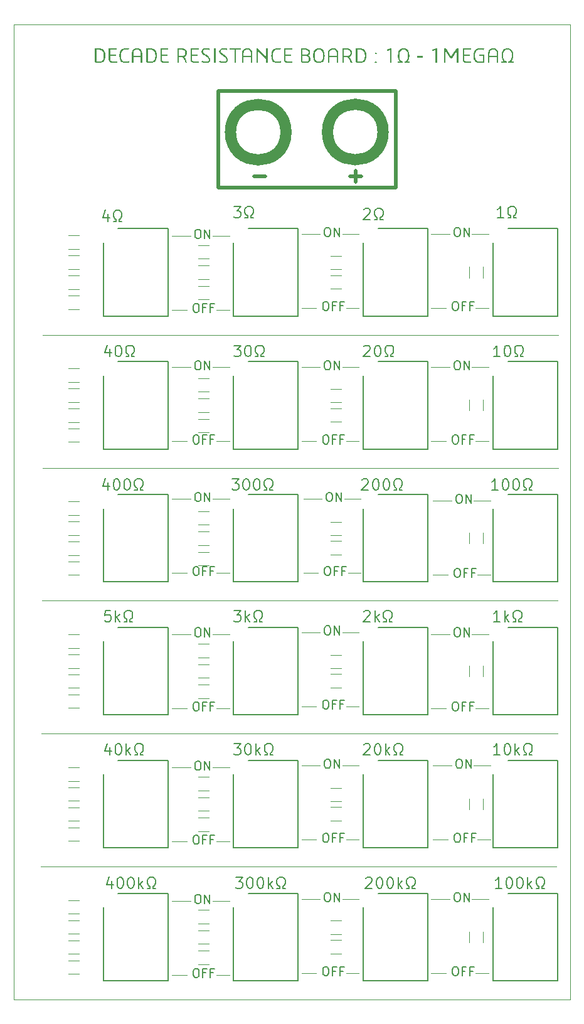
<source format=gbr>
%TF.GenerationSoftware,KiCad,Pcbnew,8.0.2*%
%TF.CreationDate,2024-08-18T00:41:24+05:30*%
%TF.ProjectId,DEC_R_BOX,4445435f-525f-4424-9f58-2e6b69636164,rev?*%
%TF.SameCoordinates,Original*%
%TF.FileFunction,Legend,Top*%
%TF.FilePolarity,Positive*%
%FSLAX46Y46*%
G04 Gerber Fmt 4.6, Leading zero omitted, Abs format (unit mm)*
G04 Created by KiCad (PCBNEW 8.0.2) date 2024-08-18 00:41:24*
%MOMM*%
%LPD*%
G01*
G04 APERTURE LIST*
%ADD10C,0.100000*%
%ADD11C,0.500000*%
%ADD12C,1.500000*%
%ADD13C,0.200000*%
%ADD14C,0.120000*%
%ADD15C,0.150000*%
%TA.AperFunction,Profile*%
%ADD16C,0.050000*%
%TD*%
G04 APERTURE END LIST*
D10*
X67500000Y-125650000D02*
X88625000Y-125650000D01*
X45075000Y-143650000D02*
X67400000Y-143650000D01*
X88725000Y-89875000D02*
X114875000Y-89875000D01*
X68750000Y-86250000D02*
X70500000Y-86250000D01*
X85750000Y-112000000D02*
X88000000Y-112000000D01*
X103750000Y-158000000D02*
X105500000Y-158000000D01*
X80250000Y-148000000D02*
X82750000Y-148000000D01*
X97750000Y-112250000D02*
X100250000Y-112250000D01*
X85750000Y-130000000D02*
X88000000Y-130000000D01*
X97750000Y-86250000D02*
X99750000Y-86250000D01*
X68250000Y-112250000D02*
X70500000Y-112250000D01*
X80250000Y-130000000D02*
X82750000Y-130000000D01*
X62750000Y-94000000D02*
X65250000Y-94000000D01*
X62750000Y-122250000D02*
X64750000Y-122250000D01*
X62750000Y-86250000D02*
X64750000Y-86250000D01*
D11*
X69000000Y-39000000D02*
X93000000Y-39000000D01*
X93000000Y-52000000D01*
X69000000Y-52000000D01*
X69000000Y-39000000D01*
D10*
X98000000Y-140000000D02*
X100000000Y-140000000D01*
X80250000Y-68250000D02*
X82250000Y-68250000D01*
X62750000Y-158250000D02*
X64750000Y-158250000D01*
X67600000Y-89875000D02*
X88725000Y-89875000D01*
X62750000Y-130250000D02*
X65250000Y-130250000D01*
X97750000Y-148000000D02*
X100250000Y-148000000D01*
X45325000Y-71925000D02*
X67650000Y-71925000D01*
X67650000Y-71925000D02*
X88775000Y-71925000D01*
X86250000Y-158000000D02*
X88000000Y-158000000D01*
X88525000Y-143650000D02*
X114675000Y-143650000D01*
X68250000Y-130250000D02*
X70500000Y-130250000D01*
X104000000Y-140000000D02*
X105750000Y-140000000D01*
X68750000Y-104000000D02*
X70500000Y-104000000D01*
X97750000Y-68250000D02*
X99750000Y-68250000D01*
X62750000Y-148250000D02*
X65250000Y-148250000D01*
X103250000Y-58250000D02*
X105500000Y-58250000D01*
X103250000Y-112250000D02*
X105500000Y-112250000D01*
X68750000Y-158250000D02*
X70500000Y-158250000D01*
X68250000Y-76250000D02*
X70500000Y-76250000D01*
D12*
X78150000Y-44525000D02*
G75*
G02*
X70650000Y-44525000I-3750000J0D01*
G01*
X70650000Y-44525000D02*
G75*
G02*
X78150000Y-44525000I3750000J0D01*
G01*
D10*
X67400000Y-143650000D02*
X88525000Y-143650000D01*
X62750000Y-68500000D02*
X64750000Y-68500000D01*
X80250000Y-122000000D02*
X82250000Y-122000000D01*
X86250000Y-140000000D02*
X88000000Y-140000000D01*
X85750000Y-58250000D02*
X88000000Y-58250000D01*
X62750000Y-112250000D02*
X65250000Y-112250000D01*
X88675000Y-107700000D02*
X114825000Y-107700000D01*
X97750000Y-122250000D02*
X99750000Y-122250000D01*
X103250000Y-76250000D02*
X105500000Y-76250000D01*
X103750000Y-86250000D02*
X105500000Y-86250000D01*
X86250000Y-122000000D02*
X88000000Y-122000000D01*
X103500000Y-130000000D02*
X105750000Y-130000000D01*
X68750000Y-140250000D02*
X70500000Y-140250000D01*
X103500000Y-94250000D02*
X105750000Y-94250000D01*
X68250000Y-58500000D02*
X70500000Y-58500000D01*
X85750000Y-76250000D02*
X88000000Y-76250000D01*
X86250000Y-86250000D02*
X88000000Y-86250000D01*
X80250000Y-158000000D02*
X82250000Y-158000000D01*
X98000000Y-104250000D02*
X100000000Y-104250000D01*
X45225000Y-107700000D02*
X67550000Y-107700000D01*
X97750000Y-76250000D02*
X100250000Y-76250000D01*
X67550000Y-107700000D02*
X88675000Y-107700000D01*
X104000000Y-104250000D02*
X105750000Y-104250000D01*
X86250000Y-68250000D02*
X88000000Y-68250000D01*
X80250000Y-140000000D02*
X82250000Y-140000000D01*
X62750000Y-104000000D02*
X64750000Y-104000000D01*
X103750000Y-68250000D02*
X105500000Y-68250000D01*
X88775000Y-71925000D02*
X114925000Y-71925000D01*
X68250000Y-148250000D02*
X70500000Y-148250000D01*
X88625000Y-125650000D02*
X114775000Y-125650000D01*
X62750000Y-58500000D02*
X65250000Y-58500000D01*
X85750000Y-148000000D02*
X88000000Y-148000000D01*
X68750000Y-122250000D02*
X70500000Y-122250000D01*
X86500000Y-104000000D02*
X88250000Y-104000000D01*
X97750000Y-158000000D02*
X99750000Y-158000000D01*
X80250000Y-112000000D02*
X82750000Y-112000000D01*
X80250000Y-86250000D02*
X82250000Y-86250000D01*
X45275000Y-89875000D02*
X67600000Y-89875000D01*
X80500000Y-94000000D02*
X83000000Y-94000000D01*
X62750000Y-76250000D02*
X65250000Y-76250000D01*
X103250000Y-148000000D02*
X105500000Y-148000000D01*
X80250000Y-76250000D02*
X82750000Y-76250000D01*
D12*
X91250000Y-44500000D02*
G75*
G02*
X83750000Y-44500000I-3750000J0D01*
G01*
X83750000Y-44500000D02*
G75*
G02*
X91250000Y-44500000I3750000J0D01*
G01*
D10*
X68750000Y-68500000D02*
X70500000Y-68500000D01*
X98000000Y-130000000D02*
X100500000Y-130000000D01*
X68250000Y-94000000D02*
X70500000Y-94000000D01*
X80250000Y-58250000D02*
X82750000Y-58250000D01*
X97750000Y-58250000D02*
X100250000Y-58250000D01*
X45175000Y-125650000D02*
X67500000Y-125650000D01*
X86000000Y-94000000D02*
X88250000Y-94000000D01*
X80500000Y-104000000D02*
X82500000Y-104000000D01*
X103750000Y-122250000D02*
X105500000Y-122250000D01*
X98000000Y-94250000D02*
X100500000Y-94250000D01*
X62750000Y-140250000D02*
X64750000Y-140250000D01*
D13*
X54381578Y-73806028D02*
X54381578Y-74806028D01*
X54024435Y-73234600D02*
X53667292Y-74306028D01*
X53667292Y-74306028D02*
X54595863Y-74306028D01*
X55453006Y-73306028D02*
X55595863Y-73306028D01*
X55595863Y-73306028D02*
X55738720Y-73377457D01*
X55738720Y-73377457D02*
X55810149Y-73448885D01*
X55810149Y-73448885D02*
X55881577Y-73591742D01*
X55881577Y-73591742D02*
X55953006Y-73877457D01*
X55953006Y-73877457D02*
X55953006Y-74234600D01*
X55953006Y-74234600D02*
X55881577Y-74520314D01*
X55881577Y-74520314D02*
X55810149Y-74663171D01*
X55810149Y-74663171D02*
X55738720Y-74734600D01*
X55738720Y-74734600D02*
X55595863Y-74806028D01*
X55595863Y-74806028D02*
X55453006Y-74806028D01*
X55453006Y-74806028D02*
X55310149Y-74734600D01*
X55310149Y-74734600D02*
X55238720Y-74663171D01*
X55238720Y-74663171D02*
X55167291Y-74520314D01*
X55167291Y-74520314D02*
X55095863Y-74234600D01*
X55095863Y-74234600D02*
X55095863Y-73877457D01*
X55095863Y-73877457D02*
X55167291Y-73591742D01*
X55167291Y-73591742D02*
X55238720Y-73448885D01*
X55238720Y-73448885D02*
X55310149Y-73377457D01*
X55310149Y-73377457D02*
X55453006Y-73306028D01*
X56524434Y-74806028D02*
X56881577Y-74806028D01*
X56881577Y-74806028D02*
X56881577Y-74520314D01*
X56881577Y-74520314D02*
X56738720Y-74448885D01*
X56738720Y-74448885D02*
X56595862Y-74306028D01*
X56595862Y-74306028D02*
X56524434Y-74091742D01*
X56524434Y-74091742D02*
X56524434Y-73734600D01*
X56524434Y-73734600D02*
X56595862Y-73520314D01*
X56595862Y-73520314D02*
X56738720Y-73377457D01*
X56738720Y-73377457D02*
X56953005Y-73306028D01*
X56953005Y-73306028D02*
X57238720Y-73306028D01*
X57238720Y-73306028D02*
X57453005Y-73377457D01*
X57453005Y-73377457D02*
X57595862Y-73520314D01*
X57595862Y-73520314D02*
X57667291Y-73734600D01*
X57667291Y-73734600D02*
X57667291Y-74091742D01*
X57667291Y-74091742D02*
X57595862Y-74306028D01*
X57595862Y-74306028D02*
X57453005Y-74448885D01*
X57453005Y-74448885D02*
X57310148Y-74520314D01*
X57310148Y-74520314D02*
X57310148Y-74806028D01*
X57310148Y-74806028D02*
X57667291Y-74806028D01*
X54453006Y-109056028D02*
X53738720Y-109056028D01*
X53738720Y-109056028D02*
X53667292Y-109770314D01*
X53667292Y-109770314D02*
X53738720Y-109698885D01*
X53738720Y-109698885D02*
X53881578Y-109627457D01*
X53881578Y-109627457D02*
X54238720Y-109627457D01*
X54238720Y-109627457D02*
X54381578Y-109698885D01*
X54381578Y-109698885D02*
X54453006Y-109770314D01*
X54453006Y-109770314D02*
X54524435Y-109913171D01*
X54524435Y-109913171D02*
X54524435Y-110270314D01*
X54524435Y-110270314D02*
X54453006Y-110413171D01*
X54453006Y-110413171D02*
X54381578Y-110484600D01*
X54381578Y-110484600D02*
X54238720Y-110556028D01*
X54238720Y-110556028D02*
X53881578Y-110556028D01*
X53881578Y-110556028D02*
X53738720Y-110484600D01*
X53738720Y-110484600D02*
X53667292Y-110413171D01*
X55167291Y-110556028D02*
X55167291Y-109056028D01*
X55310149Y-109984600D02*
X55738720Y-110556028D01*
X55738720Y-109556028D02*
X55167291Y-110127457D01*
X56310149Y-110556028D02*
X56667292Y-110556028D01*
X56667292Y-110556028D02*
X56667292Y-110270314D01*
X56667292Y-110270314D02*
X56524435Y-110198885D01*
X56524435Y-110198885D02*
X56381577Y-110056028D01*
X56381577Y-110056028D02*
X56310149Y-109841742D01*
X56310149Y-109841742D02*
X56310149Y-109484600D01*
X56310149Y-109484600D02*
X56381577Y-109270314D01*
X56381577Y-109270314D02*
X56524435Y-109127457D01*
X56524435Y-109127457D02*
X56738720Y-109056028D01*
X56738720Y-109056028D02*
X57024435Y-109056028D01*
X57024435Y-109056028D02*
X57238720Y-109127457D01*
X57238720Y-109127457D02*
X57381577Y-109270314D01*
X57381577Y-109270314D02*
X57453006Y-109484600D01*
X57453006Y-109484600D02*
X57453006Y-109841742D01*
X57453006Y-109841742D02*
X57381577Y-110056028D01*
X57381577Y-110056028D02*
X57238720Y-110198885D01*
X57238720Y-110198885D02*
X57095863Y-110270314D01*
X57095863Y-110270314D02*
X57095863Y-110556028D01*
X57095863Y-110556028D02*
X57453006Y-110556028D01*
X101145863Y-111392742D02*
X101374435Y-111392742D01*
X101374435Y-111392742D02*
X101488720Y-111449885D01*
X101488720Y-111449885D02*
X101603006Y-111564171D01*
X101603006Y-111564171D02*
X101660149Y-111792742D01*
X101660149Y-111792742D02*
X101660149Y-112192742D01*
X101660149Y-112192742D02*
X101603006Y-112421314D01*
X101603006Y-112421314D02*
X101488720Y-112535600D01*
X101488720Y-112535600D02*
X101374435Y-112592742D01*
X101374435Y-112592742D02*
X101145863Y-112592742D01*
X101145863Y-112592742D02*
X101031578Y-112535600D01*
X101031578Y-112535600D02*
X100917292Y-112421314D01*
X100917292Y-112421314D02*
X100860149Y-112192742D01*
X100860149Y-112192742D02*
X100860149Y-111792742D01*
X100860149Y-111792742D02*
X100917292Y-111564171D01*
X100917292Y-111564171D02*
X101031578Y-111449885D01*
X101031578Y-111449885D02*
X101145863Y-111392742D01*
X102174435Y-112592742D02*
X102174435Y-111392742D01*
X102174435Y-111392742D02*
X102860149Y-112592742D01*
X102860149Y-112592742D02*
X102860149Y-111392742D01*
X88667292Y-73448885D02*
X88738720Y-73377457D01*
X88738720Y-73377457D02*
X88881578Y-73306028D01*
X88881578Y-73306028D02*
X89238720Y-73306028D01*
X89238720Y-73306028D02*
X89381578Y-73377457D01*
X89381578Y-73377457D02*
X89453006Y-73448885D01*
X89453006Y-73448885D02*
X89524435Y-73591742D01*
X89524435Y-73591742D02*
X89524435Y-73734600D01*
X89524435Y-73734600D02*
X89453006Y-73948885D01*
X89453006Y-73948885D02*
X88595863Y-74806028D01*
X88595863Y-74806028D02*
X89524435Y-74806028D01*
X90453006Y-73306028D02*
X90595863Y-73306028D01*
X90595863Y-73306028D02*
X90738720Y-73377457D01*
X90738720Y-73377457D02*
X90810149Y-73448885D01*
X90810149Y-73448885D02*
X90881577Y-73591742D01*
X90881577Y-73591742D02*
X90953006Y-73877457D01*
X90953006Y-73877457D02*
X90953006Y-74234600D01*
X90953006Y-74234600D02*
X90881577Y-74520314D01*
X90881577Y-74520314D02*
X90810149Y-74663171D01*
X90810149Y-74663171D02*
X90738720Y-74734600D01*
X90738720Y-74734600D02*
X90595863Y-74806028D01*
X90595863Y-74806028D02*
X90453006Y-74806028D01*
X90453006Y-74806028D02*
X90310149Y-74734600D01*
X90310149Y-74734600D02*
X90238720Y-74663171D01*
X90238720Y-74663171D02*
X90167291Y-74520314D01*
X90167291Y-74520314D02*
X90095863Y-74234600D01*
X90095863Y-74234600D02*
X90095863Y-73877457D01*
X90095863Y-73877457D02*
X90167291Y-73591742D01*
X90167291Y-73591742D02*
X90238720Y-73448885D01*
X90238720Y-73448885D02*
X90310149Y-73377457D01*
X90310149Y-73377457D02*
X90453006Y-73306028D01*
X91524434Y-74806028D02*
X91881577Y-74806028D01*
X91881577Y-74806028D02*
X91881577Y-74520314D01*
X91881577Y-74520314D02*
X91738720Y-74448885D01*
X91738720Y-74448885D02*
X91595862Y-74306028D01*
X91595862Y-74306028D02*
X91524434Y-74091742D01*
X91524434Y-74091742D02*
X91524434Y-73734600D01*
X91524434Y-73734600D02*
X91595862Y-73520314D01*
X91595862Y-73520314D02*
X91738720Y-73377457D01*
X91738720Y-73377457D02*
X91953005Y-73306028D01*
X91953005Y-73306028D02*
X92238720Y-73306028D01*
X92238720Y-73306028D02*
X92453005Y-73377457D01*
X92453005Y-73377457D02*
X92595862Y-73520314D01*
X92595862Y-73520314D02*
X92667291Y-73734600D01*
X92667291Y-73734600D02*
X92667291Y-74091742D01*
X92667291Y-74091742D02*
X92595862Y-74306028D01*
X92595862Y-74306028D02*
X92453005Y-74448885D01*
X92453005Y-74448885D02*
X92310148Y-74520314D01*
X92310148Y-74520314D02*
X92310148Y-74806028D01*
X92310148Y-74806028D02*
X92667291Y-74806028D01*
X101145863Y-57392742D02*
X101374435Y-57392742D01*
X101374435Y-57392742D02*
X101488720Y-57449885D01*
X101488720Y-57449885D02*
X101603006Y-57564171D01*
X101603006Y-57564171D02*
X101660149Y-57792742D01*
X101660149Y-57792742D02*
X101660149Y-58192742D01*
X101660149Y-58192742D02*
X101603006Y-58421314D01*
X101603006Y-58421314D02*
X101488720Y-58535600D01*
X101488720Y-58535600D02*
X101374435Y-58592742D01*
X101374435Y-58592742D02*
X101145863Y-58592742D01*
X101145863Y-58592742D02*
X101031578Y-58535600D01*
X101031578Y-58535600D02*
X100917292Y-58421314D01*
X100917292Y-58421314D02*
X100860149Y-58192742D01*
X100860149Y-58192742D02*
X100860149Y-57792742D01*
X100860149Y-57792742D02*
X100917292Y-57564171D01*
X100917292Y-57564171D02*
X101031578Y-57449885D01*
X101031578Y-57449885D02*
X101145863Y-57392742D01*
X102174435Y-58592742D02*
X102174435Y-57392742D01*
X102174435Y-57392742D02*
X102860149Y-58592742D01*
X102860149Y-58592742D02*
X102860149Y-57392742D01*
X70845863Y-91306028D02*
X71774435Y-91306028D01*
X71774435Y-91306028D02*
X71274435Y-91877457D01*
X71274435Y-91877457D02*
X71488720Y-91877457D01*
X71488720Y-91877457D02*
X71631578Y-91948885D01*
X71631578Y-91948885D02*
X71703006Y-92020314D01*
X71703006Y-92020314D02*
X71774435Y-92163171D01*
X71774435Y-92163171D02*
X71774435Y-92520314D01*
X71774435Y-92520314D02*
X71703006Y-92663171D01*
X71703006Y-92663171D02*
X71631578Y-92734600D01*
X71631578Y-92734600D02*
X71488720Y-92806028D01*
X71488720Y-92806028D02*
X71060149Y-92806028D01*
X71060149Y-92806028D02*
X70917292Y-92734600D01*
X70917292Y-92734600D02*
X70845863Y-92663171D01*
X72703006Y-91306028D02*
X72845863Y-91306028D01*
X72845863Y-91306028D02*
X72988720Y-91377457D01*
X72988720Y-91377457D02*
X73060149Y-91448885D01*
X73060149Y-91448885D02*
X73131577Y-91591742D01*
X73131577Y-91591742D02*
X73203006Y-91877457D01*
X73203006Y-91877457D02*
X73203006Y-92234600D01*
X73203006Y-92234600D02*
X73131577Y-92520314D01*
X73131577Y-92520314D02*
X73060149Y-92663171D01*
X73060149Y-92663171D02*
X72988720Y-92734600D01*
X72988720Y-92734600D02*
X72845863Y-92806028D01*
X72845863Y-92806028D02*
X72703006Y-92806028D01*
X72703006Y-92806028D02*
X72560149Y-92734600D01*
X72560149Y-92734600D02*
X72488720Y-92663171D01*
X72488720Y-92663171D02*
X72417291Y-92520314D01*
X72417291Y-92520314D02*
X72345863Y-92234600D01*
X72345863Y-92234600D02*
X72345863Y-91877457D01*
X72345863Y-91877457D02*
X72417291Y-91591742D01*
X72417291Y-91591742D02*
X72488720Y-91448885D01*
X72488720Y-91448885D02*
X72560149Y-91377457D01*
X72560149Y-91377457D02*
X72703006Y-91306028D01*
X74131577Y-91306028D02*
X74274434Y-91306028D01*
X74274434Y-91306028D02*
X74417291Y-91377457D01*
X74417291Y-91377457D02*
X74488720Y-91448885D01*
X74488720Y-91448885D02*
X74560148Y-91591742D01*
X74560148Y-91591742D02*
X74631577Y-91877457D01*
X74631577Y-91877457D02*
X74631577Y-92234600D01*
X74631577Y-92234600D02*
X74560148Y-92520314D01*
X74560148Y-92520314D02*
X74488720Y-92663171D01*
X74488720Y-92663171D02*
X74417291Y-92734600D01*
X74417291Y-92734600D02*
X74274434Y-92806028D01*
X74274434Y-92806028D02*
X74131577Y-92806028D01*
X74131577Y-92806028D02*
X73988720Y-92734600D01*
X73988720Y-92734600D02*
X73917291Y-92663171D01*
X73917291Y-92663171D02*
X73845862Y-92520314D01*
X73845862Y-92520314D02*
X73774434Y-92234600D01*
X73774434Y-92234600D02*
X73774434Y-91877457D01*
X73774434Y-91877457D02*
X73845862Y-91591742D01*
X73845862Y-91591742D02*
X73917291Y-91448885D01*
X73917291Y-91448885D02*
X73988720Y-91377457D01*
X73988720Y-91377457D02*
X74131577Y-91306028D01*
X75203005Y-92806028D02*
X75560148Y-92806028D01*
X75560148Y-92806028D02*
X75560148Y-92520314D01*
X75560148Y-92520314D02*
X75417291Y-92448885D01*
X75417291Y-92448885D02*
X75274433Y-92306028D01*
X75274433Y-92306028D02*
X75203005Y-92091742D01*
X75203005Y-92091742D02*
X75203005Y-91734600D01*
X75203005Y-91734600D02*
X75274433Y-91520314D01*
X75274433Y-91520314D02*
X75417291Y-91377457D01*
X75417291Y-91377457D02*
X75631576Y-91306028D01*
X75631576Y-91306028D02*
X75917291Y-91306028D01*
X75917291Y-91306028D02*
X76131576Y-91377457D01*
X76131576Y-91377457D02*
X76274433Y-91520314D01*
X76274433Y-91520314D02*
X76345862Y-91734600D01*
X76345862Y-91734600D02*
X76345862Y-92091742D01*
X76345862Y-92091742D02*
X76274433Y-92306028D01*
X76274433Y-92306028D02*
X76131576Y-92448885D01*
X76131576Y-92448885D02*
X75988719Y-92520314D01*
X75988719Y-92520314D02*
X75988719Y-92806028D01*
X75988719Y-92806028D02*
X76345862Y-92806028D01*
X83645863Y-57392742D02*
X83874435Y-57392742D01*
X83874435Y-57392742D02*
X83988720Y-57449885D01*
X83988720Y-57449885D02*
X84103006Y-57564171D01*
X84103006Y-57564171D02*
X84160149Y-57792742D01*
X84160149Y-57792742D02*
X84160149Y-58192742D01*
X84160149Y-58192742D02*
X84103006Y-58421314D01*
X84103006Y-58421314D02*
X83988720Y-58535600D01*
X83988720Y-58535600D02*
X83874435Y-58592742D01*
X83874435Y-58592742D02*
X83645863Y-58592742D01*
X83645863Y-58592742D02*
X83531578Y-58535600D01*
X83531578Y-58535600D02*
X83417292Y-58421314D01*
X83417292Y-58421314D02*
X83360149Y-58192742D01*
X83360149Y-58192742D02*
X83360149Y-57792742D01*
X83360149Y-57792742D02*
X83417292Y-57564171D01*
X83417292Y-57564171D02*
X83531578Y-57449885D01*
X83531578Y-57449885D02*
X83645863Y-57392742D01*
X84674435Y-58592742D02*
X84674435Y-57392742D01*
X84674435Y-57392742D02*
X85360149Y-58592742D01*
X85360149Y-58592742D02*
X85360149Y-57392742D01*
X71095863Y-109056028D02*
X72024435Y-109056028D01*
X72024435Y-109056028D02*
X71524435Y-109627457D01*
X71524435Y-109627457D02*
X71738720Y-109627457D01*
X71738720Y-109627457D02*
X71881578Y-109698885D01*
X71881578Y-109698885D02*
X71953006Y-109770314D01*
X71953006Y-109770314D02*
X72024435Y-109913171D01*
X72024435Y-109913171D02*
X72024435Y-110270314D01*
X72024435Y-110270314D02*
X71953006Y-110413171D01*
X71953006Y-110413171D02*
X71881578Y-110484600D01*
X71881578Y-110484600D02*
X71738720Y-110556028D01*
X71738720Y-110556028D02*
X71310149Y-110556028D01*
X71310149Y-110556028D02*
X71167292Y-110484600D01*
X71167292Y-110484600D02*
X71095863Y-110413171D01*
X72667291Y-110556028D02*
X72667291Y-109056028D01*
X72810149Y-109984600D02*
X73238720Y-110556028D01*
X73238720Y-109556028D02*
X72667291Y-110127457D01*
X73810149Y-110556028D02*
X74167292Y-110556028D01*
X74167292Y-110556028D02*
X74167292Y-110270314D01*
X74167292Y-110270314D02*
X74024435Y-110198885D01*
X74024435Y-110198885D02*
X73881577Y-110056028D01*
X73881577Y-110056028D02*
X73810149Y-109841742D01*
X73810149Y-109841742D02*
X73810149Y-109484600D01*
X73810149Y-109484600D02*
X73881577Y-109270314D01*
X73881577Y-109270314D02*
X74024435Y-109127457D01*
X74024435Y-109127457D02*
X74238720Y-109056028D01*
X74238720Y-109056028D02*
X74524435Y-109056028D01*
X74524435Y-109056028D02*
X74738720Y-109127457D01*
X74738720Y-109127457D02*
X74881577Y-109270314D01*
X74881577Y-109270314D02*
X74953006Y-109484600D01*
X74953006Y-109484600D02*
X74953006Y-109841742D01*
X74953006Y-109841742D02*
X74881577Y-110056028D01*
X74881577Y-110056028D02*
X74738720Y-110198885D01*
X74738720Y-110198885D02*
X74595863Y-110270314D01*
X74595863Y-110270314D02*
X74595863Y-110556028D01*
X74595863Y-110556028D02*
X74953006Y-110556028D01*
X65895863Y-157392742D02*
X66124435Y-157392742D01*
X66124435Y-157392742D02*
X66238720Y-157449885D01*
X66238720Y-157449885D02*
X66353006Y-157564171D01*
X66353006Y-157564171D02*
X66410149Y-157792742D01*
X66410149Y-157792742D02*
X66410149Y-158192742D01*
X66410149Y-158192742D02*
X66353006Y-158421314D01*
X66353006Y-158421314D02*
X66238720Y-158535600D01*
X66238720Y-158535600D02*
X66124435Y-158592742D01*
X66124435Y-158592742D02*
X65895863Y-158592742D01*
X65895863Y-158592742D02*
X65781578Y-158535600D01*
X65781578Y-158535600D02*
X65667292Y-158421314D01*
X65667292Y-158421314D02*
X65610149Y-158192742D01*
X65610149Y-158192742D02*
X65610149Y-157792742D01*
X65610149Y-157792742D02*
X65667292Y-157564171D01*
X65667292Y-157564171D02*
X65781578Y-157449885D01*
X65781578Y-157449885D02*
X65895863Y-157392742D01*
X67324435Y-157964171D02*
X66924435Y-157964171D01*
X66924435Y-158592742D02*
X66924435Y-157392742D01*
X66924435Y-157392742D02*
X67495863Y-157392742D01*
X68353006Y-157964171D02*
X67953006Y-157964171D01*
X67953006Y-158592742D02*
X67953006Y-157392742D01*
X67953006Y-157392742D02*
X68524434Y-157392742D01*
X65895863Y-67642742D02*
X66124435Y-67642742D01*
X66124435Y-67642742D02*
X66238720Y-67699885D01*
X66238720Y-67699885D02*
X66353006Y-67814171D01*
X66353006Y-67814171D02*
X66410149Y-68042742D01*
X66410149Y-68042742D02*
X66410149Y-68442742D01*
X66410149Y-68442742D02*
X66353006Y-68671314D01*
X66353006Y-68671314D02*
X66238720Y-68785600D01*
X66238720Y-68785600D02*
X66124435Y-68842742D01*
X66124435Y-68842742D02*
X65895863Y-68842742D01*
X65895863Y-68842742D02*
X65781578Y-68785600D01*
X65781578Y-68785600D02*
X65667292Y-68671314D01*
X65667292Y-68671314D02*
X65610149Y-68442742D01*
X65610149Y-68442742D02*
X65610149Y-68042742D01*
X65610149Y-68042742D02*
X65667292Y-67814171D01*
X65667292Y-67814171D02*
X65781578Y-67699885D01*
X65781578Y-67699885D02*
X65895863Y-67642742D01*
X67324435Y-68214171D02*
X66924435Y-68214171D01*
X66924435Y-68842742D02*
X66924435Y-67642742D01*
X66924435Y-67642742D02*
X67495863Y-67642742D01*
X68353006Y-68214171D02*
X67953006Y-68214171D01*
X67953006Y-68842742D02*
X67953006Y-67642742D01*
X67953006Y-67642742D02*
X68524434Y-67642742D01*
X106774435Y-92806028D02*
X105917292Y-92806028D01*
X106345863Y-92806028D02*
X106345863Y-91306028D01*
X106345863Y-91306028D02*
X106203006Y-91520314D01*
X106203006Y-91520314D02*
X106060149Y-91663171D01*
X106060149Y-91663171D02*
X105917292Y-91734600D01*
X107703006Y-91306028D02*
X107845863Y-91306028D01*
X107845863Y-91306028D02*
X107988720Y-91377457D01*
X107988720Y-91377457D02*
X108060149Y-91448885D01*
X108060149Y-91448885D02*
X108131577Y-91591742D01*
X108131577Y-91591742D02*
X108203006Y-91877457D01*
X108203006Y-91877457D02*
X108203006Y-92234600D01*
X108203006Y-92234600D02*
X108131577Y-92520314D01*
X108131577Y-92520314D02*
X108060149Y-92663171D01*
X108060149Y-92663171D02*
X107988720Y-92734600D01*
X107988720Y-92734600D02*
X107845863Y-92806028D01*
X107845863Y-92806028D02*
X107703006Y-92806028D01*
X107703006Y-92806028D02*
X107560149Y-92734600D01*
X107560149Y-92734600D02*
X107488720Y-92663171D01*
X107488720Y-92663171D02*
X107417291Y-92520314D01*
X107417291Y-92520314D02*
X107345863Y-92234600D01*
X107345863Y-92234600D02*
X107345863Y-91877457D01*
X107345863Y-91877457D02*
X107417291Y-91591742D01*
X107417291Y-91591742D02*
X107488720Y-91448885D01*
X107488720Y-91448885D02*
X107560149Y-91377457D01*
X107560149Y-91377457D02*
X107703006Y-91306028D01*
X109131577Y-91306028D02*
X109274434Y-91306028D01*
X109274434Y-91306028D02*
X109417291Y-91377457D01*
X109417291Y-91377457D02*
X109488720Y-91448885D01*
X109488720Y-91448885D02*
X109560148Y-91591742D01*
X109560148Y-91591742D02*
X109631577Y-91877457D01*
X109631577Y-91877457D02*
X109631577Y-92234600D01*
X109631577Y-92234600D02*
X109560148Y-92520314D01*
X109560148Y-92520314D02*
X109488720Y-92663171D01*
X109488720Y-92663171D02*
X109417291Y-92734600D01*
X109417291Y-92734600D02*
X109274434Y-92806028D01*
X109274434Y-92806028D02*
X109131577Y-92806028D01*
X109131577Y-92806028D02*
X108988720Y-92734600D01*
X108988720Y-92734600D02*
X108917291Y-92663171D01*
X108917291Y-92663171D02*
X108845862Y-92520314D01*
X108845862Y-92520314D02*
X108774434Y-92234600D01*
X108774434Y-92234600D02*
X108774434Y-91877457D01*
X108774434Y-91877457D02*
X108845862Y-91591742D01*
X108845862Y-91591742D02*
X108917291Y-91448885D01*
X108917291Y-91448885D02*
X108988720Y-91377457D01*
X108988720Y-91377457D02*
X109131577Y-91306028D01*
X110203005Y-92806028D02*
X110560148Y-92806028D01*
X110560148Y-92806028D02*
X110560148Y-92520314D01*
X110560148Y-92520314D02*
X110417291Y-92448885D01*
X110417291Y-92448885D02*
X110274433Y-92306028D01*
X110274433Y-92306028D02*
X110203005Y-92091742D01*
X110203005Y-92091742D02*
X110203005Y-91734600D01*
X110203005Y-91734600D02*
X110274433Y-91520314D01*
X110274433Y-91520314D02*
X110417291Y-91377457D01*
X110417291Y-91377457D02*
X110631576Y-91306028D01*
X110631576Y-91306028D02*
X110917291Y-91306028D01*
X110917291Y-91306028D02*
X111131576Y-91377457D01*
X111131576Y-91377457D02*
X111274433Y-91520314D01*
X111274433Y-91520314D02*
X111345862Y-91734600D01*
X111345862Y-91734600D02*
X111345862Y-92091742D01*
X111345862Y-92091742D02*
X111274433Y-92306028D01*
X111274433Y-92306028D02*
X111131576Y-92448885D01*
X111131576Y-92448885D02*
X110988719Y-92520314D01*
X110988719Y-92520314D02*
X110988719Y-92806028D01*
X110988719Y-92806028D02*
X111345862Y-92806028D01*
X83395863Y-67392742D02*
X83624435Y-67392742D01*
X83624435Y-67392742D02*
X83738720Y-67449885D01*
X83738720Y-67449885D02*
X83853006Y-67564171D01*
X83853006Y-67564171D02*
X83910149Y-67792742D01*
X83910149Y-67792742D02*
X83910149Y-68192742D01*
X83910149Y-68192742D02*
X83853006Y-68421314D01*
X83853006Y-68421314D02*
X83738720Y-68535600D01*
X83738720Y-68535600D02*
X83624435Y-68592742D01*
X83624435Y-68592742D02*
X83395863Y-68592742D01*
X83395863Y-68592742D02*
X83281578Y-68535600D01*
X83281578Y-68535600D02*
X83167292Y-68421314D01*
X83167292Y-68421314D02*
X83110149Y-68192742D01*
X83110149Y-68192742D02*
X83110149Y-67792742D01*
X83110149Y-67792742D02*
X83167292Y-67564171D01*
X83167292Y-67564171D02*
X83281578Y-67449885D01*
X83281578Y-67449885D02*
X83395863Y-67392742D01*
X84824435Y-67964171D02*
X84424435Y-67964171D01*
X84424435Y-68592742D02*
X84424435Y-67392742D01*
X84424435Y-67392742D02*
X84995863Y-67392742D01*
X85853006Y-67964171D02*
X85453006Y-67964171D01*
X85453006Y-68592742D02*
X85453006Y-67392742D01*
X85453006Y-67392742D02*
X86024434Y-67392742D01*
X101145863Y-103392742D02*
X101374435Y-103392742D01*
X101374435Y-103392742D02*
X101488720Y-103449885D01*
X101488720Y-103449885D02*
X101603006Y-103564171D01*
X101603006Y-103564171D02*
X101660149Y-103792742D01*
X101660149Y-103792742D02*
X101660149Y-104192742D01*
X101660149Y-104192742D02*
X101603006Y-104421314D01*
X101603006Y-104421314D02*
X101488720Y-104535600D01*
X101488720Y-104535600D02*
X101374435Y-104592742D01*
X101374435Y-104592742D02*
X101145863Y-104592742D01*
X101145863Y-104592742D02*
X101031578Y-104535600D01*
X101031578Y-104535600D02*
X100917292Y-104421314D01*
X100917292Y-104421314D02*
X100860149Y-104192742D01*
X100860149Y-104192742D02*
X100860149Y-103792742D01*
X100860149Y-103792742D02*
X100917292Y-103564171D01*
X100917292Y-103564171D02*
X101031578Y-103449885D01*
X101031578Y-103449885D02*
X101145863Y-103392742D01*
X102574435Y-103964171D02*
X102174435Y-103964171D01*
X102174435Y-104592742D02*
X102174435Y-103392742D01*
X102174435Y-103392742D02*
X102745863Y-103392742D01*
X103603006Y-103964171D02*
X103203006Y-103964171D01*
X103203006Y-104592742D02*
X103203006Y-103392742D01*
X103203006Y-103392742D02*
X103774434Y-103392742D01*
X66145863Y-75392742D02*
X66374435Y-75392742D01*
X66374435Y-75392742D02*
X66488720Y-75449885D01*
X66488720Y-75449885D02*
X66603006Y-75564171D01*
X66603006Y-75564171D02*
X66660149Y-75792742D01*
X66660149Y-75792742D02*
X66660149Y-76192742D01*
X66660149Y-76192742D02*
X66603006Y-76421314D01*
X66603006Y-76421314D02*
X66488720Y-76535600D01*
X66488720Y-76535600D02*
X66374435Y-76592742D01*
X66374435Y-76592742D02*
X66145863Y-76592742D01*
X66145863Y-76592742D02*
X66031578Y-76535600D01*
X66031578Y-76535600D02*
X65917292Y-76421314D01*
X65917292Y-76421314D02*
X65860149Y-76192742D01*
X65860149Y-76192742D02*
X65860149Y-75792742D01*
X65860149Y-75792742D02*
X65917292Y-75564171D01*
X65917292Y-75564171D02*
X66031578Y-75449885D01*
X66031578Y-75449885D02*
X66145863Y-75392742D01*
X67174435Y-76592742D02*
X67174435Y-75392742D01*
X67174435Y-75392742D02*
X67860149Y-76592742D01*
X67860149Y-76592742D02*
X67860149Y-75392742D01*
X66145863Y-147392742D02*
X66374435Y-147392742D01*
X66374435Y-147392742D02*
X66488720Y-147449885D01*
X66488720Y-147449885D02*
X66603006Y-147564171D01*
X66603006Y-147564171D02*
X66660149Y-147792742D01*
X66660149Y-147792742D02*
X66660149Y-148192742D01*
X66660149Y-148192742D02*
X66603006Y-148421314D01*
X66603006Y-148421314D02*
X66488720Y-148535600D01*
X66488720Y-148535600D02*
X66374435Y-148592742D01*
X66374435Y-148592742D02*
X66145863Y-148592742D01*
X66145863Y-148592742D02*
X66031578Y-148535600D01*
X66031578Y-148535600D02*
X65917292Y-148421314D01*
X65917292Y-148421314D02*
X65860149Y-148192742D01*
X65860149Y-148192742D02*
X65860149Y-147792742D01*
X65860149Y-147792742D02*
X65917292Y-147564171D01*
X65917292Y-147564171D02*
X66031578Y-147449885D01*
X66031578Y-147449885D02*
X66145863Y-147392742D01*
X67174435Y-148592742D02*
X67174435Y-147392742D01*
X67174435Y-147392742D02*
X67860149Y-148592742D01*
X67860149Y-148592742D02*
X67860149Y-147392742D01*
X54381578Y-127556028D02*
X54381578Y-128556028D01*
X54024435Y-126984600D02*
X53667292Y-128056028D01*
X53667292Y-128056028D02*
X54595863Y-128056028D01*
X55453006Y-127056028D02*
X55595863Y-127056028D01*
X55595863Y-127056028D02*
X55738720Y-127127457D01*
X55738720Y-127127457D02*
X55810149Y-127198885D01*
X55810149Y-127198885D02*
X55881577Y-127341742D01*
X55881577Y-127341742D02*
X55953006Y-127627457D01*
X55953006Y-127627457D02*
X55953006Y-127984600D01*
X55953006Y-127984600D02*
X55881577Y-128270314D01*
X55881577Y-128270314D02*
X55810149Y-128413171D01*
X55810149Y-128413171D02*
X55738720Y-128484600D01*
X55738720Y-128484600D02*
X55595863Y-128556028D01*
X55595863Y-128556028D02*
X55453006Y-128556028D01*
X55453006Y-128556028D02*
X55310149Y-128484600D01*
X55310149Y-128484600D02*
X55238720Y-128413171D01*
X55238720Y-128413171D02*
X55167291Y-128270314D01*
X55167291Y-128270314D02*
X55095863Y-127984600D01*
X55095863Y-127984600D02*
X55095863Y-127627457D01*
X55095863Y-127627457D02*
X55167291Y-127341742D01*
X55167291Y-127341742D02*
X55238720Y-127198885D01*
X55238720Y-127198885D02*
X55310149Y-127127457D01*
X55310149Y-127127457D02*
X55453006Y-127056028D01*
X56595862Y-128556028D02*
X56595862Y-127056028D01*
X56738720Y-127984600D02*
X57167291Y-128556028D01*
X57167291Y-127556028D02*
X56595862Y-128127457D01*
X57738720Y-128556028D02*
X58095863Y-128556028D01*
X58095863Y-128556028D02*
X58095863Y-128270314D01*
X58095863Y-128270314D02*
X57953006Y-128198885D01*
X57953006Y-128198885D02*
X57810148Y-128056028D01*
X57810148Y-128056028D02*
X57738720Y-127841742D01*
X57738720Y-127841742D02*
X57738720Y-127484600D01*
X57738720Y-127484600D02*
X57810148Y-127270314D01*
X57810148Y-127270314D02*
X57953006Y-127127457D01*
X57953006Y-127127457D02*
X58167291Y-127056028D01*
X58167291Y-127056028D02*
X58453006Y-127056028D01*
X58453006Y-127056028D02*
X58667291Y-127127457D01*
X58667291Y-127127457D02*
X58810148Y-127270314D01*
X58810148Y-127270314D02*
X58881577Y-127484600D01*
X58881577Y-127484600D02*
X58881577Y-127841742D01*
X58881577Y-127841742D02*
X58810148Y-128056028D01*
X58810148Y-128056028D02*
X58667291Y-128198885D01*
X58667291Y-128198885D02*
X58524434Y-128270314D01*
X58524434Y-128270314D02*
X58524434Y-128556028D01*
X58524434Y-128556028D02*
X58881577Y-128556028D01*
X65895863Y-103142742D02*
X66124435Y-103142742D01*
X66124435Y-103142742D02*
X66238720Y-103199885D01*
X66238720Y-103199885D02*
X66353006Y-103314171D01*
X66353006Y-103314171D02*
X66410149Y-103542742D01*
X66410149Y-103542742D02*
X66410149Y-103942742D01*
X66410149Y-103942742D02*
X66353006Y-104171314D01*
X66353006Y-104171314D02*
X66238720Y-104285600D01*
X66238720Y-104285600D02*
X66124435Y-104342742D01*
X66124435Y-104342742D02*
X65895863Y-104342742D01*
X65895863Y-104342742D02*
X65781578Y-104285600D01*
X65781578Y-104285600D02*
X65667292Y-104171314D01*
X65667292Y-104171314D02*
X65610149Y-103942742D01*
X65610149Y-103942742D02*
X65610149Y-103542742D01*
X65610149Y-103542742D02*
X65667292Y-103314171D01*
X65667292Y-103314171D02*
X65781578Y-103199885D01*
X65781578Y-103199885D02*
X65895863Y-103142742D01*
X67324435Y-103714171D02*
X66924435Y-103714171D01*
X66924435Y-104342742D02*
X66924435Y-103142742D01*
X66924435Y-103142742D02*
X67495863Y-103142742D01*
X68353006Y-103714171D02*
X67953006Y-103714171D01*
X67953006Y-104342742D02*
X67953006Y-103142742D01*
X67953006Y-103142742D02*
X68524434Y-103142742D01*
X101395863Y-93392742D02*
X101624435Y-93392742D01*
X101624435Y-93392742D02*
X101738720Y-93449885D01*
X101738720Y-93449885D02*
X101853006Y-93564171D01*
X101853006Y-93564171D02*
X101910149Y-93792742D01*
X101910149Y-93792742D02*
X101910149Y-94192742D01*
X101910149Y-94192742D02*
X101853006Y-94421314D01*
X101853006Y-94421314D02*
X101738720Y-94535600D01*
X101738720Y-94535600D02*
X101624435Y-94592742D01*
X101624435Y-94592742D02*
X101395863Y-94592742D01*
X101395863Y-94592742D02*
X101281578Y-94535600D01*
X101281578Y-94535600D02*
X101167292Y-94421314D01*
X101167292Y-94421314D02*
X101110149Y-94192742D01*
X101110149Y-94192742D02*
X101110149Y-93792742D01*
X101110149Y-93792742D02*
X101167292Y-93564171D01*
X101167292Y-93564171D02*
X101281578Y-93449885D01*
X101281578Y-93449885D02*
X101395863Y-93392742D01*
X102424435Y-94592742D02*
X102424435Y-93392742D01*
X102424435Y-93392742D02*
X103110149Y-94592742D01*
X103110149Y-94592742D02*
X103110149Y-93392742D01*
X107024435Y-128556028D02*
X106167292Y-128556028D01*
X106595863Y-128556028D02*
X106595863Y-127056028D01*
X106595863Y-127056028D02*
X106453006Y-127270314D01*
X106453006Y-127270314D02*
X106310149Y-127413171D01*
X106310149Y-127413171D02*
X106167292Y-127484600D01*
X107953006Y-127056028D02*
X108095863Y-127056028D01*
X108095863Y-127056028D02*
X108238720Y-127127457D01*
X108238720Y-127127457D02*
X108310149Y-127198885D01*
X108310149Y-127198885D02*
X108381577Y-127341742D01*
X108381577Y-127341742D02*
X108453006Y-127627457D01*
X108453006Y-127627457D02*
X108453006Y-127984600D01*
X108453006Y-127984600D02*
X108381577Y-128270314D01*
X108381577Y-128270314D02*
X108310149Y-128413171D01*
X108310149Y-128413171D02*
X108238720Y-128484600D01*
X108238720Y-128484600D02*
X108095863Y-128556028D01*
X108095863Y-128556028D02*
X107953006Y-128556028D01*
X107953006Y-128556028D02*
X107810149Y-128484600D01*
X107810149Y-128484600D02*
X107738720Y-128413171D01*
X107738720Y-128413171D02*
X107667291Y-128270314D01*
X107667291Y-128270314D02*
X107595863Y-127984600D01*
X107595863Y-127984600D02*
X107595863Y-127627457D01*
X107595863Y-127627457D02*
X107667291Y-127341742D01*
X107667291Y-127341742D02*
X107738720Y-127198885D01*
X107738720Y-127198885D02*
X107810149Y-127127457D01*
X107810149Y-127127457D02*
X107953006Y-127056028D01*
X109095862Y-128556028D02*
X109095862Y-127056028D01*
X109238720Y-127984600D02*
X109667291Y-128556028D01*
X109667291Y-127556028D02*
X109095862Y-128127457D01*
X110238720Y-128556028D02*
X110595863Y-128556028D01*
X110595863Y-128556028D02*
X110595863Y-128270314D01*
X110595863Y-128270314D02*
X110453006Y-128198885D01*
X110453006Y-128198885D02*
X110310148Y-128056028D01*
X110310148Y-128056028D02*
X110238720Y-127841742D01*
X110238720Y-127841742D02*
X110238720Y-127484600D01*
X110238720Y-127484600D02*
X110310148Y-127270314D01*
X110310148Y-127270314D02*
X110453006Y-127127457D01*
X110453006Y-127127457D02*
X110667291Y-127056028D01*
X110667291Y-127056028D02*
X110953006Y-127056028D01*
X110953006Y-127056028D02*
X111167291Y-127127457D01*
X111167291Y-127127457D02*
X111310148Y-127270314D01*
X111310148Y-127270314D02*
X111381577Y-127484600D01*
X111381577Y-127484600D02*
X111381577Y-127841742D01*
X111381577Y-127841742D02*
X111310148Y-128056028D01*
X111310148Y-128056028D02*
X111167291Y-128198885D01*
X111167291Y-128198885D02*
X111024434Y-128270314D01*
X111024434Y-128270314D02*
X111024434Y-128556028D01*
X111024434Y-128556028D02*
X111381577Y-128556028D01*
X100895863Y-157142742D02*
X101124435Y-157142742D01*
X101124435Y-157142742D02*
X101238720Y-157199885D01*
X101238720Y-157199885D02*
X101353006Y-157314171D01*
X101353006Y-157314171D02*
X101410149Y-157542742D01*
X101410149Y-157542742D02*
X101410149Y-157942742D01*
X101410149Y-157942742D02*
X101353006Y-158171314D01*
X101353006Y-158171314D02*
X101238720Y-158285600D01*
X101238720Y-158285600D02*
X101124435Y-158342742D01*
X101124435Y-158342742D02*
X100895863Y-158342742D01*
X100895863Y-158342742D02*
X100781578Y-158285600D01*
X100781578Y-158285600D02*
X100667292Y-158171314D01*
X100667292Y-158171314D02*
X100610149Y-157942742D01*
X100610149Y-157942742D02*
X100610149Y-157542742D01*
X100610149Y-157542742D02*
X100667292Y-157314171D01*
X100667292Y-157314171D02*
X100781578Y-157199885D01*
X100781578Y-157199885D02*
X100895863Y-157142742D01*
X102324435Y-157714171D02*
X101924435Y-157714171D01*
X101924435Y-158342742D02*
X101924435Y-157142742D01*
X101924435Y-157142742D02*
X102495863Y-157142742D01*
X103353006Y-157714171D02*
X102953006Y-157714171D01*
X102953006Y-158342742D02*
X102953006Y-157142742D01*
X102953006Y-157142742D02*
X103524434Y-157142742D01*
X71095863Y-54556028D02*
X72024435Y-54556028D01*
X72024435Y-54556028D02*
X71524435Y-55127457D01*
X71524435Y-55127457D02*
X71738720Y-55127457D01*
X71738720Y-55127457D02*
X71881578Y-55198885D01*
X71881578Y-55198885D02*
X71953006Y-55270314D01*
X71953006Y-55270314D02*
X72024435Y-55413171D01*
X72024435Y-55413171D02*
X72024435Y-55770314D01*
X72024435Y-55770314D02*
X71953006Y-55913171D01*
X71953006Y-55913171D02*
X71881578Y-55984600D01*
X71881578Y-55984600D02*
X71738720Y-56056028D01*
X71738720Y-56056028D02*
X71310149Y-56056028D01*
X71310149Y-56056028D02*
X71167292Y-55984600D01*
X71167292Y-55984600D02*
X71095863Y-55913171D01*
X72595863Y-56056028D02*
X72953006Y-56056028D01*
X72953006Y-56056028D02*
X72953006Y-55770314D01*
X72953006Y-55770314D02*
X72810149Y-55698885D01*
X72810149Y-55698885D02*
X72667291Y-55556028D01*
X72667291Y-55556028D02*
X72595863Y-55341742D01*
X72595863Y-55341742D02*
X72595863Y-54984600D01*
X72595863Y-54984600D02*
X72667291Y-54770314D01*
X72667291Y-54770314D02*
X72810149Y-54627457D01*
X72810149Y-54627457D02*
X73024434Y-54556028D01*
X73024434Y-54556028D02*
X73310149Y-54556028D01*
X73310149Y-54556028D02*
X73524434Y-54627457D01*
X73524434Y-54627457D02*
X73667291Y-54770314D01*
X73667291Y-54770314D02*
X73738720Y-54984600D01*
X73738720Y-54984600D02*
X73738720Y-55341742D01*
X73738720Y-55341742D02*
X73667291Y-55556028D01*
X73667291Y-55556028D02*
X73524434Y-55698885D01*
X73524434Y-55698885D02*
X73381577Y-55770314D01*
X73381577Y-55770314D02*
X73381577Y-56056028D01*
X73381577Y-56056028D02*
X73738720Y-56056028D01*
X83395863Y-157142742D02*
X83624435Y-157142742D01*
X83624435Y-157142742D02*
X83738720Y-157199885D01*
X83738720Y-157199885D02*
X83853006Y-157314171D01*
X83853006Y-157314171D02*
X83910149Y-157542742D01*
X83910149Y-157542742D02*
X83910149Y-157942742D01*
X83910149Y-157942742D02*
X83853006Y-158171314D01*
X83853006Y-158171314D02*
X83738720Y-158285600D01*
X83738720Y-158285600D02*
X83624435Y-158342742D01*
X83624435Y-158342742D02*
X83395863Y-158342742D01*
X83395863Y-158342742D02*
X83281578Y-158285600D01*
X83281578Y-158285600D02*
X83167292Y-158171314D01*
X83167292Y-158171314D02*
X83110149Y-157942742D01*
X83110149Y-157942742D02*
X83110149Y-157542742D01*
X83110149Y-157542742D02*
X83167292Y-157314171D01*
X83167292Y-157314171D02*
X83281578Y-157199885D01*
X83281578Y-157199885D02*
X83395863Y-157142742D01*
X84824435Y-157714171D02*
X84424435Y-157714171D01*
X84424435Y-158342742D02*
X84424435Y-157142742D01*
X84424435Y-157142742D02*
X84995863Y-157142742D01*
X85853006Y-157714171D02*
X85453006Y-157714171D01*
X85453006Y-158342742D02*
X85453006Y-157142742D01*
X85453006Y-157142742D02*
X86024434Y-157142742D01*
X65895863Y-85392742D02*
X66124435Y-85392742D01*
X66124435Y-85392742D02*
X66238720Y-85449885D01*
X66238720Y-85449885D02*
X66353006Y-85564171D01*
X66353006Y-85564171D02*
X66410149Y-85792742D01*
X66410149Y-85792742D02*
X66410149Y-86192742D01*
X66410149Y-86192742D02*
X66353006Y-86421314D01*
X66353006Y-86421314D02*
X66238720Y-86535600D01*
X66238720Y-86535600D02*
X66124435Y-86592742D01*
X66124435Y-86592742D02*
X65895863Y-86592742D01*
X65895863Y-86592742D02*
X65781578Y-86535600D01*
X65781578Y-86535600D02*
X65667292Y-86421314D01*
X65667292Y-86421314D02*
X65610149Y-86192742D01*
X65610149Y-86192742D02*
X65610149Y-85792742D01*
X65610149Y-85792742D02*
X65667292Y-85564171D01*
X65667292Y-85564171D02*
X65781578Y-85449885D01*
X65781578Y-85449885D02*
X65895863Y-85392742D01*
X67324435Y-85964171D02*
X66924435Y-85964171D01*
X66924435Y-86592742D02*
X66924435Y-85392742D01*
X66924435Y-85392742D02*
X67495863Y-85392742D01*
X68353006Y-85964171D02*
X67953006Y-85964171D01*
X67953006Y-86592742D02*
X67953006Y-85392742D01*
X67953006Y-85392742D02*
X68524434Y-85392742D01*
X66145863Y-57642742D02*
X66374435Y-57642742D01*
X66374435Y-57642742D02*
X66488720Y-57699885D01*
X66488720Y-57699885D02*
X66603006Y-57814171D01*
X66603006Y-57814171D02*
X66660149Y-58042742D01*
X66660149Y-58042742D02*
X66660149Y-58442742D01*
X66660149Y-58442742D02*
X66603006Y-58671314D01*
X66603006Y-58671314D02*
X66488720Y-58785600D01*
X66488720Y-58785600D02*
X66374435Y-58842742D01*
X66374435Y-58842742D02*
X66145863Y-58842742D01*
X66145863Y-58842742D02*
X66031578Y-58785600D01*
X66031578Y-58785600D02*
X65917292Y-58671314D01*
X65917292Y-58671314D02*
X65860149Y-58442742D01*
X65860149Y-58442742D02*
X65860149Y-58042742D01*
X65860149Y-58042742D02*
X65917292Y-57814171D01*
X65917292Y-57814171D02*
X66031578Y-57699885D01*
X66031578Y-57699885D02*
X66145863Y-57642742D01*
X67174435Y-58842742D02*
X67174435Y-57642742D01*
X67174435Y-57642742D02*
X67860149Y-58842742D01*
X67860149Y-58842742D02*
X67860149Y-57642742D01*
X88917292Y-145198885D02*
X88988720Y-145127457D01*
X88988720Y-145127457D02*
X89131578Y-145056028D01*
X89131578Y-145056028D02*
X89488720Y-145056028D01*
X89488720Y-145056028D02*
X89631578Y-145127457D01*
X89631578Y-145127457D02*
X89703006Y-145198885D01*
X89703006Y-145198885D02*
X89774435Y-145341742D01*
X89774435Y-145341742D02*
X89774435Y-145484600D01*
X89774435Y-145484600D02*
X89703006Y-145698885D01*
X89703006Y-145698885D02*
X88845863Y-146556028D01*
X88845863Y-146556028D02*
X89774435Y-146556028D01*
X90703006Y-145056028D02*
X90845863Y-145056028D01*
X90845863Y-145056028D02*
X90988720Y-145127457D01*
X90988720Y-145127457D02*
X91060149Y-145198885D01*
X91060149Y-145198885D02*
X91131577Y-145341742D01*
X91131577Y-145341742D02*
X91203006Y-145627457D01*
X91203006Y-145627457D02*
X91203006Y-145984600D01*
X91203006Y-145984600D02*
X91131577Y-146270314D01*
X91131577Y-146270314D02*
X91060149Y-146413171D01*
X91060149Y-146413171D02*
X90988720Y-146484600D01*
X90988720Y-146484600D02*
X90845863Y-146556028D01*
X90845863Y-146556028D02*
X90703006Y-146556028D01*
X90703006Y-146556028D02*
X90560149Y-146484600D01*
X90560149Y-146484600D02*
X90488720Y-146413171D01*
X90488720Y-146413171D02*
X90417291Y-146270314D01*
X90417291Y-146270314D02*
X90345863Y-145984600D01*
X90345863Y-145984600D02*
X90345863Y-145627457D01*
X90345863Y-145627457D02*
X90417291Y-145341742D01*
X90417291Y-145341742D02*
X90488720Y-145198885D01*
X90488720Y-145198885D02*
X90560149Y-145127457D01*
X90560149Y-145127457D02*
X90703006Y-145056028D01*
X92131577Y-145056028D02*
X92274434Y-145056028D01*
X92274434Y-145056028D02*
X92417291Y-145127457D01*
X92417291Y-145127457D02*
X92488720Y-145198885D01*
X92488720Y-145198885D02*
X92560148Y-145341742D01*
X92560148Y-145341742D02*
X92631577Y-145627457D01*
X92631577Y-145627457D02*
X92631577Y-145984600D01*
X92631577Y-145984600D02*
X92560148Y-146270314D01*
X92560148Y-146270314D02*
X92488720Y-146413171D01*
X92488720Y-146413171D02*
X92417291Y-146484600D01*
X92417291Y-146484600D02*
X92274434Y-146556028D01*
X92274434Y-146556028D02*
X92131577Y-146556028D01*
X92131577Y-146556028D02*
X91988720Y-146484600D01*
X91988720Y-146484600D02*
X91917291Y-146413171D01*
X91917291Y-146413171D02*
X91845862Y-146270314D01*
X91845862Y-146270314D02*
X91774434Y-145984600D01*
X91774434Y-145984600D02*
X91774434Y-145627457D01*
X91774434Y-145627457D02*
X91845862Y-145341742D01*
X91845862Y-145341742D02*
X91917291Y-145198885D01*
X91917291Y-145198885D02*
X91988720Y-145127457D01*
X91988720Y-145127457D02*
X92131577Y-145056028D01*
X93274433Y-146556028D02*
X93274433Y-145056028D01*
X93417291Y-145984600D02*
X93845862Y-146556028D01*
X93845862Y-145556028D02*
X93274433Y-146127457D01*
X94417291Y-146556028D02*
X94774434Y-146556028D01*
X94774434Y-146556028D02*
X94774434Y-146270314D01*
X94774434Y-146270314D02*
X94631577Y-146198885D01*
X94631577Y-146198885D02*
X94488719Y-146056028D01*
X94488719Y-146056028D02*
X94417291Y-145841742D01*
X94417291Y-145841742D02*
X94417291Y-145484600D01*
X94417291Y-145484600D02*
X94488719Y-145270314D01*
X94488719Y-145270314D02*
X94631577Y-145127457D01*
X94631577Y-145127457D02*
X94845862Y-145056028D01*
X94845862Y-145056028D02*
X95131577Y-145056028D01*
X95131577Y-145056028D02*
X95345862Y-145127457D01*
X95345862Y-145127457D02*
X95488719Y-145270314D01*
X95488719Y-145270314D02*
X95560148Y-145484600D01*
X95560148Y-145484600D02*
X95560148Y-145841742D01*
X95560148Y-145841742D02*
X95488719Y-146056028D01*
X95488719Y-146056028D02*
X95345862Y-146198885D01*
X95345862Y-146198885D02*
X95203005Y-146270314D01*
X95203005Y-146270314D02*
X95203005Y-146556028D01*
X95203005Y-146556028D02*
X95560148Y-146556028D01*
X71345863Y-145056028D02*
X72274435Y-145056028D01*
X72274435Y-145056028D02*
X71774435Y-145627457D01*
X71774435Y-145627457D02*
X71988720Y-145627457D01*
X71988720Y-145627457D02*
X72131578Y-145698885D01*
X72131578Y-145698885D02*
X72203006Y-145770314D01*
X72203006Y-145770314D02*
X72274435Y-145913171D01*
X72274435Y-145913171D02*
X72274435Y-146270314D01*
X72274435Y-146270314D02*
X72203006Y-146413171D01*
X72203006Y-146413171D02*
X72131578Y-146484600D01*
X72131578Y-146484600D02*
X71988720Y-146556028D01*
X71988720Y-146556028D02*
X71560149Y-146556028D01*
X71560149Y-146556028D02*
X71417292Y-146484600D01*
X71417292Y-146484600D02*
X71345863Y-146413171D01*
X73203006Y-145056028D02*
X73345863Y-145056028D01*
X73345863Y-145056028D02*
X73488720Y-145127457D01*
X73488720Y-145127457D02*
X73560149Y-145198885D01*
X73560149Y-145198885D02*
X73631577Y-145341742D01*
X73631577Y-145341742D02*
X73703006Y-145627457D01*
X73703006Y-145627457D02*
X73703006Y-145984600D01*
X73703006Y-145984600D02*
X73631577Y-146270314D01*
X73631577Y-146270314D02*
X73560149Y-146413171D01*
X73560149Y-146413171D02*
X73488720Y-146484600D01*
X73488720Y-146484600D02*
X73345863Y-146556028D01*
X73345863Y-146556028D02*
X73203006Y-146556028D01*
X73203006Y-146556028D02*
X73060149Y-146484600D01*
X73060149Y-146484600D02*
X72988720Y-146413171D01*
X72988720Y-146413171D02*
X72917291Y-146270314D01*
X72917291Y-146270314D02*
X72845863Y-145984600D01*
X72845863Y-145984600D02*
X72845863Y-145627457D01*
X72845863Y-145627457D02*
X72917291Y-145341742D01*
X72917291Y-145341742D02*
X72988720Y-145198885D01*
X72988720Y-145198885D02*
X73060149Y-145127457D01*
X73060149Y-145127457D02*
X73203006Y-145056028D01*
X74631577Y-145056028D02*
X74774434Y-145056028D01*
X74774434Y-145056028D02*
X74917291Y-145127457D01*
X74917291Y-145127457D02*
X74988720Y-145198885D01*
X74988720Y-145198885D02*
X75060148Y-145341742D01*
X75060148Y-145341742D02*
X75131577Y-145627457D01*
X75131577Y-145627457D02*
X75131577Y-145984600D01*
X75131577Y-145984600D02*
X75060148Y-146270314D01*
X75060148Y-146270314D02*
X74988720Y-146413171D01*
X74988720Y-146413171D02*
X74917291Y-146484600D01*
X74917291Y-146484600D02*
X74774434Y-146556028D01*
X74774434Y-146556028D02*
X74631577Y-146556028D01*
X74631577Y-146556028D02*
X74488720Y-146484600D01*
X74488720Y-146484600D02*
X74417291Y-146413171D01*
X74417291Y-146413171D02*
X74345862Y-146270314D01*
X74345862Y-146270314D02*
X74274434Y-145984600D01*
X74274434Y-145984600D02*
X74274434Y-145627457D01*
X74274434Y-145627457D02*
X74345862Y-145341742D01*
X74345862Y-145341742D02*
X74417291Y-145198885D01*
X74417291Y-145198885D02*
X74488720Y-145127457D01*
X74488720Y-145127457D02*
X74631577Y-145056028D01*
X75774433Y-146556028D02*
X75774433Y-145056028D01*
X75917291Y-145984600D02*
X76345862Y-146556028D01*
X76345862Y-145556028D02*
X75774433Y-146127457D01*
X76917291Y-146556028D02*
X77274434Y-146556028D01*
X77274434Y-146556028D02*
X77274434Y-146270314D01*
X77274434Y-146270314D02*
X77131577Y-146198885D01*
X77131577Y-146198885D02*
X76988719Y-146056028D01*
X76988719Y-146056028D02*
X76917291Y-145841742D01*
X76917291Y-145841742D02*
X76917291Y-145484600D01*
X76917291Y-145484600D02*
X76988719Y-145270314D01*
X76988719Y-145270314D02*
X77131577Y-145127457D01*
X77131577Y-145127457D02*
X77345862Y-145056028D01*
X77345862Y-145056028D02*
X77631577Y-145056028D01*
X77631577Y-145056028D02*
X77845862Y-145127457D01*
X77845862Y-145127457D02*
X77988719Y-145270314D01*
X77988719Y-145270314D02*
X78060148Y-145484600D01*
X78060148Y-145484600D02*
X78060148Y-145841742D01*
X78060148Y-145841742D02*
X77988719Y-146056028D01*
X77988719Y-146056028D02*
X77845862Y-146198885D01*
X77845862Y-146198885D02*
X77703005Y-146270314D01*
X77703005Y-146270314D02*
X77703005Y-146556028D01*
X77703005Y-146556028D02*
X78060148Y-146556028D01*
X83395863Y-121142742D02*
X83624435Y-121142742D01*
X83624435Y-121142742D02*
X83738720Y-121199885D01*
X83738720Y-121199885D02*
X83853006Y-121314171D01*
X83853006Y-121314171D02*
X83910149Y-121542742D01*
X83910149Y-121542742D02*
X83910149Y-121942742D01*
X83910149Y-121942742D02*
X83853006Y-122171314D01*
X83853006Y-122171314D02*
X83738720Y-122285600D01*
X83738720Y-122285600D02*
X83624435Y-122342742D01*
X83624435Y-122342742D02*
X83395863Y-122342742D01*
X83395863Y-122342742D02*
X83281578Y-122285600D01*
X83281578Y-122285600D02*
X83167292Y-122171314D01*
X83167292Y-122171314D02*
X83110149Y-121942742D01*
X83110149Y-121942742D02*
X83110149Y-121542742D01*
X83110149Y-121542742D02*
X83167292Y-121314171D01*
X83167292Y-121314171D02*
X83281578Y-121199885D01*
X83281578Y-121199885D02*
X83395863Y-121142742D01*
X84824435Y-121714171D02*
X84424435Y-121714171D01*
X84424435Y-122342742D02*
X84424435Y-121142742D01*
X84424435Y-121142742D02*
X84995863Y-121142742D01*
X85853006Y-121714171D02*
X85453006Y-121714171D01*
X85453006Y-122342742D02*
X85453006Y-121142742D01*
X85453006Y-121142742D02*
X86024434Y-121142742D01*
X100895863Y-121392742D02*
X101124435Y-121392742D01*
X101124435Y-121392742D02*
X101238720Y-121449885D01*
X101238720Y-121449885D02*
X101353006Y-121564171D01*
X101353006Y-121564171D02*
X101410149Y-121792742D01*
X101410149Y-121792742D02*
X101410149Y-122192742D01*
X101410149Y-122192742D02*
X101353006Y-122421314D01*
X101353006Y-122421314D02*
X101238720Y-122535600D01*
X101238720Y-122535600D02*
X101124435Y-122592742D01*
X101124435Y-122592742D02*
X100895863Y-122592742D01*
X100895863Y-122592742D02*
X100781578Y-122535600D01*
X100781578Y-122535600D02*
X100667292Y-122421314D01*
X100667292Y-122421314D02*
X100610149Y-122192742D01*
X100610149Y-122192742D02*
X100610149Y-121792742D01*
X100610149Y-121792742D02*
X100667292Y-121564171D01*
X100667292Y-121564171D02*
X100781578Y-121449885D01*
X100781578Y-121449885D02*
X100895863Y-121392742D01*
X102324435Y-121964171D02*
X101924435Y-121964171D01*
X101924435Y-122592742D02*
X101924435Y-121392742D01*
X101924435Y-121392742D02*
X102495863Y-121392742D01*
X103353006Y-121964171D02*
X102953006Y-121964171D01*
X102953006Y-122592742D02*
X102953006Y-121392742D01*
X102953006Y-121392742D02*
X103524434Y-121392742D01*
X88667292Y-127198885D02*
X88738720Y-127127457D01*
X88738720Y-127127457D02*
X88881578Y-127056028D01*
X88881578Y-127056028D02*
X89238720Y-127056028D01*
X89238720Y-127056028D02*
X89381578Y-127127457D01*
X89381578Y-127127457D02*
X89453006Y-127198885D01*
X89453006Y-127198885D02*
X89524435Y-127341742D01*
X89524435Y-127341742D02*
X89524435Y-127484600D01*
X89524435Y-127484600D02*
X89453006Y-127698885D01*
X89453006Y-127698885D02*
X88595863Y-128556028D01*
X88595863Y-128556028D02*
X89524435Y-128556028D01*
X90453006Y-127056028D02*
X90595863Y-127056028D01*
X90595863Y-127056028D02*
X90738720Y-127127457D01*
X90738720Y-127127457D02*
X90810149Y-127198885D01*
X90810149Y-127198885D02*
X90881577Y-127341742D01*
X90881577Y-127341742D02*
X90953006Y-127627457D01*
X90953006Y-127627457D02*
X90953006Y-127984600D01*
X90953006Y-127984600D02*
X90881577Y-128270314D01*
X90881577Y-128270314D02*
X90810149Y-128413171D01*
X90810149Y-128413171D02*
X90738720Y-128484600D01*
X90738720Y-128484600D02*
X90595863Y-128556028D01*
X90595863Y-128556028D02*
X90453006Y-128556028D01*
X90453006Y-128556028D02*
X90310149Y-128484600D01*
X90310149Y-128484600D02*
X90238720Y-128413171D01*
X90238720Y-128413171D02*
X90167291Y-128270314D01*
X90167291Y-128270314D02*
X90095863Y-127984600D01*
X90095863Y-127984600D02*
X90095863Y-127627457D01*
X90095863Y-127627457D02*
X90167291Y-127341742D01*
X90167291Y-127341742D02*
X90238720Y-127198885D01*
X90238720Y-127198885D02*
X90310149Y-127127457D01*
X90310149Y-127127457D02*
X90453006Y-127056028D01*
X91595862Y-128556028D02*
X91595862Y-127056028D01*
X91738720Y-127984600D02*
X92167291Y-128556028D01*
X92167291Y-127556028D02*
X91595862Y-128127457D01*
X92738720Y-128556028D02*
X93095863Y-128556028D01*
X93095863Y-128556028D02*
X93095863Y-128270314D01*
X93095863Y-128270314D02*
X92953006Y-128198885D01*
X92953006Y-128198885D02*
X92810148Y-128056028D01*
X92810148Y-128056028D02*
X92738720Y-127841742D01*
X92738720Y-127841742D02*
X92738720Y-127484600D01*
X92738720Y-127484600D02*
X92810148Y-127270314D01*
X92810148Y-127270314D02*
X92953006Y-127127457D01*
X92953006Y-127127457D02*
X93167291Y-127056028D01*
X93167291Y-127056028D02*
X93453006Y-127056028D01*
X93453006Y-127056028D02*
X93667291Y-127127457D01*
X93667291Y-127127457D02*
X93810148Y-127270314D01*
X93810148Y-127270314D02*
X93881577Y-127484600D01*
X93881577Y-127484600D02*
X93881577Y-127841742D01*
X93881577Y-127841742D02*
X93810148Y-128056028D01*
X93810148Y-128056028D02*
X93667291Y-128198885D01*
X93667291Y-128198885D02*
X93524434Y-128270314D01*
X93524434Y-128270314D02*
X93524434Y-128556028D01*
X93524434Y-128556028D02*
X93881577Y-128556028D01*
X71095863Y-73306028D02*
X72024435Y-73306028D01*
X72024435Y-73306028D02*
X71524435Y-73877457D01*
X71524435Y-73877457D02*
X71738720Y-73877457D01*
X71738720Y-73877457D02*
X71881578Y-73948885D01*
X71881578Y-73948885D02*
X71953006Y-74020314D01*
X71953006Y-74020314D02*
X72024435Y-74163171D01*
X72024435Y-74163171D02*
X72024435Y-74520314D01*
X72024435Y-74520314D02*
X71953006Y-74663171D01*
X71953006Y-74663171D02*
X71881578Y-74734600D01*
X71881578Y-74734600D02*
X71738720Y-74806028D01*
X71738720Y-74806028D02*
X71310149Y-74806028D01*
X71310149Y-74806028D02*
X71167292Y-74734600D01*
X71167292Y-74734600D02*
X71095863Y-74663171D01*
X72953006Y-73306028D02*
X73095863Y-73306028D01*
X73095863Y-73306028D02*
X73238720Y-73377457D01*
X73238720Y-73377457D02*
X73310149Y-73448885D01*
X73310149Y-73448885D02*
X73381577Y-73591742D01*
X73381577Y-73591742D02*
X73453006Y-73877457D01*
X73453006Y-73877457D02*
X73453006Y-74234600D01*
X73453006Y-74234600D02*
X73381577Y-74520314D01*
X73381577Y-74520314D02*
X73310149Y-74663171D01*
X73310149Y-74663171D02*
X73238720Y-74734600D01*
X73238720Y-74734600D02*
X73095863Y-74806028D01*
X73095863Y-74806028D02*
X72953006Y-74806028D01*
X72953006Y-74806028D02*
X72810149Y-74734600D01*
X72810149Y-74734600D02*
X72738720Y-74663171D01*
X72738720Y-74663171D02*
X72667291Y-74520314D01*
X72667291Y-74520314D02*
X72595863Y-74234600D01*
X72595863Y-74234600D02*
X72595863Y-73877457D01*
X72595863Y-73877457D02*
X72667291Y-73591742D01*
X72667291Y-73591742D02*
X72738720Y-73448885D01*
X72738720Y-73448885D02*
X72810149Y-73377457D01*
X72810149Y-73377457D02*
X72953006Y-73306028D01*
X74024434Y-74806028D02*
X74381577Y-74806028D01*
X74381577Y-74806028D02*
X74381577Y-74520314D01*
X74381577Y-74520314D02*
X74238720Y-74448885D01*
X74238720Y-74448885D02*
X74095862Y-74306028D01*
X74095862Y-74306028D02*
X74024434Y-74091742D01*
X74024434Y-74091742D02*
X74024434Y-73734600D01*
X74024434Y-73734600D02*
X74095862Y-73520314D01*
X74095862Y-73520314D02*
X74238720Y-73377457D01*
X74238720Y-73377457D02*
X74453005Y-73306028D01*
X74453005Y-73306028D02*
X74738720Y-73306028D01*
X74738720Y-73306028D02*
X74953005Y-73377457D01*
X74953005Y-73377457D02*
X75095862Y-73520314D01*
X75095862Y-73520314D02*
X75167291Y-73734600D01*
X75167291Y-73734600D02*
X75167291Y-74091742D01*
X75167291Y-74091742D02*
X75095862Y-74306028D01*
X75095862Y-74306028D02*
X74953005Y-74448885D01*
X74953005Y-74448885D02*
X74810148Y-74520314D01*
X74810148Y-74520314D02*
X74810148Y-74806028D01*
X74810148Y-74806028D02*
X75167291Y-74806028D01*
X65895863Y-139392742D02*
X66124435Y-139392742D01*
X66124435Y-139392742D02*
X66238720Y-139449885D01*
X66238720Y-139449885D02*
X66353006Y-139564171D01*
X66353006Y-139564171D02*
X66410149Y-139792742D01*
X66410149Y-139792742D02*
X66410149Y-140192742D01*
X66410149Y-140192742D02*
X66353006Y-140421314D01*
X66353006Y-140421314D02*
X66238720Y-140535600D01*
X66238720Y-140535600D02*
X66124435Y-140592742D01*
X66124435Y-140592742D02*
X65895863Y-140592742D01*
X65895863Y-140592742D02*
X65781578Y-140535600D01*
X65781578Y-140535600D02*
X65667292Y-140421314D01*
X65667292Y-140421314D02*
X65610149Y-140192742D01*
X65610149Y-140192742D02*
X65610149Y-139792742D01*
X65610149Y-139792742D02*
X65667292Y-139564171D01*
X65667292Y-139564171D02*
X65781578Y-139449885D01*
X65781578Y-139449885D02*
X65895863Y-139392742D01*
X67324435Y-139964171D02*
X66924435Y-139964171D01*
X66924435Y-140592742D02*
X66924435Y-139392742D01*
X66924435Y-139392742D02*
X67495863Y-139392742D01*
X68353006Y-139964171D02*
X67953006Y-139964171D01*
X67953006Y-140592742D02*
X67953006Y-139392742D01*
X67953006Y-139392742D02*
X68524434Y-139392742D01*
X66145863Y-111392742D02*
X66374435Y-111392742D01*
X66374435Y-111392742D02*
X66488720Y-111449885D01*
X66488720Y-111449885D02*
X66603006Y-111564171D01*
X66603006Y-111564171D02*
X66660149Y-111792742D01*
X66660149Y-111792742D02*
X66660149Y-112192742D01*
X66660149Y-112192742D02*
X66603006Y-112421314D01*
X66603006Y-112421314D02*
X66488720Y-112535600D01*
X66488720Y-112535600D02*
X66374435Y-112592742D01*
X66374435Y-112592742D02*
X66145863Y-112592742D01*
X66145863Y-112592742D02*
X66031578Y-112535600D01*
X66031578Y-112535600D02*
X65917292Y-112421314D01*
X65917292Y-112421314D02*
X65860149Y-112192742D01*
X65860149Y-112192742D02*
X65860149Y-111792742D01*
X65860149Y-111792742D02*
X65917292Y-111564171D01*
X65917292Y-111564171D02*
X66031578Y-111449885D01*
X66031578Y-111449885D02*
X66145863Y-111392742D01*
X67174435Y-112592742D02*
X67174435Y-111392742D01*
X67174435Y-111392742D02*
X67860149Y-112592742D01*
X67860149Y-112592742D02*
X67860149Y-111392742D01*
X54631578Y-145556028D02*
X54631578Y-146556028D01*
X54274435Y-144984600D02*
X53917292Y-146056028D01*
X53917292Y-146056028D02*
X54845863Y-146056028D01*
X55703006Y-145056028D02*
X55845863Y-145056028D01*
X55845863Y-145056028D02*
X55988720Y-145127457D01*
X55988720Y-145127457D02*
X56060149Y-145198885D01*
X56060149Y-145198885D02*
X56131577Y-145341742D01*
X56131577Y-145341742D02*
X56203006Y-145627457D01*
X56203006Y-145627457D02*
X56203006Y-145984600D01*
X56203006Y-145984600D02*
X56131577Y-146270314D01*
X56131577Y-146270314D02*
X56060149Y-146413171D01*
X56060149Y-146413171D02*
X55988720Y-146484600D01*
X55988720Y-146484600D02*
X55845863Y-146556028D01*
X55845863Y-146556028D02*
X55703006Y-146556028D01*
X55703006Y-146556028D02*
X55560149Y-146484600D01*
X55560149Y-146484600D02*
X55488720Y-146413171D01*
X55488720Y-146413171D02*
X55417291Y-146270314D01*
X55417291Y-146270314D02*
X55345863Y-145984600D01*
X55345863Y-145984600D02*
X55345863Y-145627457D01*
X55345863Y-145627457D02*
X55417291Y-145341742D01*
X55417291Y-145341742D02*
X55488720Y-145198885D01*
X55488720Y-145198885D02*
X55560149Y-145127457D01*
X55560149Y-145127457D02*
X55703006Y-145056028D01*
X57131577Y-145056028D02*
X57274434Y-145056028D01*
X57274434Y-145056028D02*
X57417291Y-145127457D01*
X57417291Y-145127457D02*
X57488720Y-145198885D01*
X57488720Y-145198885D02*
X57560148Y-145341742D01*
X57560148Y-145341742D02*
X57631577Y-145627457D01*
X57631577Y-145627457D02*
X57631577Y-145984600D01*
X57631577Y-145984600D02*
X57560148Y-146270314D01*
X57560148Y-146270314D02*
X57488720Y-146413171D01*
X57488720Y-146413171D02*
X57417291Y-146484600D01*
X57417291Y-146484600D02*
X57274434Y-146556028D01*
X57274434Y-146556028D02*
X57131577Y-146556028D01*
X57131577Y-146556028D02*
X56988720Y-146484600D01*
X56988720Y-146484600D02*
X56917291Y-146413171D01*
X56917291Y-146413171D02*
X56845862Y-146270314D01*
X56845862Y-146270314D02*
X56774434Y-145984600D01*
X56774434Y-145984600D02*
X56774434Y-145627457D01*
X56774434Y-145627457D02*
X56845862Y-145341742D01*
X56845862Y-145341742D02*
X56917291Y-145198885D01*
X56917291Y-145198885D02*
X56988720Y-145127457D01*
X56988720Y-145127457D02*
X57131577Y-145056028D01*
X58274433Y-146556028D02*
X58274433Y-145056028D01*
X58417291Y-145984600D02*
X58845862Y-146556028D01*
X58845862Y-145556028D02*
X58274433Y-146127457D01*
X59417291Y-146556028D02*
X59774434Y-146556028D01*
X59774434Y-146556028D02*
X59774434Y-146270314D01*
X59774434Y-146270314D02*
X59631577Y-146198885D01*
X59631577Y-146198885D02*
X59488719Y-146056028D01*
X59488719Y-146056028D02*
X59417291Y-145841742D01*
X59417291Y-145841742D02*
X59417291Y-145484600D01*
X59417291Y-145484600D02*
X59488719Y-145270314D01*
X59488719Y-145270314D02*
X59631577Y-145127457D01*
X59631577Y-145127457D02*
X59845862Y-145056028D01*
X59845862Y-145056028D02*
X60131577Y-145056028D01*
X60131577Y-145056028D02*
X60345862Y-145127457D01*
X60345862Y-145127457D02*
X60488719Y-145270314D01*
X60488719Y-145270314D02*
X60560148Y-145484600D01*
X60560148Y-145484600D02*
X60560148Y-145841742D01*
X60560148Y-145841742D02*
X60488719Y-146056028D01*
X60488719Y-146056028D02*
X60345862Y-146198885D01*
X60345862Y-146198885D02*
X60203005Y-146270314D01*
X60203005Y-146270314D02*
X60203005Y-146556028D01*
X60203005Y-146556028D02*
X60560148Y-146556028D01*
X100895863Y-67392742D02*
X101124435Y-67392742D01*
X101124435Y-67392742D02*
X101238720Y-67449885D01*
X101238720Y-67449885D02*
X101353006Y-67564171D01*
X101353006Y-67564171D02*
X101410149Y-67792742D01*
X101410149Y-67792742D02*
X101410149Y-68192742D01*
X101410149Y-68192742D02*
X101353006Y-68421314D01*
X101353006Y-68421314D02*
X101238720Y-68535600D01*
X101238720Y-68535600D02*
X101124435Y-68592742D01*
X101124435Y-68592742D02*
X100895863Y-68592742D01*
X100895863Y-68592742D02*
X100781578Y-68535600D01*
X100781578Y-68535600D02*
X100667292Y-68421314D01*
X100667292Y-68421314D02*
X100610149Y-68192742D01*
X100610149Y-68192742D02*
X100610149Y-67792742D01*
X100610149Y-67792742D02*
X100667292Y-67564171D01*
X100667292Y-67564171D02*
X100781578Y-67449885D01*
X100781578Y-67449885D02*
X100895863Y-67392742D01*
X102324435Y-67964171D02*
X101924435Y-67964171D01*
X101924435Y-68592742D02*
X101924435Y-67392742D01*
X101924435Y-67392742D02*
X102495863Y-67392742D01*
X103353006Y-67964171D02*
X102953006Y-67964171D01*
X102953006Y-68592742D02*
X102953006Y-67392742D01*
X102953006Y-67392742D02*
X103524434Y-67392742D01*
X101395863Y-129142742D02*
X101624435Y-129142742D01*
X101624435Y-129142742D02*
X101738720Y-129199885D01*
X101738720Y-129199885D02*
X101853006Y-129314171D01*
X101853006Y-129314171D02*
X101910149Y-129542742D01*
X101910149Y-129542742D02*
X101910149Y-129942742D01*
X101910149Y-129942742D02*
X101853006Y-130171314D01*
X101853006Y-130171314D02*
X101738720Y-130285600D01*
X101738720Y-130285600D02*
X101624435Y-130342742D01*
X101624435Y-130342742D02*
X101395863Y-130342742D01*
X101395863Y-130342742D02*
X101281578Y-130285600D01*
X101281578Y-130285600D02*
X101167292Y-130171314D01*
X101167292Y-130171314D02*
X101110149Y-129942742D01*
X101110149Y-129942742D02*
X101110149Y-129542742D01*
X101110149Y-129542742D02*
X101167292Y-129314171D01*
X101167292Y-129314171D02*
X101281578Y-129199885D01*
X101281578Y-129199885D02*
X101395863Y-129142742D01*
X102424435Y-130342742D02*
X102424435Y-129142742D01*
X102424435Y-129142742D02*
X103110149Y-130342742D01*
X103110149Y-130342742D02*
X103110149Y-129142742D01*
X107024435Y-110556028D02*
X106167292Y-110556028D01*
X106595863Y-110556028D02*
X106595863Y-109056028D01*
X106595863Y-109056028D02*
X106453006Y-109270314D01*
X106453006Y-109270314D02*
X106310149Y-109413171D01*
X106310149Y-109413171D02*
X106167292Y-109484600D01*
X107667291Y-110556028D02*
X107667291Y-109056028D01*
X107810149Y-109984600D02*
X108238720Y-110556028D01*
X108238720Y-109556028D02*
X107667291Y-110127457D01*
X108810149Y-110556028D02*
X109167292Y-110556028D01*
X109167292Y-110556028D02*
X109167292Y-110270314D01*
X109167292Y-110270314D02*
X109024435Y-110198885D01*
X109024435Y-110198885D02*
X108881577Y-110056028D01*
X108881577Y-110056028D02*
X108810149Y-109841742D01*
X108810149Y-109841742D02*
X108810149Y-109484600D01*
X108810149Y-109484600D02*
X108881577Y-109270314D01*
X108881577Y-109270314D02*
X109024435Y-109127457D01*
X109024435Y-109127457D02*
X109238720Y-109056028D01*
X109238720Y-109056028D02*
X109524435Y-109056028D01*
X109524435Y-109056028D02*
X109738720Y-109127457D01*
X109738720Y-109127457D02*
X109881577Y-109270314D01*
X109881577Y-109270314D02*
X109953006Y-109484600D01*
X109953006Y-109484600D02*
X109953006Y-109841742D01*
X109953006Y-109841742D02*
X109881577Y-110056028D01*
X109881577Y-110056028D02*
X109738720Y-110198885D01*
X109738720Y-110198885D02*
X109595863Y-110270314D01*
X109595863Y-110270314D02*
X109595863Y-110556028D01*
X109595863Y-110556028D02*
X109953006Y-110556028D01*
X66145863Y-129392742D02*
X66374435Y-129392742D01*
X66374435Y-129392742D02*
X66488720Y-129449885D01*
X66488720Y-129449885D02*
X66603006Y-129564171D01*
X66603006Y-129564171D02*
X66660149Y-129792742D01*
X66660149Y-129792742D02*
X66660149Y-130192742D01*
X66660149Y-130192742D02*
X66603006Y-130421314D01*
X66603006Y-130421314D02*
X66488720Y-130535600D01*
X66488720Y-130535600D02*
X66374435Y-130592742D01*
X66374435Y-130592742D02*
X66145863Y-130592742D01*
X66145863Y-130592742D02*
X66031578Y-130535600D01*
X66031578Y-130535600D02*
X65917292Y-130421314D01*
X65917292Y-130421314D02*
X65860149Y-130192742D01*
X65860149Y-130192742D02*
X65860149Y-129792742D01*
X65860149Y-129792742D02*
X65917292Y-129564171D01*
X65917292Y-129564171D02*
X66031578Y-129449885D01*
X66031578Y-129449885D02*
X66145863Y-129392742D01*
X67174435Y-130592742D02*
X67174435Y-129392742D01*
X67174435Y-129392742D02*
X67860149Y-130592742D01*
X67860149Y-130592742D02*
X67860149Y-129392742D01*
X54131578Y-91806028D02*
X54131578Y-92806028D01*
X53774435Y-91234600D02*
X53417292Y-92306028D01*
X53417292Y-92306028D02*
X54345863Y-92306028D01*
X55203006Y-91306028D02*
X55345863Y-91306028D01*
X55345863Y-91306028D02*
X55488720Y-91377457D01*
X55488720Y-91377457D02*
X55560149Y-91448885D01*
X55560149Y-91448885D02*
X55631577Y-91591742D01*
X55631577Y-91591742D02*
X55703006Y-91877457D01*
X55703006Y-91877457D02*
X55703006Y-92234600D01*
X55703006Y-92234600D02*
X55631577Y-92520314D01*
X55631577Y-92520314D02*
X55560149Y-92663171D01*
X55560149Y-92663171D02*
X55488720Y-92734600D01*
X55488720Y-92734600D02*
X55345863Y-92806028D01*
X55345863Y-92806028D02*
X55203006Y-92806028D01*
X55203006Y-92806028D02*
X55060149Y-92734600D01*
X55060149Y-92734600D02*
X54988720Y-92663171D01*
X54988720Y-92663171D02*
X54917291Y-92520314D01*
X54917291Y-92520314D02*
X54845863Y-92234600D01*
X54845863Y-92234600D02*
X54845863Y-91877457D01*
X54845863Y-91877457D02*
X54917291Y-91591742D01*
X54917291Y-91591742D02*
X54988720Y-91448885D01*
X54988720Y-91448885D02*
X55060149Y-91377457D01*
X55060149Y-91377457D02*
X55203006Y-91306028D01*
X56631577Y-91306028D02*
X56774434Y-91306028D01*
X56774434Y-91306028D02*
X56917291Y-91377457D01*
X56917291Y-91377457D02*
X56988720Y-91448885D01*
X56988720Y-91448885D02*
X57060148Y-91591742D01*
X57060148Y-91591742D02*
X57131577Y-91877457D01*
X57131577Y-91877457D02*
X57131577Y-92234600D01*
X57131577Y-92234600D02*
X57060148Y-92520314D01*
X57060148Y-92520314D02*
X56988720Y-92663171D01*
X56988720Y-92663171D02*
X56917291Y-92734600D01*
X56917291Y-92734600D02*
X56774434Y-92806028D01*
X56774434Y-92806028D02*
X56631577Y-92806028D01*
X56631577Y-92806028D02*
X56488720Y-92734600D01*
X56488720Y-92734600D02*
X56417291Y-92663171D01*
X56417291Y-92663171D02*
X56345862Y-92520314D01*
X56345862Y-92520314D02*
X56274434Y-92234600D01*
X56274434Y-92234600D02*
X56274434Y-91877457D01*
X56274434Y-91877457D02*
X56345862Y-91591742D01*
X56345862Y-91591742D02*
X56417291Y-91448885D01*
X56417291Y-91448885D02*
X56488720Y-91377457D01*
X56488720Y-91377457D02*
X56631577Y-91306028D01*
X57703005Y-92806028D02*
X58060148Y-92806028D01*
X58060148Y-92806028D02*
X58060148Y-92520314D01*
X58060148Y-92520314D02*
X57917291Y-92448885D01*
X57917291Y-92448885D02*
X57774433Y-92306028D01*
X57774433Y-92306028D02*
X57703005Y-92091742D01*
X57703005Y-92091742D02*
X57703005Y-91734600D01*
X57703005Y-91734600D02*
X57774433Y-91520314D01*
X57774433Y-91520314D02*
X57917291Y-91377457D01*
X57917291Y-91377457D02*
X58131576Y-91306028D01*
X58131576Y-91306028D02*
X58417291Y-91306028D01*
X58417291Y-91306028D02*
X58631576Y-91377457D01*
X58631576Y-91377457D02*
X58774433Y-91520314D01*
X58774433Y-91520314D02*
X58845862Y-91734600D01*
X58845862Y-91734600D02*
X58845862Y-92091742D01*
X58845862Y-92091742D02*
X58774433Y-92306028D01*
X58774433Y-92306028D02*
X58631576Y-92448885D01*
X58631576Y-92448885D02*
X58488719Y-92520314D01*
X58488719Y-92520314D02*
X58488719Y-92806028D01*
X58488719Y-92806028D02*
X58845862Y-92806028D01*
X100895863Y-85392742D02*
X101124435Y-85392742D01*
X101124435Y-85392742D02*
X101238720Y-85449885D01*
X101238720Y-85449885D02*
X101353006Y-85564171D01*
X101353006Y-85564171D02*
X101410149Y-85792742D01*
X101410149Y-85792742D02*
X101410149Y-86192742D01*
X101410149Y-86192742D02*
X101353006Y-86421314D01*
X101353006Y-86421314D02*
X101238720Y-86535600D01*
X101238720Y-86535600D02*
X101124435Y-86592742D01*
X101124435Y-86592742D02*
X100895863Y-86592742D01*
X100895863Y-86592742D02*
X100781578Y-86535600D01*
X100781578Y-86535600D02*
X100667292Y-86421314D01*
X100667292Y-86421314D02*
X100610149Y-86192742D01*
X100610149Y-86192742D02*
X100610149Y-85792742D01*
X100610149Y-85792742D02*
X100667292Y-85564171D01*
X100667292Y-85564171D02*
X100781578Y-85449885D01*
X100781578Y-85449885D02*
X100895863Y-85392742D01*
X102324435Y-85964171D02*
X101924435Y-85964171D01*
X101924435Y-86592742D02*
X101924435Y-85392742D01*
X101924435Y-85392742D02*
X102495863Y-85392742D01*
X103353006Y-85964171D02*
X102953006Y-85964171D01*
X102953006Y-86592742D02*
X102953006Y-85392742D01*
X102953006Y-85392742D02*
X103524434Y-85392742D01*
X107524435Y-56056028D02*
X106667292Y-56056028D01*
X107095863Y-56056028D02*
X107095863Y-54556028D01*
X107095863Y-54556028D02*
X106953006Y-54770314D01*
X106953006Y-54770314D02*
X106810149Y-54913171D01*
X106810149Y-54913171D02*
X106667292Y-54984600D01*
X108095863Y-56056028D02*
X108453006Y-56056028D01*
X108453006Y-56056028D02*
X108453006Y-55770314D01*
X108453006Y-55770314D02*
X108310149Y-55698885D01*
X108310149Y-55698885D02*
X108167291Y-55556028D01*
X108167291Y-55556028D02*
X108095863Y-55341742D01*
X108095863Y-55341742D02*
X108095863Y-54984600D01*
X108095863Y-54984600D02*
X108167291Y-54770314D01*
X108167291Y-54770314D02*
X108310149Y-54627457D01*
X108310149Y-54627457D02*
X108524434Y-54556028D01*
X108524434Y-54556028D02*
X108810149Y-54556028D01*
X108810149Y-54556028D02*
X109024434Y-54627457D01*
X109024434Y-54627457D02*
X109167291Y-54770314D01*
X109167291Y-54770314D02*
X109238720Y-54984600D01*
X109238720Y-54984600D02*
X109238720Y-55341742D01*
X109238720Y-55341742D02*
X109167291Y-55556028D01*
X109167291Y-55556028D02*
X109024434Y-55698885D01*
X109024434Y-55698885D02*
X108881577Y-55770314D01*
X108881577Y-55770314D02*
X108881577Y-56056028D01*
X108881577Y-56056028D02*
X109238720Y-56056028D01*
X66145863Y-93142742D02*
X66374435Y-93142742D01*
X66374435Y-93142742D02*
X66488720Y-93199885D01*
X66488720Y-93199885D02*
X66603006Y-93314171D01*
X66603006Y-93314171D02*
X66660149Y-93542742D01*
X66660149Y-93542742D02*
X66660149Y-93942742D01*
X66660149Y-93942742D02*
X66603006Y-94171314D01*
X66603006Y-94171314D02*
X66488720Y-94285600D01*
X66488720Y-94285600D02*
X66374435Y-94342742D01*
X66374435Y-94342742D02*
X66145863Y-94342742D01*
X66145863Y-94342742D02*
X66031578Y-94285600D01*
X66031578Y-94285600D02*
X65917292Y-94171314D01*
X65917292Y-94171314D02*
X65860149Y-93942742D01*
X65860149Y-93942742D02*
X65860149Y-93542742D01*
X65860149Y-93542742D02*
X65917292Y-93314171D01*
X65917292Y-93314171D02*
X66031578Y-93199885D01*
X66031578Y-93199885D02*
X66145863Y-93142742D01*
X67174435Y-94342742D02*
X67174435Y-93142742D01*
X67174435Y-93142742D02*
X67860149Y-94342742D01*
X67860149Y-94342742D02*
X67860149Y-93142742D01*
X54131578Y-55556028D02*
X54131578Y-56556028D01*
X53774435Y-54984600D02*
X53417292Y-56056028D01*
X53417292Y-56056028D02*
X54345863Y-56056028D01*
X54845863Y-56556028D02*
X55203006Y-56556028D01*
X55203006Y-56556028D02*
X55203006Y-56270314D01*
X55203006Y-56270314D02*
X55060149Y-56198885D01*
X55060149Y-56198885D02*
X54917291Y-56056028D01*
X54917291Y-56056028D02*
X54845863Y-55841742D01*
X54845863Y-55841742D02*
X54845863Y-55484600D01*
X54845863Y-55484600D02*
X54917291Y-55270314D01*
X54917291Y-55270314D02*
X55060149Y-55127457D01*
X55060149Y-55127457D02*
X55274434Y-55056028D01*
X55274434Y-55056028D02*
X55560149Y-55056028D01*
X55560149Y-55056028D02*
X55774434Y-55127457D01*
X55774434Y-55127457D02*
X55917291Y-55270314D01*
X55917291Y-55270314D02*
X55988720Y-55484600D01*
X55988720Y-55484600D02*
X55988720Y-55841742D01*
X55988720Y-55841742D02*
X55917291Y-56056028D01*
X55917291Y-56056028D02*
X55774434Y-56198885D01*
X55774434Y-56198885D02*
X55631577Y-56270314D01*
X55631577Y-56270314D02*
X55631577Y-56556028D01*
X55631577Y-56556028D02*
X55988720Y-56556028D01*
X101145863Y-147142742D02*
X101374435Y-147142742D01*
X101374435Y-147142742D02*
X101488720Y-147199885D01*
X101488720Y-147199885D02*
X101603006Y-147314171D01*
X101603006Y-147314171D02*
X101660149Y-147542742D01*
X101660149Y-147542742D02*
X101660149Y-147942742D01*
X101660149Y-147942742D02*
X101603006Y-148171314D01*
X101603006Y-148171314D02*
X101488720Y-148285600D01*
X101488720Y-148285600D02*
X101374435Y-148342742D01*
X101374435Y-148342742D02*
X101145863Y-148342742D01*
X101145863Y-148342742D02*
X101031578Y-148285600D01*
X101031578Y-148285600D02*
X100917292Y-148171314D01*
X100917292Y-148171314D02*
X100860149Y-147942742D01*
X100860149Y-147942742D02*
X100860149Y-147542742D01*
X100860149Y-147542742D02*
X100917292Y-147314171D01*
X100917292Y-147314171D02*
X101031578Y-147199885D01*
X101031578Y-147199885D02*
X101145863Y-147142742D01*
X102174435Y-148342742D02*
X102174435Y-147142742D01*
X102174435Y-147142742D02*
X102860149Y-148342742D01*
X102860149Y-148342742D02*
X102860149Y-147142742D01*
X83645863Y-103142742D02*
X83874435Y-103142742D01*
X83874435Y-103142742D02*
X83988720Y-103199885D01*
X83988720Y-103199885D02*
X84103006Y-103314171D01*
X84103006Y-103314171D02*
X84160149Y-103542742D01*
X84160149Y-103542742D02*
X84160149Y-103942742D01*
X84160149Y-103942742D02*
X84103006Y-104171314D01*
X84103006Y-104171314D02*
X83988720Y-104285600D01*
X83988720Y-104285600D02*
X83874435Y-104342742D01*
X83874435Y-104342742D02*
X83645863Y-104342742D01*
X83645863Y-104342742D02*
X83531578Y-104285600D01*
X83531578Y-104285600D02*
X83417292Y-104171314D01*
X83417292Y-104171314D02*
X83360149Y-103942742D01*
X83360149Y-103942742D02*
X83360149Y-103542742D01*
X83360149Y-103542742D02*
X83417292Y-103314171D01*
X83417292Y-103314171D02*
X83531578Y-103199885D01*
X83531578Y-103199885D02*
X83645863Y-103142742D01*
X85074435Y-103714171D02*
X84674435Y-103714171D01*
X84674435Y-104342742D02*
X84674435Y-103142742D01*
X84674435Y-103142742D02*
X85245863Y-103142742D01*
X86103006Y-103714171D02*
X85703006Y-103714171D01*
X85703006Y-104342742D02*
X85703006Y-103142742D01*
X85703006Y-103142742D02*
X86274434Y-103142742D01*
X101145863Y-139142742D02*
X101374435Y-139142742D01*
X101374435Y-139142742D02*
X101488720Y-139199885D01*
X101488720Y-139199885D02*
X101603006Y-139314171D01*
X101603006Y-139314171D02*
X101660149Y-139542742D01*
X101660149Y-139542742D02*
X101660149Y-139942742D01*
X101660149Y-139942742D02*
X101603006Y-140171314D01*
X101603006Y-140171314D02*
X101488720Y-140285600D01*
X101488720Y-140285600D02*
X101374435Y-140342742D01*
X101374435Y-140342742D02*
X101145863Y-140342742D01*
X101145863Y-140342742D02*
X101031578Y-140285600D01*
X101031578Y-140285600D02*
X100917292Y-140171314D01*
X100917292Y-140171314D02*
X100860149Y-139942742D01*
X100860149Y-139942742D02*
X100860149Y-139542742D01*
X100860149Y-139542742D02*
X100917292Y-139314171D01*
X100917292Y-139314171D02*
X101031578Y-139199885D01*
X101031578Y-139199885D02*
X101145863Y-139142742D01*
X102574435Y-139714171D02*
X102174435Y-139714171D01*
X102174435Y-140342742D02*
X102174435Y-139142742D01*
X102174435Y-139142742D02*
X102745863Y-139142742D01*
X103603006Y-139714171D02*
X103203006Y-139714171D01*
X103203006Y-140342742D02*
X103203006Y-139142742D01*
X103203006Y-139142742D02*
X103774434Y-139142742D01*
X83645863Y-111142742D02*
X83874435Y-111142742D01*
X83874435Y-111142742D02*
X83988720Y-111199885D01*
X83988720Y-111199885D02*
X84103006Y-111314171D01*
X84103006Y-111314171D02*
X84160149Y-111542742D01*
X84160149Y-111542742D02*
X84160149Y-111942742D01*
X84160149Y-111942742D02*
X84103006Y-112171314D01*
X84103006Y-112171314D02*
X83988720Y-112285600D01*
X83988720Y-112285600D02*
X83874435Y-112342742D01*
X83874435Y-112342742D02*
X83645863Y-112342742D01*
X83645863Y-112342742D02*
X83531578Y-112285600D01*
X83531578Y-112285600D02*
X83417292Y-112171314D01*
X83417292Y-112171314D02*
X83360149Y-111942742D01*
X83360149Y-111942742D02*
X83360149Y-111542742D01*
X83360149Y-111542742D02*
X83417292Y-111314171D01*
X83417292Y-111314171D02*
X83531578Y-111199885D01*
X83531578Y-111199885D02*
X83645863Y-111142742D01*
X84674435Y-112342742D02*
X84674435Y-111142742D01*
X84674435Y-111142742D02*
X85360149Y-112342742D01*
X85360149Y-112342742D02*
X85360149Y-111142742D01*
X88417292Y-91448885D02*
X88488720Y-91377457D01*
X88488720Y-91377457D02*
X88631578Y-91306028D01*
X88631578Y-91306028D02*
X88988720Y-91306028D01*
X88988720Y-91306028D02*
X89131578Y-91377457D01*
X89131578Y-91377457D02*
X89203006Y-91448885D01*
X89203006Y-91448885D02*
X89274435Y-91591742D01*
X89274435Y-91591742D02*
X89274435Y-91734600D01*
X89274435Y-91734600D02*
X89203006Y-91948885D01*
X89203006Y-91948885D02*
X88345863Y-92806028D01*
X88345863Y-92806028D02*
X89274435Y-92806028D01*
X90203006Y-91306028D02*
X90345863Y-91306028D01*
X90345863Y-91306028D02*
X90488720Y-91377457D01*
X90488720Y-91377457D02*
X90560149Y-91448885D01*
X90560149Y-91448885D02*
X90631577Y-91591742D01*
X90631577Y-91591742D02*
X90703006Y-91877457D01*
X90703006Y-91877457D02*
X90703006Y-92234600D01*
X90703006Y-92234600D02*
X90631577Y-92520314D01*
X90631577Y-92520314D02*
X90560149Y-92663171D01*
X90560149Y-92663171D02*
X90488720Y-92734600D01*
X90488720Y-92734600D02*
X90345863Y-92806028D01*
X90345863Y-92806028D02*
X90203006Y-92806028D01*
X90203006Y-92806028D02*
X90060149Y-92734600D01*
X90060149Y-92734600D02*
X89988720Y-92663171D01*
X89988720Y-92663171D02*
X89917291Y-92520314D01*
X89917291Y-92520314D02*
X89845863Y-92234600D01*
X89845863Y-92234600D02*
X89845863Y-91877457D01*
X89845863Y-91877457D02*
X89917291Y-91591742D01*
X89917291Y-91591742D02*
X89988720Y-91448885D01*
X89988720Y-91448885D02*
X90060149Y-91377457D01*
X90060149Y-91377457D02*
X90203006Y-91306028D01*
X91631577Y-91306028D02*
X91774434Y-91306028D01*
X91774434Y-91306028D02*
X91917291Y-91377457D01*
X91917291Y-91377457D02*
X91988720Y-91448885D01*
X91988720Y-91448885D02*
X92060148Y-91591742D01*
X92060148Y-91591742D02*
X92131577Y-91877457D01*
X92131577Y-91877457D02*
X92131577Y-92234600D01*
X92131577Y-92234600D02*
X92060148Y-92520314D01*
X92060148Y-92520314D02*
X91988720Y-92663171D01*
X91988720Y-92663171D02*
X91917291Y-92734600D01*
X91917291Y-92734600D02*
X91774434Y-92806028D01*
X91774434Y-92806028D02*
X91631577Y-92806028D01*
X91631577Y-92806028D02*
X91488720Y-92734600D01*
X91488720Y-92734600D02*
X91417291Y-92663171D01*
X91417291Y-92663171D02*
X91345862Y-92520314D01*
X91345862Y-92520314D02*
X91274434Y-92234600D01*
X91274434Y-92234600D02*
X91274434Y-91877457D01*
X91274434Y-91877457D02*
X91345862Y-91591742D01*
X91345862Y-91591742D02*
X91417291Y-91448885D01*
X91417291Y-91448885D02*
X91488720Y-91377457D01*
X91488720Y-91377457D02*
X91631577Y-91306028D01*
X92703005Y-92806028D02*
X93060148Y-92806028D01*
X93060148Y-92806028D02*
X93060148Y-92520314D01*
X93060148Y-92520314D02*
X92917291Y-92448885D01*
X92917291Y-92448885D02*
X92774433Y-92306028D01*
X92774433Y-92306028D02*
X92703005Y-92091742D01*
X92703005Y-92091742D02*
X92703005Y-91734600D01*
X92703005Y-91734600D02*
X92774433Y-91520314D01*
X92774433Y-91520314D02*
X92917291Y-91377457D01*
X92917291Y-91377457D02*
X93131576Y-91306028D01*
X93131576Y-91306028D02*
X93417291Y-91306028D01*
X93417291Y-91306028D02*
X93631576Y-91377457D01*
X93631576Y-91377457D02*
X93774433Y-91520314D01*
X93774433Y-91520314D02*
X93845862Y-91734600D01*
X93845862Y-91734600D02*
X93845862Y-92091742D01*
X93845862Y-92091742D02*
X93774433Y-92306028D01*
X93774433Y-92306028D02*
X93631576Y-92448885D01*
X93631576Y-92448885D02*
X93488719Y-92520314D01*
X93488719Y-92520314D02*
X93488719Y-92806028D01*
X93488719Y-92806028D02*
X93845862Y-92806028D01*
X71095863Y-127056028D02*
X72024435Y-127056028D01*
X72024435Y-127056028D02*
X71524435Y-127627457D01*
X71524435Y-127627457D02*
X71738720Y-127627457D01*
X71738720Y-127627457D02*
X71881578Y-127698885D01*
X71881578Y-127698885D02*
X71953006Y-127770314D01*
X71953006Y-127770314D02*
X72024435Y-127913171D01*
X72024435Y-127913171D02*
X72024435Y-128270314D01*
X72024435Y-128270314D02*
X71953006Y-128413171D01*
X71953006Y-128413171D02*
X71881578Y-128484600D01*
X71881578Y-128484600D02*
X71738720Y-128556028D01*
X71738720Y-128556028D02*
X71310149Y-128556028D01*
X71310149Y-128556028D02*
X71167292Y-128484600D01*
X71167292Y-128484600D02*
X71095863Y-128413171D01*
X72953006Y-127056028D02*
X73095863Y-127056028D01*
X73095863Y-127056028D02*
X73238720Y-127127457D01*
X73238720Y-127127457D02*
X73310149Y-127198885D01*
X73310149Y-127198885D02*
X73381577Y-127341742D01*
X73381577Y-127341742D02*
X73453006Y-127627457D01*
X73453006Y-127627457D02*
X73453006Y-127984600D01*
X73453006Y-127984600D02*
X73381577Y-128270314D01*
X73381577Y-128270314D02*
X73310149Y-128413171D01*
X73310149Y-128413171D02*
X73238720Y-128484600D01*
X73238720Y-128484600D02*
X73095863Y-128556028D01*
X73095863Y-128556028D02*
X72953006Y-128556028D01*
X72953006Y-128556028D02*
X72810149Y-128484600D01*
X72810149Y-128484600D02*
X72738720Y-128413171D01*
X72738720Y-128413171D02*
X72667291Y-128270314D01*
X72667291Y-128270314D02*
X72595863Y-127984600D01*
X72595863Y-127984600D02*
X72595863Y-127627457D01*
X72595863Y-127627457D02*
X72667291Y-127341742D01*
X72667291Y-127341742D02*
X72738720Y-127198885D01*
X72738720Y-127198885D02*
X72810149Y-127127457D01*
X72810149Y-127127457D02*
X72953006Y-127056028D01*
X74095862Y-128556028D02*
X74095862Y-127056028D01*
X74238720Y-127984600D02*
X74667291Y-128556028D01*
X74667291Y-127556028D02*
X74095862Y-128127457D01*
X75238720Y-128556028D02*
X75595863Y-128556028D01*
X75595863Y-128556028D02*
X75595863Y-128270314D01*
X75595863Y-128270314D02*
X75453006Y-128198885D01*
X75453006Y-128198885D02*
X75310148Y-128056028D01*
X75310148Y-128056028D02*
X75238720Y-127841742D01*
X75238720Y-127841742D02*
X75238720Y-127484600D01*
X75238720Y-127484600D02*
X75310148Y-127270314D01*
X75310148Y-127270314D02*
X75453006Y-127127457D01*
X75453006Y-127127457D02*
X75667291Y-127056028D01*
X75667291Y-127056028D02*
X75953006Y-127056028D01*
X75953006Y-127056028D02*
X76167291Y-127127457D01*
X76167291Y-127127457D02*
X76310148Y-127270314D01*
X76310148Y-127270314D02*
X76381577Y-127484600D01*
X76381577Y-127484600D02*
X76381577Y-127841742D01*
X76381577Y-127841742D02*
X76310148Y-128056028D01*
X76310148Y-128056028D02*
X76167291Y-128198885D01*
X76167291Y-128198885D02*
X76024434Y-128270314D01*
X76024434Y-128270314D02*
X76024434Y-128556028D01*
X76024434Y-128556028D02*
X76381577Y-128556028D01*
X107274435Y-146556028D02*
X106417292Y-146556028D01*
X106845863Y-146556028D02*
X106845863Y-145056028D01*
X106845863Y-145056028D02*
X106703006Y-145270314D01*
X106703006Y-145270314D02*
X106560149Y-145413171D01*
X106560149Y-145413171D02*
X106417292Y-145484600D01*
X108203006Y-145056028D02*
X108345863Y-145056028D01*
X108345863Y-145056028D02*
X108488720Y-145127457D01*
X108488720Y-145127457D02*
X108560149Y-145198885D01*
X108560149Y-145198885D02*
X108631577Y-145341742D01*
X108631577Y-145341742D02*
X108703006Y-145627457D01*
X108703006Y-145627457D02*
X108703006Y-145984600D01*
X108703006Y-145984600D02*
X108631577Y-146270314D01*
X108631577Y-146270314D02*
X108560149Y-146413171D01*
X108560149Y-146413171D02*
X108488720Y-146484600D01*
X108488720Y-146484600D02*
X108345863Y-146556028D01*
X108345863Y-146556028D02*
X108203006Y-146556028D01*
X108203006Y-146556028D02*
X108060149Y-146484600D01*
X108060149Y-146484600D02*
X107988720Y-146413171D01*
X107988720Y-146413171D02*
X107917291Y-146270314D01*
X107917291Y-146270314D02*
X107845863Y-145984600D01*
X107845863Y-145984600D02*
X107845863Y-145627457D01*
X107845863Y-145627457D02*
X107917291Y-145341742D01*
X107917291Y-145341742D02*
X107988720Y-145198885D01*
X107988720Y-145198885D02*
X108060149Y-145127457D01*
X108060149Y-145127457D02*
X108203006Y-145056028D01*
X109631577Y-145056028D02*
X109774434Y-145056028D01*
X109774434Y-145056028D02*
X109917291Y-145127457D01*
X109917291Y-145127457D02*
X109988720Y-145198885D01*
X109988720Y-145198885D02*
X110060148Y-145341742D01*
X110060148Y-145341742D02*
X110131577Y-145627457D01*
X110131577Y-145627457D02*
X110131577Y-145984600D01*
X110131577Y-145984600D02*
X110060148Y-146270314D01*
X110060148Y-146270314D02*
X109988720Y-146413171D01*
X109988720Y-146413171D02*
X109917291Y-146484600D01*
X109917291Y-146484600D02*
X109774434Y-146556028D01*
X109774434Y-146556028D02*
X109631577Y-146556028D01*
X109631577Y-146556028D02*
X109488720Y-146484600D01*
X109488720Y-146484600D02*
X109417291Y-146413171D01*
X109417291Y-146413171D02*
X109345862Y-146270314D01*
X109345862Y-146270314D02*
X109274434Y-145984600D01*
X109274434Y-145984600D02*
X109274434Y-145627457D01*
X109274434Y-145627457D02*
X109345862Y-145341742D01*
X109345862Y-145341742D02*
X109417291Y-145198885D01*
X109417291Y-145198885D02*
X109488720Y-145127457D01*
X109488720Y-145127457D02*
X109631577Y-145056028D01*
X110774433Y-146556028D02*
X110774433Y-145056028D01*
X110917291Y-145984600D02*
X111345862Y-146556028D01*
X111345862Y-145556028D02*
X110774433Y-146127457D01*
X111917291Y-146556028D02*
X112274434Y-146556028D01*
X112274434Y-146556028D02*
X112274434Y-146270314D01*
X112274434Y-146270314D02*
X112131577Y-146198885D01*
X112131577Y-146198885D02*
X111988719Y-146056028D01*
X111988719Y-146056028D02*
X111917291Y-145841742D01*
X111917291Y-145841742D02*
X111917291Y-145484600D01*
X111917291Y-145484600D02*
X111988719Y-145270314D01*
X111988719Y-145270314D02*
X112131577Y-145127457D01*
X112131577Y-145127457D02*
X112345862Y-145056028D01*
X112345862Y-145056028D02*
X112631577Y-145056028D01*
X112631577Y-145056028D02*
X112845862Y-145127457D01*
X112845862Y-145127457D02*
X112988719Y-145270314D01*
X112988719Y-145270314D02*
X113060148Y-145484600D01*
X113060148Y-145484600D02*
X113060148Y-145841742D01*
X113060148Y-145841742D02*
X112988719Y-146056028D01*
X112988719Y-146056028D02*
X112845862Y-146198885D01*
X112845862Y-146198885D02*
X112703005Y-146270314D01*
X112703005Y-146270314D02*
X112703005Y-146556028D01*
X112703005Y-146556028D02*
X113060148Y-146556028D01*
X83395863Y-139142742D02*
X83624435Y-139142742D01*
X83624435Y-139142742D02*
X83738720Y-139199885D01*
X83738720Y-139199885D02*
X83853006Y-139314171D01*
X83853006Y-139314171D02*
X83910149Y-139542742D01*
X83910149Y-139542742D02*
X83910149Y-139942742D01*
X83910149Y-139942742D02*
X83853006Y-140171314D01*
X83853006Y-140171314D02*
X83738720Y-140285600D01*
X83738720Y-140285600D02*
X83624435Y-140342742D01*
X83624435Y-140342742D02*
X83395863Y-140342742D01*
X83395863Y-140342742D02*
X83281578Y-140285600D01*
X83281578Y-140285600D02*
X83167292Y-140171314D01*
X83167292Y-140171314D02*
X83110149Y-139942742D01*
X83110149Y-139942742D02*
X83110149Y-139542742D01*
X83110149Y-139542742D02*
X83167292Y-139314171D01*
X83167292Y-139314171D02*
X83281578Y-139199885D01*
X83281578Y-139199885D02*
X83395863Y-139142742D01*
X84824435Y-139714171D02*
X84424435Y-139714171D01*
X84424435Y-140342742D02*
X84424435Y-139142742D01*
X84424435Y-139142742D02*
X84995863Y-139142742D01*
X85853006Y-139714171D02*
X85453006Y-139714171D01*
X85453006Y-140342742D02*
X85453006Y-139142742D01*
X85453006Y-139142742D02*
X86024434Y-139142742D01*
X83645863Y-129142742D02*
X83874435Y-129142742D01*
X83874435Y-129142742D02*
X83988720Y-129199885D01*
X83988720Y-129199885D02*
X84103006Y-129314171D01*
X84103006Y-129314171D02*
X84160149Y-129542742D01*
X84160149Y-129542742D02*
X84160149Y-129942742D01*
X84160149Y-129942742D02*
X84103006Y-130171314D01*
X84103006Y-130171314D02*
X83988720Y-130285600D01*
X83988720Y-130285600D02*
X83874435Y-130342742D01*
X83874435Y-130342742D02*
X83645863Y-130342742D01*
X83645863Y-130342742D02*
X83531578Y-130285600D01*
X83531578Y-130285600D02*
X83417292Y-130171314D01*
X83417292Y-130171314D02*
X83360149Y-129942742D01*
X83360149Y-129942742D02*
X83360149Y-129542742D01*
X83360149Y-129542742D02*
X83417292Y-129314171D01*
X83417292Y-129314171D02*
X83531578Y-129199885D01*
X83531578Y-129199885D02*
X83645863Y-129142742D01*
X84674435Y-130342742D02*
X84674435Y-129142742D01*
X84674435Y-129142742D02*
X85360149Y-130342742D01*
X85360149Y-130342742D02*
X85360149Y-129142742D01*
X83645863Y-75392742D02*
X83874435Y-75392742D01*
X83874435Y-75392742D02*
X83988720Y-75449885D01*
X83988720Y-75449885D02*
X84103006Y-75564171D01*
X84103006Y-75564171D02*
X84160149Y-75792742D01*
X84160149Y-75792742D02*
X84160149Y-76192742D01*
X84160149Y-76192742D02*
X84103006Y-76421314D01*
X84103006Y-76421314D02*
X83988720Y-76535600D01*
X83988720Y-76535600D02*
X83874435Y-76592742D01*
X83874435Y-76592742D02*
X83645863Y-76592742D01*
X83645863Y-76592742D02*
X83531578Y-76535600D01*
X83531578Y-76535600D02*
X83417292Y-76421314D01*
X83417292Y-76421314D02*
X83360149Y-76192742D01*
X83360149Y-76192742D02*
X83360149Y-75792742D01*
X83360149Y-75792742D02*
X83417292Y-75564171D01*
X83417292Y-75564171D02*
X83531578Y-75449885D01*
X83531578Y-75449885D02*
X83645863Y-75392742D01*
X84674435Y-76592742D02*
X84674435Y-75392742D01*
X84674435Y-75392742D02*
X85360149Y-76592742D01*
X85360149Y-76592742D02*
X85360149Y-75392742D01*
X83895863Y-93142742D02*
X84124435Y-93142742D01*
X84124435Y-93142742D02*
X84238720Y-93199885D01*
X84238720Y-93199885D02*
X84353006Y-93314171D01*
X84353006Y-93314171D02*
X84410149Y-93542742D01*
X84410149Y-93542742D02*
X84410149Y-93942742D01*
X84410149Y-93942742D02*
X84353006Y-94171314D01*
X84353006Y-94171314D02*
X84238720Y-94285600D01*
X84238720Y-94285600D02*
X84124435Y-94342742D01*
X84124435Y-94342742D02*
X83895863Y-94342742D01*
X83895863Y-94342742D02*
X83781578Y-94285600D01*
X83781578Y-94285600D02*
X83667292Y-94171314D01*
X83667292Y-94171314D02*
X83610149Y-93942742D01*
X83610149Y-93942742D02*
X83610149Y-93542742D01*
X83610149Y-93542742D02*
X83667292Y-93314171D01*
X83667292Y-93314171D02*
X83781578Y-93199885D01*
X83781578Y-93199885D02*
X83895863Y-93142742D01*
X84924435Y-94342742D02*
X84924435Y-93142742D01*
X84924435Y-93142742D02*
X85610149Y-94342742D01*
X85610149Y-94342742D02*
X85610149Y-93142742D01*
X88667292Y-109198885D02*
X88738720Y-109127457D01*
X88738720Y-109127457D02*
X88881578Y-109056028D01*
X88881578Y-109056028D02*
X89238720Y-109056028D01*
X89238720Y-109056028D02*
X89381578Y-109127457D01*
X89381578Y-109127457D02*
X89453006Y-109198885D01*
X89453006Y-109198885D02*
X89524435Y-109341742D01*
X89524435Y-109341742D02*
X89524435Y-109484600D01*
X89524435Y-109484600D02*
X89453006Y-109698885D01*
X89453006Y-109698885D02*
X88595863Y-110556028D01*
X88595863Y-110556028D02*
X89524435Y-110556028D01*
X90167291Y-110556028D02*
X90167291Y-109056028D01*
X90310149Y-109984600D02*
X90738720Y-110556028D01*
X90738720Y-109556028D02*
X90167291Y-110127457D01*
X91310149Y-110556028D02*
X91667292Y-110556028D01*
X91667292Y-110556028D02*
X91667292Y-110270314D01*
X91667292Y-110270314D02*
X91524435Y-110198885D01*
X91524435Y-110198885D02*
X91381577Y-110056028D01*
X91381577Y-110056028D02*
X91310149Y-109841742D01*
X91310149Y-109841742D02*
X91310149Y-109484600D01*
X91310149Y-109484600D02*
X91381577Y-109270314D01*
X91381577Y-109270314D02*
X91524435Y-109127457D01*
X91524435Y-109127457D02*
X91738720Y-109056028D01*
X91738720Y-109056028D02*
X92024435Y-109056028D01*
X92024435Y-109056028D02*
X92238720Y-109127457D01*
X92238720Y-109127457D02*
X92381577Y-109270314D01*
X92381577Y-109270314D02*
X92453006Y-109484600D01*
X92453006Y-109484600D02*
X92453006Y-109841742D01*
X92453006Y-109841742D02*
X92381577Y-110056028D01*
X92381577Y-110056028D02*
X92238720Y-110198885D01*
X92238720Y-110198885D02*
X92095863Y-110270314D01*
X92095863Y-110270314D02*
X92095863Y-110556028D01*
X92095863Y-110556028D02*
X92453006Y-110556028D01*
D11*
X86805137Y-50467333D02*
X88328947Y-50467333D01*
X87567042Y-51229238D02*
X87567042Y-49705428D01*
D13*
X107024435Y-74806028D02*
X106167292Y-74806028D01*
X106595863Y-74806028D02*
X106595863Y-73306028D01*
X106595863Y-73306028D02*
X106453006Y-73520314D01*
X106453006Y-73520314D02*
X106310149Y-73663171D01*
X106310149Y-73663171D02*
X106167292Y-73734600D01*
X107953006Y-73306028D02*
X108095863Y-73306028D01*
X108095863Y-73306028D02*
X108238720Y-73377457D01*
X108238720Y-73377457D02*
X108310149Y-73448885D01*
X108310149Y-73448885D02*
X108381577Y-73591742D01*
X108381577Y-73591742D02*
X108453006Y-73877457D01*
X108453006Y-73877457D02*
X108453006Y-74234600D01*
X108453006Y-74234600D02*
X108381577Y-74520314D01*
X108381577Y-74520314D02*
X108310149Y-74663171D01*
X108310149Y-74663171D02*
X108238720Y-74734600D01*
X108238720Y-74734600D02*
X108095863Y-74806028D01*
X108095863Y-74806028D02*
X107953006Y-74806028D01*
X107953006Y-74806028D02*
X107810149Y-74734600D01*
X107810149Y-74734600D02*
X107738720Y-74663171D01*
X107738720Y-74663171D02*
X107667291Y-74520314D01*
X107667291Y-74520314D02*
X107595863Y-74234600D01*
X107595863Y-74234600D02*
X107595863Y-73877457D01*
X107595863Y-73877457D02*
X107667291Y-73591742D01*
X107667291Y-73591742D02*
X107738720Y-73448885D01*
X107738720Y-73448885D02*
X107810149Y-73377457D01*
X107810149Y-73377457D02*
X107953006Y-73306028D01*
X109024434Y-74806028D02*
X109381577Y-74806028D01*
X109381577Y-74806028D02*
X109381577Y-74520314D01*
X109381577Y-74520314D02*
X109238720Y-74448885D01*
X109238720Y-74448885D02*
X109095862Y-74306028D01*
X109095862Y-74306028D02*
X109024434Y-74091742D01*
X109024434Y-74091742D02*
X109024434Y-73734600D01*
X109024434Y-73734600D02*
X109095862Y-73520314D01*
X109095862Y-73520314D02*
X109238720Y-73377457D01*
X109238720Y-73377457D02*
X109453005Y-73306028D01*
X109453005Y-73306028D02*
X109738720Y-73306028D01*
X109738720Y-73306028D02*
X109953005Y-73377457D01*
X109953005Y-73377457D02*
X110095862Y-73520314D01*
X110095862Y-73520314D02*
X110167291Y-73734600D01*
X110167291Y-73734600D02*
X110167291Y-74091742D01*
X110167291Y-74091742D02*
X110095862Y-74306028D01*
X110095862Y-74306028D02*
X109953005Y-74448885D01*
X109953005Y-74448885D02*
X109810148Y-74520314D01*
X109810148Y-74520314D02*
X109810148Y-74806028D01*
X109810148Y-74806028D02*
X110167291Y-74806028D01*
X83645863Y-147142742D02*
X83874435Y-147142742D01*
X83874435Y-147142742D02*
X83988720Y-147199885D01*
X83988720Y-147199885D02*
X84103006Y-147314171D01*
X84103006Y-147314171D02*
X84160149Y-147542742D01*
X84160149Y-147542742D02*
X84160149Y-147942742D01*
X84160149Y-147942742D02*
X84103006Y-148171314D01*
X84103006Y-148171314D02*
X83988720Y-148285600D01*
X83988720Y-148285600D02*
X83874435Y-148342742D01*
X83874435Y-148342742D02*
X83645863Y-148342742D01*
X83645863Y-148342742D02*
X83531578Y-148285600D01*
X83531578Y-148285600D02*
X83417292Y-148171314D01*
X83417292Y-148171314D02*
X83360149Y-147942742D01*
X83360149Y-147942742D02*
X83360149Y-147542742D01*
X83360149Y-147542742D02*
X83417292Y-147314171D01*
X83417292Y-147314171D02*
X83531578Y-147199885D01*
X83531578Y-147199885D02*
X83645863Y-147142742D01*
X84674435Y-148342742D02*
X84674435Y-147142742D01*
X84674435Y-147142742D02*
X85360149Y-148342742D01*
X85360149Y-148342742D02*
X85360149Y-147142742D01*
D11*
G36*
X53026923Y-33231343D02*
G01*
X53161224Y-33249338D01*
X53283049Y-33283181D01*
X53392006Y-33333279D01*
X53487705Y-33400037D01*
X53569755Y-33483861D01*
X53637764Y-33585157D01*
X53691340Y-33704330D01*
X53730094Y-33841786D01*
X53747501Y-33943781D01*
X53758031Y-34054203D01*
X53761566Y-34173171D01*
X53758445Y-34292033D01*
X53749055Y-34403496D01*
X53733356Y-34507523D01*
X53697886Y-34649539D01*
X53647990Y-34774615D01*
X53583530Y-34882625D01*
X53504369Y-34973444D01*
X53410368Y-35046945D01*
X53301390Y-35103004D01*
X53177297Y-35141494D01*
X53037952Y-35162290D01*
X52936514Y-35166263D01*
X52900569Y-35165971D01*
X52792220Y-35161614D01*
X52683020Y-35152080D01*
X52572873Y-35137426D01*
X52461684Y-35117710D01*
X52349354Y-35092990D01*
X52349354Y-34950352D01*
X52548656Y-34950352D01*
X52621620Y-34961952D01*
X52727198Y-34973066D01*
X52829337Y-34979066D01*
X52936514Y-34981127D01*
X53044135Y-34975136D01*
X53172574Y-34947657D01*
X53283364Y-34896370D01*
X53376025Y-34819603D01*
X53450075Y-34715686D01*
X53493111Y-34618924D01*
X53525206Y-34505245D01*
X53546155Y-34373943D01*
X53553830Y-34276269D01*
X53556402Y-34170240D01*
X53553738Y-34071436D01*
X53539887Y-33937472D01*
X53514476Y-33820080D01*
X53477802Y-33718679D01*
X53430161Y-33632686D01*
X53350094Y-33540991D01*
X53251763Y-33474276D01*
X53135872Y-33431159D01*
X53037854Y-33413478D01*
X52930652Y-33407714D01*
X52548656Y-33407714D01*
X52548656Y-34950352D01*
X52349354Y-34950352D01*
X52349354Y-33227951D01*
X52930652Y-33227951D01*
X53026923Y-33231343D01*
G37*
G36*
X54233932Y-33227951D02*
G01*
X54233932Y-34737372D01*
X54246444Y-34847739D01*
X54282795Y-34941503D01*
X54355382Y-35030891D01*
X54437922Y-35085097D01*
X54538612Y-35119946D01*
X54655675Y-35134576D01*
X54680896Y-35135000D01*
X55354518Y-35135000D01*
X55354518Y-34955725D01*
X54680896Y-34955725D01*
X54574605Y-34943521D01*
X54482216Y-34890897D01*
X54437304Y-34791494D01*
X54433234Y-34737372D01*
X54433234Y-34251817D01*
X55208949Y-34251817D01*
X55208949Y-34072055D01*
X54433234Y-34072055D01*
X54433234Y-33407714D01*
X55312508Y-33407714D01*
X55312508Y-33227951D01*
X54233932Y-33227951D01*
G37*
G36*
X55667637Y-34185872D02*
G01*
X55671303Y-34320610D01*
X55682146Y-34443560D01*
X55699937Y-34555149D01*
X55724447Y-34655803D01*
X55773305Y-34787216D01*
X55835989Y-34896430D01*
X55911721Y-34984886D01*
X55999726Y-35054026D01*
X56099231Y-35105292D01*
X56209459Y-35140126D01*
X56329635Y-35159969D01*
X56458984Y-35166263D01*
X56560657Y-35163452D01*
X56670943Y-35155002D01*
X56769607Y-35143246D01*
X56869700Y-35127303D01*
X56968963Y-35107156D01*
X56948447Y-34932766D01*
X56851454Y-34950693D01*
X56739948Y-34967915D01*
X56631799Y-34980518D01*
X56528664Y-34987826D01*
X56458984Y-34989431D01*
X56359139Y-34984763D01*
X56239292Y-34962198D01*
X56135245Y-34917694D01*
X56047681Y-34847690D01*
X55977280Y-34748627D01*
X55936152Y-34653117D01*
X55905350Y-34537755D01*
X55885159Y-34401040D01*
X55877737Y-34297292D01*
X55875244Y-34182941D01*
X55877736Y-34066336D01*
X55885178Y-33960915D01*
X55905500Y-33822648D01*
X55936650Y-33706704D01*
X55978446Y-33611378D01*
X56050417Y-33513402D01*
X56140551Y-33445006D01*
X56248413Y-33402150D01*
X56373569Y-33380792D01*
X56478524Y-33376451D01*
X56584449Y-33380015D01*
X56682233Y-33388395D01*
X56783427Y-33400882D01*
X56886742Y-33416708D01*
X56931350Y-33424323D01*
X56958217Y-33244560D01*
X56855506Y-33227537D01*
X56751542Y-33213526D01*
X56646753Y-33203292D01*
X56541571Y-33197603D01*
X56481454Y-33196688D01*
X56346924Y-33202651D01*
X56222418Y-33221669D01*
X56108639Y-33255438D01*
X56006286Y-33305653D01*
X55916059Y-33374010D01*
X55838659Y-33462203D01*
X55774786Y-33571928D01*
X55725141Y-33704881D01*
X55700295Y-33807258D01*
X55682290Y-33921214D01*
X55671335Y-34047251D01*
X55667637Y-34185872D01*
G37*
G36*
X58134426Y-33200170D02*
G01*
X58260608Y-33217984D01*
X58369467Y-33250010D01*
X58461956Y-33295237D01*
X58561454Y-33374332D01*
X58635795Y-33472709D01*
X58687237Y-33587977D01*
X58712146Y-33684072D01*
X58726393Y-33787312D01*
X58730931Y-33896688D01*
X58730931Y-35135000D01*
X58531629Y-35135000D01*
X58531629Y-34384685D01*
X57549284Y-34384685D01*
X57549284Y-35135000D01*
X57349982Y-35135000D01*
X57349982Y-33899619D01*
X57549284Y-33899619D01*
X57549284Y-34205411D01*
X58531629Y-34205411D01*
X58531629Y-33899619D01*
X58530489Y-33844478D01*
X58520436Y-33740326D01*
X58490077Y-33623889D01*
X58435397Y-33525928D01*
X58351523Y-33449862D01*
X58260128Y-33407073D01*
X58144432Y-33382240D01*
X58040212Y-33376451D01*
X58003734Y-33377103D01*
X57874983Y-33392303D01*
X57771812Y-33426333D01*
X57674999Y-33492682D01*
X57609340Y-33582296D01*
X57569938Y-33691753D01*
X57554030Y-33791307D01*
X57549284Y-33899619D01*
X57349982Y-33899619D01*
X57349982Y-33896688D01*
X57352034Y-33823139D01*
X57363211Y-33717741D01*
X57384878Y-33619152D01*
X57431590Y-33500036D01*
X57500558Y-33397212D01*
X57593843Y-33313072D01*
X57681005Y-33263668D01*
X57783875Y-33227130D01*
X57903321Y-33204467D01*
X58040212Y-33196688D01*
X58134426Y-33200170D01*
G37*
G36*
X59981006Y-33231343D02*
G01*
X60115306Y-33249338D01*
X60237131Y-33283181D01*
X60346088Y-33333279D01*
X60441788Y-33400037D01*
X60523837Y-33483861D01*
X60591846Y-33585157D01*
X60645423Y-33704330D01*
X60684176Y-33841786D01*
X60701584Y-33943781D01*
X60712113Y-34054203D01*
X60715648Y-34173171D01*
X60712528Y-34292033D01*
X60703138Y-34403496D01*
X60687438Y-34507523D01*
X60651969Y-34649539D01*
X60602073Y-34774615D01*
X60537613Y-34882625D01*
X60458451Y-34973444D01*
X60364450Y-35046945D01*
X60255472Y-35103004D01*
X60131379Y-35141494D01*
X59992034Y-35162290D01*
X59890596Y-35166263D01*
X59854652Y-35165971D01*
X59746302Y-35161614D01*
X59637102Y-35152080D01*
X59526956Y-35137426D01*
X59415766Y-35117710D01*
X59303436Y-35092990D01*
X59303436Y-34950352D01*
X59502739Y-34950352D01*
X59575702Y-34961952D01*
X59681280Y-34973066D01*
X59783419Y-34979066D01*
X59890596Y-34981127D01*
X59998218Y-34975136D01*
X60126656Y-34947657D01*
X60237446Y-34896370D01*
X60330107Y-34819603D01*
X60404158Y-34715686D01*
X60447194Y-34618924D01*
X60479288Y-34505245D01*
X60500238Y-34373943D01*
X60507913Y-34276269D01*
X60510484Y-34170240D01*
X60507820Y-34071436D01*
X60493970Y-33937472D01*
X60468559Y-33820080D01*
X60431884Y-33718679D01*
X60384243Y-33632686D01*
X60304176Y-33540991D01*
X60205845Y-33474276D01*
X60089954Y-33431159D01*
X59991937Y-33413478D01*
X59884734Y-33407714D01*
X59502739Y-33407714D01*
X59502739Y-34950352D01*
X59303436Y-34950352D01*
X59303436Y-33227951D01*
X59884734Y-33227951D01*
X59981006Y-33231343D01*
G37*
G36*
X61188014Y-33227951D02*
G01*
X61188014Y-34737372D01*
X61200526Y-34847739D01*
X61236878Y-34941503D01*
X61309464Y-35030891D01*
X61392004Y-35085097D01*
X61492694Y-35119946D01*
X61609758Y-35134576D01*
X61634979Y-35135000D01*
X62308600Y-35135000D01*
X62308600Y-34955725D01*
X61634979Y-34955725D01*
X61528687Y-34943521D01*
X61436298Y-34890897D01*
X61391386Y-34791494D01*
X61387316Y-34737372D01*
X61387316Y-34251817D01*
X62163032Y-34251817D01*
X62163032Y-34072055D01*
X61387316Y-34072055D01*
X61387316Y-33407714D01*
X62266591Y-33407714D01*
X62266591Y-33227951D01*
X61188014Y-33227951D01*
G37*
G36*
X64195053Y-33231595D02*
G01*
X64304172Y-33243140D01*
X64432875Y-33272414D01*
X64541784Y-33319551D01*
X64630233Y-33386733D01*
X64697559Y-33476139D01*
X64743098Y-33589952D01*
X64762555Y-33692640D01*
X64769103Y-33811203D01*
X64765148Y-33896353D01*
X64748130Y-33997710D01*
X64709520Y-34105700D01*
X64653638Y-34194021D01*
X64582619Y-34263869D01*
X64498600Y-34316442D01*
X64403715Y-34352934D01*
X64459221Y-34394577D01*
X64525925Y-34477970D01*
X64574902Y-34567133D01*
X64619138Y-34663122D01*
X64815997Y-35135000D01*
X64603018Y-35135000D01*
X64427651Y-34711482D01*
X64393268Y-34636972D01*
X64335302Y-34543029D01*
X64260734Y-34468125D01*
X64163888Y-34419929D01*
X64058845Y-34405690D01*
X64002279Y-34404684D01*
X63896912Y-34398251D01*
X63789314Y-34386819D01*
X63682222Y-34371496D01*
X63682222Y-35135000D01*
X63482920Y-35135000D01*
X63482920Y-34194176D01*
X63682222Y-34194176D01*
X63743713Y-34204081D01*
X63852559Y-34217618D01*
X63958711Y-34225693D01*
X64061775Y-34228370D01*
X64161111Y-34224921D01*
X64273845Y-34209431D01*
X64385244Y-34172110D01*
X64466652Y-34114253D01*
X64528989Y-34016836D01*
X64555004Y-33911595D01*
X64561008Y-33811203D01*
X64559413Y-33754105D01*
X64540860Y-33633962D01*
X64488962Y-33528482D01*
X64401654Y-33459610D01*
X64299492Y-33425903D01*
X64197156Y-33411968D01*
X64075453Y-33407714D01*
X63682222Y-33407714D01*
X63682222Y-34194176D01*
X63482920Y-34194176D01*
X63482920Y-33227951D01*
X64075453Y-33227951D01*
X64195053Y-33231595D01*
G37*
G36*
X65279570Y-33227951D02*
G01*
X65279570Y-34737372D01*
X65292082Y-34847739D01*
X65328434Y-34941503D01*
X65401020Y-35030891D01*
X65483560Y-35085097D01*
X65584251Y-35119946D01*
X65701314Y-35134576D01*
X65726535Y-35135000D01*
X66400157Y-35135000D01*
X66400157Y-34955725D01*
X65726535Y-34955725D01*
X65620243Y-34943521D01*
X65527854Y-34890897D01*
X65482943Y-34791494D01*
X65478872Y-34737372D01*
X65478872Y-34251817D01*
X66254588Y-34251817D01*
X66254588Y-34072055D01*
X65478872Y-34072055D01*
X65478872Y-33407714D01*
X66358147Y-33407714D01*
X66358147Y-33227951D01*
X65279570Y-33227951D01*
G37*
G36*
X67841189Y-33245048D02*
G01*
X67744301Y-33227806D01*
X67641527Y-33214020D01*
X67528961Y-33203280D01*
X67429753Y-33197825D01*
X67364427Y-33196688D01*
X67247058Y-33200161D01*
X67133656Y-33212289D01*
X67027822Y-33235637D01*
X66933155Y-33272770D01*
X66836014Y-33342477D01*
X66768981Y-33442738D01*
X66741760Y-33548312D01*
X66738189Y-33610436D01*
X66762628Y-33734570D01*
X66829430Y-33851010D01*
X66928819Y-33961181D01*
X67008354Y-34031849D01*
X67095130Y-34100786D01*
X67186251Y-34168414D01*
X67278821Y-34235156D01*
X67369942Y-34301433D01*
X67456718Y-34367668D01*
X67536253Y-34434283D01*
X67635642Y-34535842D01*
X67702444Y-34640630D01*
X67726884Y-34750073D01*
X67706066Y-34850252D01*
X67635023Y-34928728D01*
X67536302Y-34969532D01*
X67427920Y-34986399D01*
X67344888Y-34989431D01*
X67246084Y-34986128D01*
X67148536Y-34976891D01*
X67035310Y-34959389D01*
X66928782Y-34936529D01*
X66831617Y-34910050D01*
X66773360Y-34891245D01*
X66732815Y-35066123D01*
X66841997Y-35099338D01*
X66949298Y-35124733D01*
X67046041Y-35142414D01*
X67147546Y-35155870D01*
X67252036Y-35164104D01*
X67336584Y-35166263D01*
X67456957Y-35161193D01*
X67568859Y-35144937D01*
X67669952Y-35115928D01*
X67757903Y-35072595D01*
X67845800Y-34995900D01*
X67904949Y-34891311D01*
X67928505Y-34785498D01*
X67931559Y-34724672D01*
X67907337Y-34586936D01*
X67841129Y-34460143D01*
X67778449Y-34380953D01*
X67704287Y-34305515D01*
X67621512Y-34233386D01*
X67532995Y-34164120D01*
X67441608Y-34097273D01*
X67350221Y-34032401D01*
X67261704Y-33969060D01*
X67178929Y-33906804D01*
X67071812Y-33814486D01*
X66993762Y-33722113D01*
X66954468Y-33628184D01*
X66951657Y-33596270D01*
X66977016Y-33489878D01*
X67060241Y-33417939D01*
X67170436Y-33387488D01*
X67285496Y-33377762D01*
X67369801Y-33376451D01*
X67476352Y-33380832D01*
X67581880Y-33390679D01*
X67687059Y-33404532D01*
X67792350Y-33423302D01*
X67814323Y-33428230D01*
X67841189Y-33245048D01*
G37*
G36*
X68432257Y-33227951D02*
G01*
X68432257Y-35135000D01*
X68631559Y-35135000D01*
X68631559Y-33227951D01*
X68432257Y-33227951D01*
G37*
G36*
X70228907Y-33245048D02*
G01*
X70132019Y-33227806D01*
X70029245Y-33214020D01*
X69916679Y-33203280D01*
X69817471Y-33197825D01*
X69752145Y-33196688D01*
X69634776Y-33200161D01*
X69521374Y-33212289D01*
X69415540Y-33235637D01*
X69320874Y-33272770D01*
X69223732Y-33342477D01*
X69156700Y-33442738D01*
X69129478Y-33548312D01*
X69125907Y-33610436D01*
X69150346Y-33734570D01*
X69217149Y-33851010D01*
X69316537Y-33961181D01*
X69396072Y-34031849D01*
X69482848Y-34100786D01*
X69573969Y-34168414D01*
X69666539Y-34235156D01*
X69757660Y-34301433D01*
X69844436Y-34367668D01*
X69923971Y-34434283D01*
X70023360Y-34535842D01*
X70090162Y-34640630D01*
X70114602Y-34750073D01*
X70093784Y-34850252D01*
X70022741Y-34928728D01*
X69924020Y-34969532D01*
X69815638Y-34986399D01*
X69732606Y-34989431D01*
X69633802Y-34986128D01*
X69536254Y-34976891D01*
X69423028Y-34959389D01*
X69316500Y-34936529D01*
X69219335Y-34910050D01*
X69161078Y-34891245D01*
X69120533Y-35066123D01*
X69229715Y-35099338D01*
X69337016Y-35124733D01*
X69433759Y-35142414D01*
X69535264Y-35155870D01*
X69639755Y-35164104D01*
X69724302Y-35166263D01*
X69844675Y-35161193D01*
X69956577Y-35144937D01*
X70057670Y-35115928D01*
X70145621Y-35072595D01*
X70233518Y-34995900D01*
X70292667Y-34891311D01*
X70316223Y-34785498D01*
X70319277Y-34724672D01*
X70295055Y-34586936D01*
X70228847Y-34460143D01*
X70166168Y-34380953D01*
X70092005Y-34305515D01*
X70009230Y-34233386D01*
X69920713Y-34164120D01*
X69829326Y-34097273D01*
X69737939Y-34032401D01*
X69649422Y-33969060D01*
X69566647Y-33906804D01*
X69459530Y-33814486D01*
X69381480Y-33722113D01*
X69342186Y-33628184D01*
X69339375Y-33596270D01*
X69364734Y-33489878D01*
X69447959Y-33417939D01*
X69558154Y-33387488D01*
X69673214Y-33377762D01*
X69757519Y-33376451D01*
X69864070Y-33380832D01*
X69969599Y-33390679D01*
X70074777Y-33404532D01*
X70180068Y-33423302D01*
X70202041Y-33428230D01*
X70228907Y-33245048D01*
G37*
G36*
X70521999Y-33227951D02*
G01*
X70521999Y-33407714D01*
X71171685Y-33407714D01*
X71171685Y-35135000D01*
X71370987Y-35135000D01*
X71370987Y-33407714D01*
X72020673Y-33407714D01*
X72020673Y-33227951D01*
X70521999Y-33227951D01*
G37*
G36*
X73011747Y-33200170D02*
G01*
X73137928Y-33217984D01*
X73246787Y-33250010D01*
X73339276Y-33295237D01*
X73438774Y-33374332D01*
X73513116Y-33472709D01*
X73564557Y-33587977D01*
X73589466Y-33684072D01*
X73603714Y-33787312D01*
X73608251Y-33896688D01*
X73608251Y-35135000D01*
X73408949Y-35135000D01*
X73408949Y-34384685D01*
X72426605Y-34384685D01*
X72426605Y-35135000D01*
X72227302Y-35135000D01*
X72227302Y-33899619D01*
X72426605Y-33899619D01*
X72426605Y-34205411D01*
X73408949Y-34205411D01*
X73408949Y-33899619D01*
X73407810Y-33844478D01*
X73397757Y-33740326D01*
X73367397Y-33623889D01*
X73312718Y-33525928D01*
X73228843Y-33449862D01*
X73137448Y-33407073D01*
X73021753Y-33382240D01*
X72917533Y-33376451D01*
X72881054Y-33377103D01*
X72752303Y-33392303D01*
X72649132Y-33426333D01*
X72552320Y-33492682D01*
X72486661Y-33582296D01*
X72447258Y-33691753D01*
X72431350Y-33791307D01*
X72426605Y-33899619D01*
X72227302Y-33899619D01*
X72227302Y-33896688D01*
X72229355Y-33823139D01*
X72240531Y-33717741D01*
X72262199Y-33619152D01*
X72308910Y-33500036D01*
X72377878Y-33397212D01*
X72471164Y-33313072D01*
X72558326Y-33263668D01*
X72661195Y-33227130D01*
X72780641Y-33204467D01*
X72917533Y-33196688D01*
X73011747Y-33200170D01*
G37*
G36*
X74180757Y-33227951D02*
G01*
X74180757Y-35135000D01*
X74374685Y-35135000D01*
X74374685Y-33533255D01*
X75480129Y-34677288D01*
X75480129Y-35135000D01*
X75674057Y-35135000D01*
X75674057Y-33227951D01*
X75480129Y-33227951D01*
X75480129Y-34404225D01*
X74349284Y-33227951D01*
X74180757Y-33227951D01*
G37*
G36*
X76162543Y-34185872D02*
G01*
X76166209Y-34320610D01*
X76177052Y-34443560D01*
X76194843Y-34555149D01*
X76219352Y-34655803D01*
X76268211Y-34787216D01*
X76330894Y-34896430D01*
X76406626Y-34984886D01*
X76494632Y-35054026D01*
X76594137Y-35105292D01*
X76704365Y-35140126D01*
X76824541Y-35159969D01*
X76953890Y-35166263D01*
X77055563Y-35163452D01*
X77165848Y-35155002D01*
X77264512Y-35143246D01*
X77364606Y-35127303D01*
X77463869Y-35107156D01*
X77443353Y-34932766D01*
X77346360Y-34950693D01*
X77234854Y-34967915D01*
X77126705Y-34980518D01*
X77023570Y-34987826D01*
X76953890Y-34989431D01*
X76854045Y-34984763D01*
X76734198Y-34962198D01*
X76630151Y-34917694D01*
X76542587Y-34847690D01*
X76472186Y-34748627D01*
X76431058Y-34653117D01*
X76400256Y-34537755D01*
X76380065Y-34401040D01*
X76372643Y-34297292D01*
X76370150Y-34182941D01*
X76372642Y-34066336D01*
X76380083Y-33960915D01*
X76400405Y-33822648D01*
X76431556Y-33706704D01*
X76473352Y-33611378D01*
X76545323Y-33513402D01*
X76635456Y-33445006D01*
X76743319Y-33402150D01*
X76868475Y-33380792D01*
X76973429Y-33376451D01*
X77079354Y-33380015D01*
X77177139Y-33388395D01*
X77278332Y-33400882D01*
X77381648Y-33416708D01*
X77426256Y-33424323D01*
X77453122Y-33244560D01*
X77350412Y-33227537D01*
X77246447Y-33213526D01*
X77141659Y-33203292D01*
X77036476Y-33197603D01*
X76976360Y-33196688D01*
X76841830Y-33202651D01*
X76717324Y-33221669D01*
X76603545Y-33255438D01*
X76501192Y-33305653D01*
X76410965Y-33374010D01*
X76333565Y-33462203D01*
X76269692Y-33571928D01*
X76220047Y-33704881D01*
X76195200Y-33807258D01*
X76177196Y-33921214D01*
X76166241Y-34047251D01*
X76162543Y-34185872D01*
G37*
G36*
X77892271Y-33227951D02*
G01*
X77892271Y-34737372D01*
X77904783Y-34847739D01*
X77941134Y-34941503D01*
X78013721Y-35030891D01*
X78096261Y-35085097D01*
X78196951Y-35119946D01*
X78314014Y-35134576D01*
X78339235Y-35135000D01*
X79012857Y-35135000D01*
X79012857Y-34955725D01*
X78339235Y-34955725D01*
X78232944Y-34943521D01*
X78140555Y-34890897D01*
X78095643Y-34791494D01*
X78091573Y-34737372D01*
X78091573Y-34251817D01*
X78867288Y-34251817D01*
X78867288Y-34072055D01*
X78091573Y-34072055D01*
X78091573Y-33407714D01*
X78970847Y-33407714D01*
X78970847Y-33227951D01*
X77892271Y-33227951D01*
G37*
G36*
X80805169Y-33228369D02*
G01*
X80909265Y-33234728D01*
X81033661Y-33255604D01*
X81140930Y-33291398D01*
X81230338Y-33342929D01*
X81301153Y-33411014D01*
X81352643Y-33496473D01*
X81384074Y-33600125D01*
X81394713Y-33722787D01*
X81385748Y-33836039D01*
X81361199Y-33930902D01*
X81316128Y-34021680D01*
X81249713Y-34097672D01*
X81157309Y-34151678D01*
X81218111Y-34172648D01*
X81304227Y-34231319D01*
X81370132Y-34311528D01*
X81413248Y-34401370D01*
X81440599Y-34513660D01*
X81447958Y-34620624D01*
X81442996Y-34708357D01*
X81420255Y-34816274D01*
X81377859Y-34912474D01*
X81314469Y-34995467D01*
X81228745Y-35063765D01*
X81119348Y-35115881D01*
X81020959Y-35143452D01*
X80907934Y-35160455D01*
X80779710Y-35166263D01*
X80708779Y-35164264D01*
X80607023Y-35156829D01*
X80492460Y-35144299D01*
X80391293Y-35130273D01*
X80288440Y-35113251D01*
X80187177Y-35093478D01*
X80187177Y-34944002D01*
X80386479Y-34944002D01*
X80477170Y-34959283D01*
X80582402Y-34972429D01*
X80683048Y-34980750D01*
X80782641Y-34984057D01*
X80902431Y-34977769D01*
X81023271Y-34952857D01*
X81114641Y-34910094D01*
X81189367Y-34836868D01*
X81230619Y-34741656D01*
X81243283Y-34626486D01*
X81241974Y-34581230D01*
X81226244Y-34481520D01*
X81180375Y-34386794D01*
X81100058Y-34318694D01*
X81002994Y-34281852D01*
X80903413Y-34265158D01*
X80782641Y-34259633D01*
X80386479Y-34259633D01*
X80386479Y-34944002D01*
X80187177Y-34944002D01*
X80187177Y-34080359D01*
X80386479Y-34080359D01*
X80779710Y-34080359D01*
X80872108Y-34074712D01*
X80971961Y-34051824D01*
X81067864Y-34001278D01*
X81136467Y-33925715D01*
X81176497Y-33825310D01*
X81187107Y-33722787D01*
X81181321Y-33644735D01*
X81149931Y-33550142D01*
X81076260Y-33471812D01*
X80978861Y-33430137D01*
X80871874Y-33412036D01*
X80768475Y-33407714D01*
X80386479Y-33407714D01*
X80386479Y-34080359D01*
X80187177Y-34080359D01*
X80187177Y-33227951D01*
X80768475Y-33227951D01*
X80805169Y-33228369D01*
G37*
G36*
X82720505Y-33203909D02*
G01*
X82841507Y-33226171D01*
X82951130Y-33264371D01*
X83048929Y-33319409D01*
X83134457Y-33392182D01*
X83207266Y-33483590D01*
X83266911Y-33594530D01*
X83312943Y-33725901D01*
X83335849Y-33825276D01*
X83352374Y-33934397D01*
X83362386Y-34053530D01*
X83365753Y-34182941D01*
X83362386Y-34311433D01*
X83352374Y-34429816D01*
X83335849Y-34538340D01*
X83312943Y-34637255D01*
X83266911Y-34768164D01*
X83207266Y-34878868D01*
X83134457Y-34970215D01*
X83048929Y-35043053D01*
X82951130Y-35098228D01*
X82841507Y-35136590D01*
X82720505Y-35158986D01*
X82588572Y-35166263D01*
X82456640Y-35158986D01*
X82335638Y-35136590D01*
X82226015Y-35098228D01*
X82128216Y-35043053D01*
X82042688Y-34970215D01*
X81969879Y-34878868D01*
X81910234Y-34768164D01*
X81864202Y-34637255D01*
X81841296Y-34538340D01*
X81824771Y-34429816D01*
X81814758Y-34311433D01*
X81811392Y-34182941D01*
X82018998Y-34182941D01*
X82021278Y-34292382D01*
X82028105Y-34392485D01*
X82046819Y-34525820D01*
X82075637Y-34639913D01*
X82114484Y-34735824D01*
X82181750Y-34837256D01*
X82266535Y-34910762D01*
X82368660Y-34958856D01*
X82487949Y-34984051D01*
X82588572Y-34989431D01*
X82689196Y-34984051D01*
X82808484Y-34958856D01*
X82910610Y-34910762D01*
X82995394Y-34837256D01*
X83062661Y-34735824D01*
X83101508Y-34639913D01*
X83130326Y-34525820D01*
X83149040Y-34392485D01*
X83155866Y-34292382D01*
X83158147Y-34182941D01*
X83155866Y-34073581D01*
X83149040Y-33973537D01*
X83130326Y-33840257D01*
X83101508Y-33726185D01*
X83062661Y-33630267D01*
X82995394Y-33528797D01*
X82910610Y-33455234D01*
X82808484Y-33407081D01*
X82689196Y-33381843D01*
X82588572Y-33376451D01*
X82487949Y-33381843D01*
X82368660Y-33407081D01*
X82266535Y-33455234D01*
X82181750Y-33528797D01*
X82114484Y-33630267D01*
X82075637Y-33726185D01*
X82046819Y-33840257D01*
X82028105Y-33973537D01*
X82021278Y-34073581D01*
X82018998Y-34182941D01*
X81811392Y-34182941D01*
X81814758Y-34053530D01*
X81824771Y-33934397D01*
X81841296Y-33825276D01*
X81864202Y-33725901D01*
X81910234Y-33594530D01*
X81969879Y-33483590D01*
X82042688Y-33392182D01*
X82128216Y-33319409D01*
X82226015Y-33264371D01*
X82335638Y-33226171D01*
X82456640Y-33203909D01*
X82588572Y-33196688D01*
X82720505Y-33203909D01*
G37*
G36*
X84594719Y-33200170D02*
G01*
X84720901Y-33217984D01*
X84829760Y-33250010D01*
X84922249Y-33295237D01*
X85021747Y-33374332D01*
X85096088Y-33472709D01*
X85147530Y-33587977D01*
X85172439Y-33684072D01*
X85186686Y-33787312D01*
X85191224Y-33896688D01*
X85191224Y-35135000D01*
X84991922Y-35135000D01*
X84991922Y-34384685D01*
X84009577Y-34384685D01*
X84009577Y-35135000D01*
X83810275Y-35135000D01*
X83810275Y-33899619D01*
X84009577Y-33899619D01*
X84009577Y-34205411D01*
X84991922Y-34205411D01*
X84991922Y-33899619D01*
X84990782Y-33844478D01*
X84980729Y-33740326D01*
X84950370Y-33623889D01*
X84895690Y-33525928D01*
X84811816Y-33449862D01*
X84720421Y-33407073D01*
X84604726Y-33382240D01*
X84500505Y-33376451D01*
X84464027Y-33377103D01*
X84335276Y-33392303D01*
X84232105Y-33426333D01*
X84135292Y-33492682D01*
X84069634Y-33582296D01*
X84030231Y-33691753D01*
X84014323Y-33791307D01*
X84009577Y-33899619D01*
X83810275Y-33899619D01*
X83810275Y-33896688D01*
X83812327Y-33823139D01*
X83823504Y-33717741D01*
X83845171Y-33619152D01*
X83891883Y-33500036D01*
X83960851Y-33397212D01*
X84054136Y-33313072D01*
X84141299Y-33263668D01*
X84244168Y-33227130D01*
X84363614Y-33204467D01*
X84500505Y-33196688D01*
X84594719Y-33200170D01*
G37*
G36*
X86475862Y-33231595D02*
G01*
X86584981Y-33243140D01*
X86713685Y-33272414D01*
X86822593Y-33319551D01*
X86911043Y-33386733D01*
X86978369Y-33476139D01*
X87023908Y-33589952D01*
X87043364Y-33692640D01*
X87049912Y-33811203D01*
X87045958Y-33896353D01*
X87028940Y-33997710D01*
X86990329Y-34105700D01*
X86934447Y-34194021D01*
X86863429Y-34263869D01*
X86779409Y-34316442D01*
X86684525Y-34352934D01*
X86740031Y-34394577D01*
X86806734Y-34477970D01*
X86855711Y-34567133D01*
X86899947Y-34663122D01*
X87096807Y-35135000D01*
X86883827Y-35135000D01*
X86708461Y-34711482D01*
X86674077Y-34636972D01*
X86616111Y-34543029D01*
X86541543Y-34468125D01*
X86444698Y-34419929D01*
X86339654Y-34405690D01*
X86283089Y-34404684D01*
X86177722Y-34398251D01*
X86070123Y-34386819D01*
X85963032Y-34371496D01*
X85963032Y-35135000D01*
X85763729Y-35135000D01*
X85763729Y-34194176D01*
X85963032Y-34194176D01*
X86024522Y-34204081D01*
X86133369Y-34217618D01*
X86239520Y-34225693D01*
X86342585Y-34228370D01*
X86441921Y-34224921D01*
X86554654Y-34209431D01*
X86666053Y-34172110D01*
X86747461Y-34114253D01*
X86809798Y-34016836D01*
X86835813Y-33911595D01*
X86841817Y-33811203D01*
X86840223Y-33754105D01*
X86821669Y-33633962D01*
X86769771Y-33528482D01*
X86682464Y-33459610D01*
X86580302Y-33425903D01*
X86477965Y-33411968D01*
X86356263Y-33407714D01*
X85963032Y-33407714D01*
X85963032Y-34194176D01*
X85763729Y-34194176D01*
X85763729Y-33227951D01*
X86356263Y-33227951D01*
X86475862Y-33231595D01*
G37*
G36*
X88254558Y-33231343D02*
G01*
X88388858Y-33249338D01*
X88510683Y-33283181D01*
X88619640Y-33333279D01*
X88715340Y-33400037D01*
X88797389Y-33483861D01*
X88865398Y-33585157D01*
X88918975Y-33704330D01*
X88957728Y-33841786D01*
X88975136Y-33943781D01*
X88985665Y-34054203D01*
X88989200Y-34173171D01*
X88986080Y-34292033D01*
X88976690Y-34403496D01*
X88960990Y-34507523D01*
X88925521Y-34649539D01*
X88875625Y-34774615D01*
X88811165Y-34882625D01*
X88732003Y-34973444D01*
X88638002Y-35046945D01*
X88529024Y-35103004D01*
X88404931Y-35141494D01*
X88265586Y-35162290D01*
X88164148Y-35166263D01*
X88128204Y-35165971D01*
X88019854Y-35161614D01*
X87910654Y-35152080D01*
X87800508Y-35137426D01*
X87689318Y-35117710D01*
X87576988Y-35092990D01*
X87576988Y-34950352D01*
X87776290Y-34950352D01*
X87849254Y-34961952D01*
X87954832Y-34973066D01*
X88056971Y-34979066D01*
X88164148Y-34981127D01*
X88271770Y-34975136D01*
X88400208Y-34947657D01*
X88510998Y-34896370D01*
X88603659Y-34819603D01*
X88677710Y-34715686D01*
X88720746Y-34618924D01*
X88752840Y-34505245D01*
X88773790Y-34373943D01*
X88781465Y-34276269D01*
X88784036Y-34170240D01*
X88781372Y-34071436D01*
X88767522Y-33937472D01*
X88742111Y-33820080D01*
X88705436Y-33718679D01*
X88657795Y-33632686D01*
X88577728Y-33540991D01*
X88479397Y-33474276D01*
X88363506Y-33431159D01*
X88265489Y-33413478D01*
X88158286Y-33407714D01*
X87776290Y-33407714D01*
X87776290Y-34950352D01*
X87576988Y-34950352D01*
X87576988Y-33227951D01*
X88158286Y-33227951D01*
X88254558Y-33231343D01*
G37*
G36*
X90266102Y-34914204D02*
G01*
X90173595Y-34947543D01*
X90135676Y-35038768D01*
X90173412Y-35131641D01*
X90266102Y-35166263D01*
X90359891Y-35131458D01*
X90396528Y-35038768D01*
X90359708Y-34947543D01*
X90266102Y-34914204D01*
G37*
G36*
X90269033Y-33728161D02*
G01*
X90176343Y-33761744D01*
X90138607Y-33853213D01*
X90176343Y-33945720D01*
X90269033Y-33980708D01*
X90362822Y-33945720D01*
X90399459Y-33853213D01*
X90362639Y-33761927D01*
X90269033Y-33728161D01*
G37*
G36*
X91758426Y-33358866D02*
G01*
X91758426Y-33546444D01*
X92189759Y-33427742D01*
X92189759Y-35135000D01*
X92391992Y-35135000D01*
X92391992Y-33227951D01*
X92237142Y-33227951D01*
X91758426Y-33358866D01*
G37*
G36*
X93197993Y-34966960D02*
G01*
X93197993Y-35135000D01*
X93934630Y-35135000D01*
X93934630Y-34979173D01*
X93820297Y-34938289D01*
X93721284Y-34884009D01*
X93637565Y-34814480D01*
X93569120Y-34727847D01*
X93515925Y-34622254D01*
X93477957Y-34495846D01*
X93459459Y-34386266D01*
X93449505Y-34263152D01*
X93447609Y-34173171D01*
X93449930Y-34064492D01*
X93456878Y-33964862D01*
X93475932Y-33831770D01*
X93505280Y-33717457D01*
X93544854Y-33620976D01*
X93613403Y-33518430D01*
X93699840Y-33443647D01*
X93803999Y-33394375D01*
X93925713Y-33368367D01*
X94028419Y-33362773D01*
X94131762Y-33368367D01*
X94254177Y-33394375D01*
X94358883Y-33443647D01*
X94445732Y-33518430D01*
X94514575Y-33620976D01*
X94554301Y-33717457D01*
X94583752Y-33831770D01*
X94602865Y-33964862D01*
X94609833Y-34064492D01*
X94612159Y-34173171D01*
X94607952Y-34305742D01*
X94595299Y-34424258D01*
X94574152Y-34529501D01*
X94532659Y-34650531D01*
X94475864Y-34751210D01*
X94403653Y-34833394D01*
X94315912Y-34898936D01*
X94212526Y-34949693D01*
X94124651Y-34979173D01*
X94124651Y-35135000D01*
X94861775Y-35135000D01*
X94861775Y-34966960D01*
X94505181Y-34966960D01*
X94587623Y-34902489D01*
X94657730Y-34815204D01*
X94704485Y-34729297D01*
X94742572Y-34629382D01*
X94771649Y-34515723D01*
X94791373Y-34388583D01*
X94799821Y-34284539D01*
X94802669Y-34173171D01*
X94799464Y-34049827D01*
X94789897Y-33935426D01*
X94774040Y-33829831D01*
X94751965Y-33732908D01*
X94707354Y-33603484D01*
X94649161Y-33492806D01*
X94577628Y-33400414D01*
X94493000Y-33325849D01*
X94395522Y-33268653D01*
X94285436Y-33228367D01*
X94162987Y-33204531D01*
X94028419Y-33196688D01*
X93893911Y-33204531D01*
X93771627Y-33228367D01*
X93661787Y-33268653D01*
X93564610Y-33325849D01*
X93480317Y-33400414D01*
X93409126Y-33492806D01*
X93351258Y-33603484D01*
X93306933Y-33732908D01*
X93285015Y-33829831D01*
X93269279Y-33935426D01*
X93259789Y-34049827D01*
X93256612Y-34173171D01*
X93259472Y-34284539D01*
X93267952Y-34388583D01*
X93287744Y-34515723D01*
X93316907Y-34629382D01*
X93355085Y-34729297D01*
X93401925Y-34815204D01*
X93472114Y-34902489D01*
X93554588Y-34966960D01*
X93197993Y-34966960D01*
G37*
G36*
X95882222Y-34265006D02*
G01*
X95882222Y-34447212D01*
X96621789Y-34447212D01*
X96621789Y-34265006D01*
X95882222Y-34265006D01*
G37*
G36*
X97895760Y-33358866D02*
G01*
X97895760Y-33546444D01*
X98327093Y-33427742D01*
X98327093Y-35135000D01*
X98529326Y-35135000D01*
X98529326Y-33227951D01*
X98374476Y-33227951D01*
X97895760Y-33358866D01*
G37*
G36*
X100555076Y-34528789D02*
G01*
X101225279Y-33510296D01*
X101225279Y-35135000D01*
X101419207Y-35135000D01*
X101419207Y-33227951D01*
X101179361Y-33227951D01*
X100462752Y-34315809D01*
X99745655Y-33227951D01*
X99505809Y-33227951D01*
X99505809Y-35135000D01*
X99699738Y-35135000D01*
X99699738Y-33510296D01*
X100370429Y-34528789D01*
X100555076Y-34528789D01*
G37*
G36*
X102019556Y-33227951D02*
G01*
X102019556Y-34737372D01*
X102032069Y-34847739D01*
X102068420Y-34941503D01*
X102141006Y-35030891D01*
X102223546Y-35085097D01*
X102324237Y-35119946D01*
X102441300Y-35134576D01*
X102466521Y-35135000D01*
X103140143Y-35135000D01*
X103140143Y-34955725D01*
X102466521Y-34955725D01*
X102360229Y-34943521D01*
X102267840Y-34890897D01*
X102222929Y-34791494D01*
X102218859Y-34737372D01*
X102218859Y-34251817D01*
X102994574Y-34251817D01*
X102994574Y-34072055D01*
X102218859Y-34072055D01*
X102218859Y-33407714D01*
X103098133Y-33407714D01*
X103098133Y-33227951D01*
X102019556Y-33227951D01*
G37*
G36*
X104883548Y-33250422D02*
G01*
X104781059Y-33233659D01*
X104679774Y-33220109D01*
X104565658Y-33208620D01*
X104460466Y-33201512D01*
X104345847Y-33197410D01*
X104272452Y-33196688D01*
X104173495Y-33200118D01*
X104036944Y-33218349D01*
X103914675Y-33252711D01*
X103806709Y-33303689D01*
X103713067Y-33371766D01*
X103633773Y-33457423D01*
X103568847Y-33561144D01*
X103518311Y-33683413D01*
X103482187Y-33824712D01*
X103466122Y-33929722D01*
X103456478Y-34043548D01*
X103453262Y-34166332D01*
X103456863Y-34301049D01*
X103467554Y-34424440D01*
X103485166Y-34536868D01*
X103509529Y-34638698D01*
X103558365Y-34772365D01*
X103621444Y-34884229D01*
X103698194Y-34975518D01*
X103788046Y-35047458D01*
X103890431Y-35101275D01*
X104004778Y-35138197D01*
X104130517Y-35159451D01*
X104267079Y-35166263D01*
X104368615Y-35164231D01*
X104474496Y-35158165D01*
X104582699Y-35148110D01*
X104691198Y-35134110D01*
X104797971Y-35116211D01*
X104900995Y-35094457D01*
X104940701Y-35084685D01*
X104940701Y-34072055D01*
X104273429Y-34072055D01*
X104273429Y-34251817D01*
X104738468Y-34251817D01*
X104738468Y-34946933D01*
X104637719Y-34963856D01*
X104534220Y-34975692D01*
X104436363Y-34983608D01*
X104336735Y-34988426D01*
X104272452Y-34989431D01*
X104163569Y-34984275D01*
X104065274Y-34967966D01*
X103950731Y-34926694D01*
X103855121Y-34860367D01*
X103778508Y-34765995D01*
X103733552Y-34675015D01*
X103699344Y-34565318D01*
X103675910Y-34435645D01*
X103666286Y-34337475D01*
X103661471Y-34229493D01*
X103660868Y-34171706D01*
X103663138Y-34067382D01*
X103675137Y-33926357D01*
X103697604Y-33803242D01*
X103730717Y-33697316D01*
X103774651Y-33607856D01*
X103850368Y-33512942D01*
X103946056Y-33444307D01*
X104062130Y-33400237D01*
X104162817Y-33382277D01*
X104275383Y-33376451D01*
X104386451Y-33378418D01*
X104489842Y-33383887D01*
X104603951Y-33394159D01*
X104707396Y-33407419D01*
X104814886Y-33425170D01*
X104856681Y-33433115D01*
X104883548Y-33250422D01*
G37*
G36*
X106211188Y-33200170D02*
G01*
X106337370Y-33217984D01*
X106446229Y-33250010D01*
X106538718Y-33295237D01*
X106638216Y-33374332D01*
X106712557Y-33472709D01*
X106763999Y-33587977D01*
X106788908Y-33684072D01*
X106803155Y-33787312D01*
X106807693Y-33896688D01*
X106807693Y-35135000D01*
X106608391Y-35135000D01*
X106608391Y-34384685D01*
X105626046Y-34384685D01*
X105626046Y-35135000D01*
X105426744Y-35135000D01*
X105426744Y-33899619D01*
X105626046Y-33899619D01*
X105626046Y-34205411D01*
X106608391Y-34205411D01*
X106608391Y-33899619D01*
X106607251Y-33844478D01*
X106597198Y-33740326D01*
X106566839Y-33623889D01*
X106512159Y-33525928D01*
X106428285Y-33449862D01*
X106336890Y-33407073D01*
X106221194Y-33382240D01*
X106116974Y-33376451D01*
X106080496Y-33377103D01*
X105951745Y-33392303D01*
X105848574Y-33426333D01*
X105751761Y-33492682D01*
X105686103Y-33582296D01*
X105646700Y-33691753D01*
X105630792Y-33791307D01*
X105626046Y-33899619D01*
X105426744Y-33899619D01*
X105426744Y-33896688D01*
X105428796Y-33823139D01*
X105439973Y-33717741D01*
X105461640Y-33619152D01*
X105508352Y-33500036D01*
X105577320Y-33397212D01*
X105670605Y-33313072D01*
X105757767Y-33263668D01*
X105860637Y-33227130D01*
X105980083Y-33204467D01*
X106116974Y-33196688D01*
X106211188Y-33200170D01*
G37*
G36*
X107209717Y-34966960D02*
G01*
X107209717Y-35135000D01*
X107946353Y-35135000D01*
X107946353Y-34979173D01*
X107832021Y-34938289D01*
X107733007Y-34884009D01*
X107649289Y-34814480D01*
X107580844Y-34727847D01*
X107527649Y-34622254D01*
X107489680Y-34495846D01*
X107471183Y-34386266D01*
X107461228Y-34263152D01*
X107459333Y-34173171D01*
X107461654Y-34064492D01*
X107468602Y-33964862D01*
X107487655Y-33831770D01*
X107517004Y-33717457D01*
X107556577Y-33620976D01*
X107625127Y-33518430D01*
X107711564Y-33443647D01*
X107815722Y-33394375D01*
X107937436Y-33368367D01*
X108040143Y-33362773D01*
X108143485Y-33368367D01*
X108265900Y-33394375D01*
X108370607Y-33443647D01*
X108457456Y-33518430D01*
X108526298Y-33620976D01*
X108566024Y-33717457D01*
X108595475Y-33831770D01*
X108614588Y-33964862D01*
X108621556Y-34064492D01*
X108623883Y-34173171D01*
X108619676Y-34305742D01*
X108607023Y-34424258D01*
X108585876Y-34529501D01*
X108544382Y-34650531D01*
X108487588Y-34751210D01*
X108415377Y-34833394D01*
X108327636Y-34898936D01*
X108224250Y-34949693D01*
X108136374Y-34979173D01*
X108136374Y-35135000D01*
X108873499Y-35135000D01*
X108873499Y-34966960D01*
X108516905Y-34966960D01*
X108599346Y-34902489D01*
X108669454Y-34815204D01*
X108716208Y-34729297D01*
X108754296Y-34629382D01*
X108783373Y-34515723D01*
X108803097Y-34388583D01*
X108811544Y-34284539D01*
X108814392Y-34173171D01*
X108811187Y-34049827D01*
X108801620Y-33935426D01*
X108785763Y-33829831D01*
X108763689Y-33732908D01*
X108719078Y-33603484D01*
X108660884Y-33492806D01*
X108589352Y-33400414D01*
X108504724Y-33325849D01*
X108407245Y-33268653D01*
X108297160Y-33228367D01*
X108174711Y-33204531D01*
X108040143Y-33196688D01*
X107905635Y-33204531D01*
X107783351Y-33228367D01*
X107673511Y-33268653D01*
X107576334Y-33325849D01*
X107492040Y-33400414D01*
X107420850Y-33492806D01*
X107362982Y-33603484D01*
X107318657Y-33732908D01*
X107296739Y-33829831D01*
X107281002Y-33935426D01*
X107271513Y-34049827D01*
X107268335Y-34173171D01*
X107271195Y-34284539D01*
X107279676Y-34388583D01*
X107299468Y-34515723D01*
X107328630Y-34629382D01*
X107366809Y-34729297D01*
X107413649Y-34815204D01*
X107483838Y-34902489D01*
X107566311Y-34966960D01*
X107209717Y-34966960D01*
G37*
D13*
X88667292Y-54948885D02*
X88738720Y-54877457D01*
X88738720Y-54877457D02*
X88881578Y-54806028D01*
X88881578Y-54806028D02*
X89238720Y-54806028D01*
X89238720Y-54806028D02*
X89381578Y-54877457D01*
X89381578Y-54877457D02*
X89453006Y-54948885D01*
X89453006Y-54948885D02*
X89524435Y-55091742D01*
X89524435Y-55091742D02*
X89524435Y-55234600D01*
X89524435Y-55234600D02*
X89453006Y-55448885D01*
X89453006Y-55448885D02*
X88595863Y-56306028D01*
X88595863Y-56306028D02*
X89524435Y-56306028D01*
X90095863Y-56306028D02*
X90453006Y-56306028D01*
X90453006Y-56306028D02*
X90453006Y-56020314D01*
X90453006Y-56020314D02*
X90310149Y-55948885D01*
X90310149Y-55948885D02*
X90167291Y-55806028D01*
X90167291Y-55806028D02*
X90095863Y-55591742D01*
X90095863Y-55591742D02*
X90095863Y-55234600D01*
X90095863Y-55234600D02*
X90167291Y-55020314D01*
X90167291Y-55020314D02*
X90310149Y-54877457D01*
X90310149Y-54877457D02*
X90524434Y-54806028D01*
X90524434Y-54806028D02*
X90810149Y-54806028D01*
X90810149Y-54806028D02*
X91024434Y-54877457D01*
X91024434Y-54877457D02*
X91167291Y-55020314D01*
X91167291Y-55020314D02*
X91238720Y-55234600D01*
X91238720Y-55234600D02*
X91238720Y-55591742D01*
X91238720Y-55591742D02*
X91167291Y-55806028D01*
X91167291Y-55806028D02*
X91024434Y-55948885D01*
X91024434Y-55948885D02*
X90881577Y-56020314D01*
X90881577Y-56020314D02*
X90881577Y-56306028D01*
X90881577Y-56306028D02*
X91238720Y-56306028D01*
X65895863Y-121392742D02*
X66124435Y-121392742D01*
X66124435Y-121392742D02*
X66238720Y-121449885D01*
X66238720Y-121449885D02*
X66353006Y-121564171D01*
X66353006Y-121564171D02*
X66410149Y-121792742D01*
X66410149Y-121792742D02*
X66410149Y-122192742D01*
X66410149Y-122192742D02*
X66353006Y-122421314D01*
X66353006Y-122421314D02*
X66238720Y-122535600D01*
X66238720Y-122535600D02*
X66124435Y-122592742D01*
X66124435Y-122592742D02*
X65895863Y-122592742D01*
X65895863Y-122592742D02*
X65781578Y-122535600D01*
X65781578Y-122535600D02*
X65667292Y-122421314D01*
X65667292Y-122421314D02*
X65610149Y-122192742D01*
X65610149Y-122192742D02*
X65610149Y-121792742D01*
X65610149Y-121792742D02*
X65667292Y-121564171D01*
X65667292Y-121564171D02*
X65781578Y-121449885D01*
X65781578Y-121449885D02*
X65895863Y-121392742D01*
X67324435Y-121964171D02*
X66924435Y-121964171D01*
X66924435Y-122592742D02*
X66924435Y-121392742D01*
X66924435Y-121392742D02*
X67495863Y-121392742D01*
X68353006Y-121964171D02*
X67953006Y-121964171D01*
X67953006Y-122592742D02*
X67953006Y-121392742D01*
X67953006Y-121392742D02*
X68524434Y-121392742D01*
X83395863Y-85392742D02*
X83624435Y-85392742D01*
X83624435Y-85392742D02*
X83738720Y-85449885D01*
X83738720Y-85449885D02*
X83853006Y-85564171D01*
X83853006Y-85564171D02*
X83910149Y-85792742D01*
X83910149Y-85792742D02*
X83910149Y-86192742D01*
X83910149Y-86192742D02*
X83853006Y-86421314D01*
X83853006Y-86421314D02*
X83738720Y-86535600D01*
X83738720Y-86535600D02*
X83624435Y-86592742D01*
X83624435Y-86592742D02*
X83395863Y-86592742D01*
X83395863Y-86592742D02*
X83281578Y-86535600D01*
X83281578Y-86535600D02*
X83167292Y-86421314D01*
X83167292Y-86421314D02*
X83110149Y-86192742D01*
X83110149Y-86192742D02*
X83110149Y-85792742D01*
X83110149Y-85792742D02*
X83167292Y-85564171D01*
X83167292Y-85564171D02*
X83281578Y-85449885D01*
X83281578Y-85449885D02*
X83395863Y-85392742D01*
X84824435Y-85964171D02*
X84424435Y-85964171D01*
X84424435Y-86592742D02*
X84424435Y-85392742D01*
X84424435Y-85392742D02*
X84995863Y-85392742D01*
X85853006Y-85964171D02*
X85453006Y-85964171D01*
X85453006Y-86592742D02*
X85453006Y-85392742D01*
X85453006Y-85392742D02*
X86024434Y-85392742D01*
D11*
X73805137Y-50467333D02*
X75328947Y-50467333D01*
D13*
X101145863Y-75392742D02*
X101374435Y-75392742D01*
X101374435Y-75392742D02*
X101488720Y-75449885D01*
X101488720Y-75449885D02*
X101603006Y-75564171D01*
X101603006Y-75564171D02*
X101660149Y-75792742D01*
X101660149Y-75792742D02*
X101660149Y-76192742D01*
X101660149Y-76192742D02*
X101603006Y-76421314D01*
X101603006Y-76421314D02*
X101488720Y-76535600D01*
X101488720Y-76535600D02*
X101374435Y-76592742D01*
X101374435Y-76592742D02*
X101145863Y-76592742D01*
X101145863Y-76592742D02*
X101031578Y-76535600D01*
X101031578Y-76535600D02*
X100917292Y-76421314D01*
X100917292Y-76421314D02*
X100860149Y-76192742D01*
X100860149Y-76192742D02*
X100860149Y-75792742D01*
X100860149Y-75792742D02*
X100917292Y-75564171D01*
X100917292Y-75564171D02*
X101031578Y-75449885D01*
X101031578Y-75449885D02*
X101145863Y-75392742D01*
X102174435Y-76592742D02*
X102174435Y-75392742D01*
X102174435Y-75392742D02*
X102860149Y-76592742D01*
X102860149Y-76592742D02*
X102860149Y-75392742D01*
D14*
%TO.C,R34*%
X84172936Y-115048400D02*
X85627064Y-115048400D01*
X84172936Y-116868400D02*
X85627064Y-116868400D01*
D15*
%TO.C,SW5*%
X106100000Y-77376800D02*
X106100000Y-87276800D01*
X108100000Y-75476800D02*
X114800000Y-75476800D01*
X114800000Y-75476800D02*
X114800000Y-87276800D01*
X114800000Y-87276800D02*
X106100000Y-87276800D01*
D14*
%TO.C,R30*%
X48772936Y-102457600D02*
X50227064Y-102457600D01*
X48772936Y-104277600D02*
X50227064Y-104277600D01*
D15*
%TO.C,SW12*%
X53500000Y-95317600D02*
X53500000Y-105217600D01*
X55500000Y-93417600D02*
X62200000Y-93417600D01*
X62200000Y-93417600D02*
X62200000Y-105217600D01*
X62200000Y-105217600D02*
X53500000Y-105217600D01*
D14*
%TO.C,R56*%
X48772936Y-153580000D02*
X50227064Y-153580000D01*
X48772936Y-155400000D02*
X50227064Y-155400000D01*
%TO.C,R5*%
X66272936Y-65276000D02*
X67727064Y-65276000D01*
X66272936Y-67096000D02*
X67727064Y-67096000D01*
%TO.C,R4*%
X66272936Y-62526000D02*
X67727064Y-62526000D01*
X66272936Y-64346000D02*
X67727064Y-64346000D01*
D15*
%TO.C,SW6*%
X88566666Y-77376800D02*
X88566666Y-87276800D01*
X90566666Y-75476800D02*
X97266666Y-75476800D01*
X97266666Y-75476800D02*
X97266666Y-87276800D01*
X97266666Y-87276800D02*
X88566666Y-87276800D01*
D14*
%TO.C,R3*%
X84172936Y-61226000D02*
X85627064Y-61226000D01*
X84172936Y-63046000D02*
X85627064Y-63046000D01*
%TO.C,R17*%
X102890000Y-82103864D02*
X102890000Y-80649736D01*
X104710000Y-82103864D02*
X104710000Y-80649736D01*
%TO.C,R18*%
X84172936Y-81766800D02*
X85627064Y-81766800D01*
X84172936Y-83586800D02*
X85627064Y-83586800D01*
%TO.C,R36*%
X48772936Y-117698400D02*
X50227064Y-117698400D01*
X48772936Y-119518400D02*
X50227064Y-119518400D01*
%TO.C,R41*%
X48772936Y-130239200D02*
X50227064Y-130239200D01*
X48772936Y-132059200D02*
X50227064Y-132059200D01*
%TO.C,R28*%
X84172936Y-99707600D02*
X85627064Y-99707600D01*
X84172936Y-101527600D02*
X85627064Y-101527600D01*
%TO.C,R32*%
X66272936Y-113598400D02*
X67727064Y-113598400D01*
X66272936Y-115418400D02*
X67727064Y-115418400D01*
%TO.C,R21*%
X48772936Y-94357600D02*
X50227064Y-94357600D01*
X48772936Y-96177600D02*
X50227064Y-96177600D01*
%TO.C,R51*%
X48772936Y-148180000D02*
X50227064Y-148180000D01*
X48772936Y-150000000D02*
X50227064Y-150000000D01*
%TO.C,R29*%
X66272936Y-101157600D02*
X67727064Y-101157600D01*
X66272936Y-102977600D02*
X67727064Y-102977600D01*
%TO.C,R47*%
X102890000Y-135926264D02*
X102890000Y-134472136D01*
X104710000Y-135926264D02*
X104710000Y-134472136D01*
%TO.C,R60*%
X48772936Y-156280000D02*
X50227064Y-156280000D01*
X48772936Y-158100000D02*
X50227064Y-158100000D01*
%TO.C,R38*%
X84172936Y-117648400D02*
X85627064Y-117648400D01*
X84172936Y-119468400D02*
X85627064Y-119468400D01*
%TO.C,R25*%
X66272936Y-98407600D02*
X67727064Y-98407600D01*
X66272936Y-100227600D02*
X67727064Y-100227600D01*
D15*
%TO.C,SW2*%
X88566666Y-59436000D02*
X88566666Y-69336000D01*
X90566666Y-57536000D02*
X97266666Y-57536000D01*
X97266666Y-57536000D02*
X97266666Y-69336000D01*
X97266666Y-69336000D02*
X88566666Y-69336000D01*
D14*
%TO.C,R40*%
X48772936Y-120398400D02*
X50227064Y-120398400D01*
X48772936Y-122218400D02*
X50227064Y-122218400D01*
%TO.C,R12*%
X66272936Y-77716800D02*
X67727064Y-77716800D01*
X66272936Y-79536800D02*
X67727064Y-79536800D01*
%TO.C,R37*%
X102890000Y-117985464D02*
X102890000Y-116531336D01*
X104710000Y-117985464D02*
X104710000Y-116531336D01*
%TO.C,R10*%
X48772936Y-58476000D02*
X50227064Y-58476000D01*
X48772936Y-60296000D02*
X50227064Y-60296000D01*
%TO.C,R2*%
X84172936Y-63826000D02*
X85627064Y-63826000D01*
X84172936Y-65646000D02*
X85627064Y-65646000D01*
%TO.C,R11*%
X48772936Y-76416800D02*
X50227064Y-76416800D01*
X48772936Y-78236800D02*
X50227064Y-78236800D01*
D15*
%TO.C,SW21*%
X106100000Y-149140000D02*
X106100000Y-159040000D01*
X108100000Y-147240000D02*
X114800000Y-147240000D01*
X114800000Y-147240000D02*
X114800000Y-159040000D01*
X114800000Y-159040000D02*
X106100000Y-159040000D01*
%TO.C,SW8*%
X53500000Y-77376800D02*
X53500000Y-87276800D01*
X55500000Y-75476800D02*
X62200000Y-75476800D01*
X62200000Y-75476800D02*
X62200000Y-87276800D01*
X62200000Y-87276800D02*
X53500000Y-87276800D01*
%TO.C,SW22*%
X88566666Y-149140000D02*
X88566666Y-159040000D01*
X90566666Y-147240000D02*
X97266666Y-147240000D01*
X97266666Y-147240000D02*
X97266666Y-159040000D01*
X97266666Y-159040000D02*
X88566666Y-159040000D01*
D14*
%TO.C,R35*%
X66272936Y-116348400D02*
X67727064Y-116348400D01*
X66272936Y-118168400D02*
X67727064Y-118168400D01*
D15*
%TO.C,SW11*%
X71033333Y-95317600D02*
X71033333Y-105217600D01*
X73033333Y-93417600D02*
X79733333Y-93417600D01*
X79733333Y-93417600D02*
X79733333Y-105217600D01*
X79733333Y-105217600D02*
X71033333Y-105217600D01*
D14*
%TO.C,R48*%
X84172936Y-135589200D02*
X85627064Y-135589200D01*
X84172936Y-137409200D02*
X85627064Y-137409200D01*
D15*
%TO.C,SW7*%
X71033333Y-77376800D02*
X71033333Y-87276800D01*
X73033333Y-75476800D02*
X79733333Y-75476800D01*
X79733333Y-75476800D02*
X79733333Y-87276800D01*
X79733333Y-87276800D02*
X71033333Y-87276800D01*
%TO.C,SW13*%
X106100000Y-113258400D02*
X106100000Y-123158400D01*
X108100000Y-111358400D02*
X114800000Y-111358400D01*
X114800000Y-111358400D02*
X114800000Y-123158400D01*
X114800000Y-123158400D02*
X106100000Y-123158400D01*
D14*
%TO.C,R7*%
X48772936Y-61176000D02*
X50227064Y-61176000D01*
X48772936Y-62996000D02*
X50227064Y-62996000D01*
D15*
%TO.C,SW10*%
X88566666Y-95317600D02*
X88566666Y-105217600D01*
X90566666Y-93417600D02*
X97266666Y-93417600D01*
X97266666Y-93417600D02*
X97266666Y-105217600D01*
X97266666Y-105217600D02*
X88566666Y-105217600D01*
D14*
%TO.C,R58*%
X84172936Y-153530000D02*
X85627064Y-153530000D01*
X84172936Y-155350000D02*
X85627064Y-155350000D01*
D15*
%TO.C,SW14*%
X88566666Y-113258400D02*
X88566666Y-123158400D01*
X90566666Y-111358400D02*
X97266666Y-111358400D01*
X97266666Y-111358400D02*
X97266666Y-123158400D01*
X97266666Y-123158400D02*
X88566666Y-123158400D01*
%TO.C,SW15*%
X71033333Y-113258400D02*
X71033333Y-123158400D01*
X73033333Y-111358400D02*
X79733333Y-111358400D01*
X79733333Y-111358400D02*
X79733333Y-123158400D01*
X79733333Y-123158400D02*
X71033333Y-123158400D01*
D14*
%TO.C,R53*%
X48772936Y-150880000D02*
X50227064Y-150880000D01*
X48772936Y-152700000D02*
X50227064Y-152700000D01*
%TO.C,R24*%
X84172936Y-97107600D02*
X85627064Y-97107600D01*
X84172936Y-98927600D02*
X85627064Y-98927600D01*
%TO.C,R49*%
X66272936Y-137039200D02*
X67727064Y-137039200D01*
X66272936Y-138859200D02*
X67727064Y-138859200D01*
D15*
%TO.C,SW4*%
X53500000Y-59436000D02*
X53500000Y-69336000D01*
X55500000Y-57536000D02*
X62200000Y-57536000D01*
X62200000Y-57536000D02*
X62200000Y-69336000D01*
X62200000Y-69336000D02*
X53500000Y-69336000D01*
%TO.C,SW20*%
X53500000Y-131199200D02*
X53500000Y-141099200D01*
X55500000Y-129299200D02*
X62200000Y-129299200D01*
X62200000Y-129299200D02*
X62200000Y-141099200D01*
X62200000Y-141099200D02*
X53500000Y-141099200D01*
D14*
%TO.C,R13*%
X48772936Y-79116800D02*
X50227064Y-79116800D01*
X48772936Y-80936800D02*
X50227064Y-80936800D01*
D15*
%TO.C,SW23*%
X71033333Y-149140000D02*
X71033333Y-159040000D01*
X73033333Y-147240000D02*
X79733333Y-147240000D01*
X79733333Y-147240000D02*
X79733333Y-159040000D01*
X79733333Y-159040000D02*
X71033333Y-159040000D01*
D14*
%TO.C,R45*%
X66272936Y-134289200D02*
X67727064Y-134289200D01*
X66272936Y-136109200D02*
X67727064Y-136109200D01*
%TO.C,R27*%
X102890000Y-100044664D02*
X102890000Y-98590536D01*
X104710000Y-100044664D02*
X104710000Y-98590536D01*
%TO.C,R54*%
X84172936Y-150930000D02*
X85627064Y-150930000D01*
X84172936Y-152750000D02*
X85627064Y-152750000D01*
%TO.C,R19*%
X66272936Y-83216800D02*
X67727064Y-83216800D01*
X66272936Y-85036800D02*
X67727064Y-85036800D01*
%TO.C,R46*%
X48772936Y-135639200D02*
X50227064Y-135639200D01*
X48772936Y-137459200D02*
X50227064Y-137459200D01*
%TO.C,R55*%
X66272936Y-152230000D02*
X67727064Y-152230000D01*
X66272936Y-154050000D02*
X67727064Y-154050000D01*
%TO.C,R31*%
X48772936Y-112298400D02*
X50227064Y-112298400D01*
X48772936Y-114118400D02*
X50227064Y-114118400D01*
%TO.C,R6*%
X66272936Y-59776000D02*
X67727064Y-59776000D01*
X66272936Y-61596000D02*
X67727064Y-61596000D01*
D15*
%TO.C,SW16*%
X53500000Y-113258400D02*
X53500000Y-123158400D01*
X55500000Y-111358400D02*
X62200000Y-111358400D01*
X62200000Y-111358400D02*
X62200000Y-123158400D01*
X62200000Y-123158400D02*
X53500000Y-123158400D01*
%TO.C,SW3*%
X71033333Y-59436000D02*
X71033333Y-69336000D01*
X73033333Y-57536000D02*
X79733333Y-57536000D01*
X79733333Y-57536000D02*
X79733333Y-69336000D01*
X79733333Y-69336000D02*
X71033333Y-69336000D01*
D14*
%TO.C,R8*%
X48772936Y-63876000D02*
X50227064Y-63876000D01*
X48772936Y-65696000D02*
X50227064Y-65696000D01*
%TO.C,R57*%
X102890000Y-153867064D02*
X102890000Y-152412936D01*
X104710000Y-153867064D02*
X104710000Y-152412936D01*
%TO.C,R44*%
X84172936Y-132989200D02*
X85627064Y-132989200D01*
X84172936Y-134809200D02*
X85627064Y-134809200D01*
D15*
%TO.C,SW24*%
X53500000Y-149140000D02*
X53500000Y-159040000D01*
X55500000Y-147240000D02*
X62200000Y-147240000D01*
X62200000Y-147240000D02*
X62200000Y-159040000D01*
X62200000Y-159040000D02*
X53500000Y-159040000D01*
D14*
%TO.C,R43*%
X48772936Y-132939200D02*
X50227064Y-132939200D01*
X48772936Y-134759200D02*
X50227064Y-134759200D01*
D15*
%TO.C,SW19*%
X71033333Y-131199200D02*
X71033333Y-141099200D01*
X73033333Y-129299200D02*
X79733333Y-129299200D01*
X79733333Y-129299200D02*
X79733333Y-141099200D01*
X79733333Y-141099200D02*
X71033333Y-141099200D01*
D14*
%TO.C,R14*%
X84172936Y-79166800D02*
X85627064Y-79166800D01*
X84172936Y-80986800D02*
X85627064Y-80986800D01*
D15*
%TO.C,SW1*%
X106100000Y-59436000D02*
X106100000Y-69336000D01*
X108100000Y-57536000D02*
X114800000Y-57536000D01*
X114800000Y-57536000D02*
X114800000Y-69336000D01*
X114800000Y-69336000D02*
X106100000Y-69336000D01*
D14*
%TO.C,R26*%
X48772936Y-99757600D02*
X50227064Y-99757600D01*
X48772936Y-101577600D02*
X50227064Y-101577600D01*
D15*
%TO.C,SW18*%
X88566666Y-131199200D02*
X88566666Y-141099200D01*
X90566666Y-129299200D02*
X97266666Y-129299200D01*
X97266666Y-129299200D02*
X97266666Y-141099200D01*
X97266666Y-141099200D02*
X88566666Y-141099200D01*
D14*
%TO.C,R59*%
X66272936Y-154980000D02*
X67727064Y-154980000D01*
X66272936Y-156800000D02*
X67727064Y-156800000D01*
D15*
%TO.C,SW17*%
X106100000Y-131199200D02*
X106100000Y-141099200D01*
X108100000Y-129299200D02*
X114800000Y-129299200D01*
X114800000Y-129299200D02*
X114800000Y-141099200D01*
X114800000Y-141099200D02*
X106100000Y-141099200D01*
D14*
%TO.C,R9*%
X48772936Y-66576000D02*
X50227064Y-66576000D01*
X48772936Y-68396000D02*
X50227064Y-68396000D01*
%TO.C,R1*%
X102890000Y-64163064D02*
X102890000Y-62708936D01*
X104710000Y-64163064D02*
X104710000Y-62708936D01*
D15*
%TO.C,SW9*%
X106100000Y-95317600D02*
X106100000Y-105217600D01*
X108100000Y-93417600D02*
X114800000Y-93417600D01*
X114800000Y-93417600D02*
X114800000Y-105217600D01*
X114800000Y-105217600D02*
X106100000Y-105217600D01*
D14*
%TO.C,R16*%
X48772936Y-81816800D02*
X50227064Y-81816800D01*
X48772936Y-83636800D02*
X50227064Y-83636800D01*
%TO.C,R22*%
X66272936Y-95657600D02*
X67727064Y-95657600D01*
X66272936Y-97477600D02*
X67727064Y-97477600D01*
%TO.C,R50*%
X48772936Y-138339200D02*
X50227064Y-138339200D01*
X48772936Y-140159200D02*
X50227064Y-140159200D01*
%TO.C,R20*%
X48772936Y-84516800D02*
X50227064Y-84516800D01*
X48772936Y-86336800D02*
X50227064Y-86336800D01*
%TO.C,R42*%
X66272936Y-131539200D02*
X67727064Y-131539200D01*
X66272936Y-133359200D02*
X67727064Y-133359200D01*
%TO.C,R33*%
X48772936Y-114998400D02*
X50227064Y-114998400D01*
X48772936Y-116818400D02*
X50227064Y-116818400D01*
%TO.C,R15*%
X66272936Y-80466800D02*
X67727064Y-80466800D01*
X66272936Y-82286800D02*
X67727064Y-82286800D01*
%TO.C,R52*%
X66272936Y-149480000D02*
X67727064Y-149480000D01*
X66272936Y-151300000D02*
X67727064Y-151300000D01*
%TO.C,R39*%
X66272936Y-119098400D02*
X67727064Y-119098400D01*
X66272936Y-120918400D02*
X67727064Y-120918400D01*
%TO.C,R23*%
X48772936Y-97057600D02*
X50227064Y-97057600D01*
X48772936Y-98877600D02*
X50227064Y-98877600D01*
%TD*%
D16*
X41450000Y-30000000D02*
X116475000Y-30000000D01*
X116475000Y-161550000D01*
X41450000Y-161550000D01*
X41450000Y-30000000D01*
M02*

</source>
